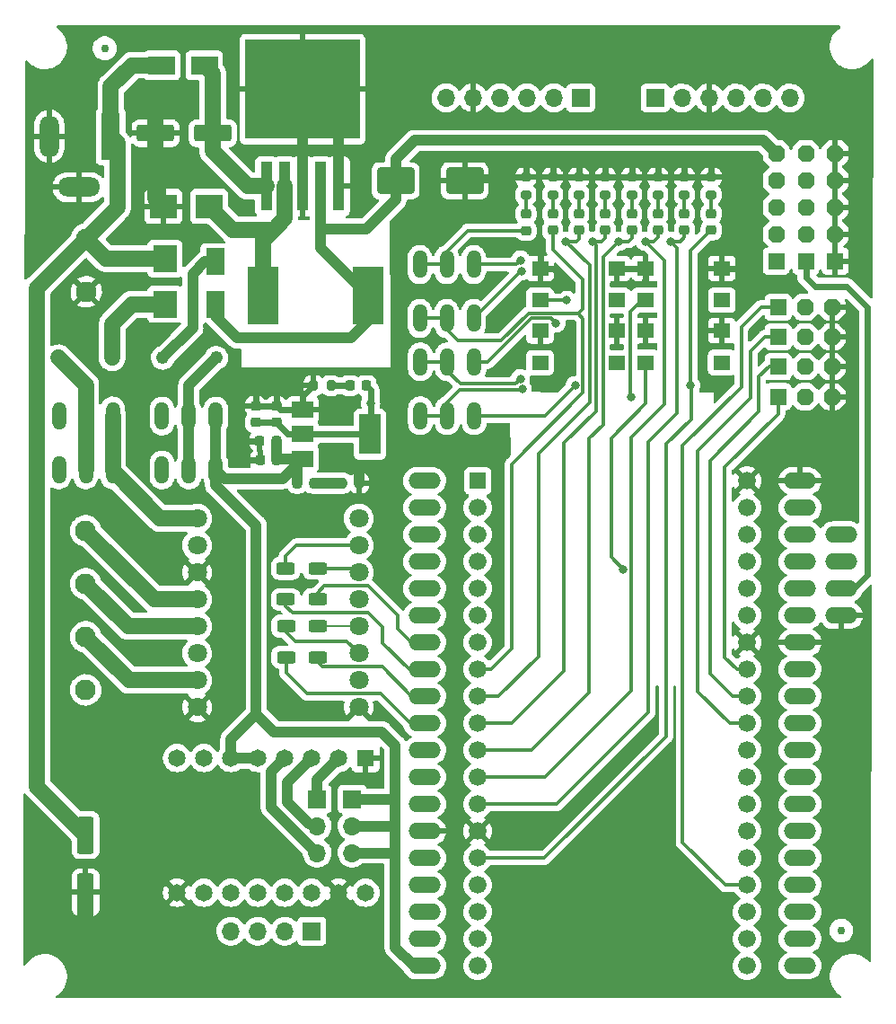
<source format=gbr>
%TF.GenerationSoftware,KiCad,Pcbnew,6.0.8-f2edbf62ab~116~ubuntu20.04.1*%
%TF.CreationDate,2022-10-27T00:05:34+05:30*%
%TF.ProjectId,sra_dev_board_2022,7372615f-6465-4765-9f62-6f6172645f32,rev?*%
%TF.SameCoordinates,Original*%
%TF.FileFunction,Copper,L1,Top*%
%TF.FilePolarity,Positive*%
%FSLAX46Y46*%
G04 Gerber Fmt 4.6, Leading zero omitted, Abs format (unit mm)*
G04 Created by KiCad (PCBNEW 6.0.8-f2edbf62ab~116~ubuntu20.04.1) date 2022-10-27 00:05:34*
%MOMM*%
%LPD*%
G01*
G04 APERTURE LIST*
G04 Aperture macros list*
%AMRoundRect*
0 Rectangle with rounded corners*
0 $1 Rounding radius*
0 $2 $3 $4 $5 $6 $7 $8 $9 X,Y pos of 4 corners*
0 Add a 4 corners polygon primitive as box body*
4,1,4,$2,$3,$4,$5,$6,$7,$8,$9,$2,$3,0*
0 Add four circle primitives for the rounded corners*
1,1,$1+$1,$2,$3*
1,1,$1+$1,$4,$5*
1,1,$1+$1,$6,$7*
1,1,$1+$1,$8,$9*
0 Add four rect primitives between the rounded corners*
20,1,$1+$1,$2,$3,$4,$5,0*
20,1,$1+$1,$4,$5,$6,$7,0*
20,1,$1+$1,$6,$7,$8,$9,0*
20,1,$1+$1,$8,$9,$2,$3,0*%
%AMOutline5P*
0 Free polygon, 5 corners , with rotation*
0 The origin of the aperture is its center*
0 number of corners: always 5*
0 $1 to $10 corner X, Y*
0 $11 Rotation angle, in degrees counterclockwise*
0 create outline with 5 corners*
4,1,5,$1,$2,$3,$4,$5,$6,$7,$8,$9,$10,$1,$2,$11*%
%AMOutline6P*
0 Free polygon, 6 corners , with rotation*
0 The origin of the aperture is its center*
0 number of corners: always 6*
0 $1 to $12 corner X, Y*
0 $13 Rotation angle, in degrees counterclockwise*
0 create outline with 6 corners*
4,1,6,$1,$2,$3,$4,$5,$6,$7,$8,$9,$10,$11,$12,$1,$2,$13*%
%AMOutline7P*
0 Free polygon, 7 corners , with rotation*
0 The origin of the aperture is its center*
0 number of corners: always 7*
0 $1 to $14 corner X, Y*
0 $15 Rotation angle, in degrees counterclockwise*
0 create outline with 7 corners*
4,1,7,$1,$2,$3,$4,$5,$6,$7,$8,$9,$10,$11,$12,$13,$14,$1,$2,$15*%
%AMOutline8P*
0 Free polygon, 8 corners , with rotation*
0 The origin of the aperture is its center*
0 number of corners: always 8*
0 $1 to $16 corner X, Y*
0 $17 Rotation angle, in degrees counterclockwise*
0 create outline with 8 corners*
4,1,8,$1,$2,$3,$4,$5,$6,$7,$8,$9,$10,$11,$12,$13,$14,$15,$16,$1,$2,$17*%
G04 Aperture macros list end*
%TA.AperFunction,SMDPad,CuDef*%
%ADD10RoundRect,0.200000X0.275000X-0.200000X0.275000X0.200000X-0.275000X0.200000X-0.275000X-0.200000X0*%
%TD*%
%TA.AperFunction,ComponentPad*%
%ADD11R,1.524000X1.524000*%
%TD*%
%TA.AperFunction,ComponentPad*%
%ADD12Outline8P,-0.762000X0.381000X-0.381000X0.762000X0.381000X0.762000X0.762000X0.381000X0.762000X-0.381000X0.381000X-0.762000X-0.381000X-0.762000X-0.762000X-0.381000X90.000000*%
%TD*%
%TA.AperFunction,ComponentPad*%
%ADD13C,1.950000*%
%TD*%
%TA.AperFunction,ComponentPad*%
%ADD14O,3.048000X1.524000*%
%TD*%
%TA.AperFunction,ComponentPad*%
%ADD15R,1.650000X1.650000*%
%TD*%
%TA.AperFunction,ComponentPad*%
%ADD16C,1.650000*%
%TD*%
%TA.AperFunction,ComponentPad*%
%ADD17Outline8P,-0.762000X0.381000X-0.381000X0.762000X0.381000X0.762000X0.762000X0.381000X0.762000X-0.381000X0.381000X-0.762000X-0.381000X-0.762000X-0.762000X-0.381000X180.000000*%
%TD*%
%TA.AperFunction,SMDPad,CuDef*%
%ADD18RoundRect,0.225000X0.250000X-0.225000X0.250000X0.225000X-0.250000X0.225000X-0.250000X-0.225000X0*%
%TD*%
%TA.AperFunction,ComponentPad*%
%ADD19R,1.700000X1.700000*%
%TD*%
%TA.AperFunction,ComponentPad*%
%ADD20O,1.700000X1.700000*%
%TD*%
%TA.AperFunction,SMDPad,CuDef*%
%ADD21R,1.800000X2.500000*%
%TD*%
%TA.AperFunction,SMDPad,CuDef*%
%ADD22RoundRect,0.218750X-0.256250X0.218750X-0.256250X-0.218750X0.256250X-0.218750X0.256250X0.218750X0*%
%TD*%
%TA.AperFunction,ComponentPad*%
%ADD23C,1.800000*%
%TD*%
%TA.AperFunction,SMDPad,CuDef*%
%ADD24R,2.300000X2.500000*%
%TD*%
%TA.AperFunction,SMDPad,CuDef*%
%ADD25RoundRect,0.250000X-1.500000X-1.000000X1.500000X-1.000000X1.500000X1.000000X-1.500000X1.000000X0*%
%TD*%
%TA.AperFunction,SMDPad,CuDef*%
%ADD26R,2.500000X2.300000*%
%TD*%
%TA.AperFunction,ComponentPad*%
%ADD27O,1.320800X2.641600*%
%TD*%
%TA.AperFunction,SMDPad,CuDef*%
%ADD28R,1.600000X1.400000*%
%TD*%
%TA.AperFunction,ComponentPad*%
%ADD29C,1.219000*%
%TD*%
%TA.AperFunction,SMDPad,CuDef*%
%ADD30RoundRect,0.250000X-0.550000X1.500000X-0.550000X-1.500000X0.550000X-1.500000X0.550000X1.500000X0*%
%TD*%
%TA.AperFunction,SMDPad,CuDef*%
%ADD31RoundRect,0.218750X-0.218750X-0.256250X0.218750X-0.256250X0.218750X0.256250X-0.218750X0.256250X0*%
%TD*%
%TA.AperFunction,SMDPad,CuDef*%
%ADD32RoundRect,0.200000X0.200000X0.275000X-0.200000X0.275000X-0.200000X-0.275000X0.200000X-0.275000X0*%
%TD*%
%TA.AperFunction,SMDPad,CuDef*%
%ADD33RoundRect,0.250000X0.625000X-0.312500X0.625000X0.312500X-0.625000X0.312500X-0.625000X-0.312500X0*%
%TD*%
%TA.AperFunction,ComponentPad*%
%ADD34R,1.800000X4.400000*%
%TD*%
%TA.AperFunction,ComponentPad*%
%ADD35O,1.800000X4.000000*%
%TD*%
%TA.AperFunction,ComponentPad*%
%ADD36O,4.000000X1.800000*%
%TD*%
%TA.AperFunction,SMDPad,CuDef*%
%ADD37RoundRect,0.200000X-0.200000X-0.275000X0.200000X-0.275000X0.200000X0.275000X-0.200000X0.275000X0*%
%TD*%
%TA.AperFunction,SMDPad,CuDef*%
%ADD38RoundRect,0.250000X1.500000X0.550000X-1.500000X0.550000X-1.500000X-0.550000X1.500000X-0.550000X0*%
%TD*%
%TA.AperFunction,ComponentPad*%
%ADD39R,1.560000X1.560000*%
%TD*%
%TA.AperFunction,ComponentPad*%
%ADD40C,1.676400*%
%TD*%
%TA.AperFunction,SMDPad,CuDef*%
%ADD41R,2.500000X1.800000*%
%TD*%
%TA.AperFunction,SMDPad,CuDef*%
%ADD42R,2.895600X5.410200*%
%TD*%
%TA.AperFunction,SMDPad,CuDef*%
%ADD43RoundRect,0.225000X0.225000X0.250000X-0.225000X0.250000X-0.225000X-0.250000X0.225000X-0.250000X0*%
%TD*%
%TA.AperFunction,SMDPad,CuDef*%
%ADD44C,0.750000*%
%TD*%
%TA.AperFunction,SMDPad,CuDef*%
%ADD45R,2.000000X1.500000*%
%TD*%
%TA.AperFunction,SMDPad,CuDef*%
%ADD46R,2.000000X3.800000*%
%TD*%
%TA.AperFunction,SMDPad,CuDef*%
%ADD47R,1.100000X4.600000*%
%TD*%
%TA.AperFunction,SMDPad,CuDef*%
%ADD48R,10.800000X9.400000*%
%TD*%
%TA.AperFunction,SMDPad,CuDef*%
%ADD49RoundRect,0.218750X0.218750X0.256250X-0.218750X0.256250X-0.218750X-0.256250X0.218750X-0.256250X0*%
%TD*%
%TA.AperFunction,ViaPad*%
%ADD50C,0.800000*%
%TD*%
%TA.AperFunction,Conductor*%
%ADD51C,1.000000*%
%TD*%
%TA.AperFunction,Conductor*%
%ADD52C,0.250000*%
%TD*%
%TA.AperFunction,Conductor*%
%ADD53C,1.500000*%
%TD*%
%TA.AperFunction,Conductor*%
%ADD54C,0.300000*%
%TD*%
%TA.AperFunction,Conductor*%
%ADD55C,0.600000*%
%TD*%
%TA.AperFunction,Conductor*%
%ADD56C,0.200000*%
%TD*%
G04 APERTURE END LIST*
D10*
%TO.P,R7,1*%
%TO.N,Net-(D7-Pad1)*%
X132680000Y-45896250D03*
%TO.P,R7,2*%
%TO.N,GND*%
X132680000Y-44246250D03*
%TD*%
D11*
%TO.P,J10,1,Pin_1*%
%TO.N,/15*%
X141520000Y-56510000D03*
D12*
%TO.P,J10,2,Pin_2*%
%TO.N,/5V*%
X144060000Y-56510000D03*
%TO.P,J10,3,Pin_3*%
%TO.N,GND*%
X146600000Y-56510000D03*
%TD*%
D13*
%TO.P,T3,1,Pin_1*%
%TO.N,GND*%
X76270000Y-55053723D03*
%TO.P,T3,2,Pin_2*%
%TO.N,/12V_U*%
X76270000Y-50053723D03*
%TD*%
D14*
%TO.P,J5,1,Pin_1*%
%TO.N,/CLK*%
X143569418Y-118588838D03*
%TO.P,J5,2,Pin_2*%
%TO.N,/SD0*%
X143569418Y-116048838D03*
%TO.P,J5,3,Pin_3*%
%TO.N,/SD1*%
X143569418Y-113508838D03*
%TO.P,J5,4,Pin_4*%
%TO.N,/15*%
X143569418Y-110968838D03*
%TO.P,J5,5,Pin_5*%
%TO.N,/2*%
X143569418Y-108428838D03*
%TO.P,J5,6,Pin_6*%
%TO.N,/0*%
X143569418Y-105888838D03*
%TO.P,J5,7,Pin_7*%
%TO.N,/4*%
X143569418Y-103348838D03*
%TO.P,J5,8,Pin_8*%
%TO.N,/16*%
X143569418Y-100808838D03*
%TO.P,J5,9,Pin_9*%
%TO.N,/17*%
X143569418Y-98268838D03*
%TO.P,J5,10,Pin_10*%
%TO.N,/5*%
X143569418Y-95728838D03*
%TO.P,J5,11,Pin_11*%
%TO.N,/18*%
X143569418Y-93188838D03*
%TO.P,J5,12,Pin_12*%
%TO.N,/19*%
X143569418Y-90648838D03*
%TO.P,J5,13,Pin_13*%
%TO.N,GND*%
X143569418Y-88108838D03*
%TO.P,J5,14,Pin_14*%
%TO.N,/21*%
X143569418Y-85568838D03*
%TO.P,J5,15,Pin_15*%
%TO.N,/RX*%
X143569418Y-83028838D03*
%TO.P,J5,16,Pin_16*%
%TO.N,/TX*%
X143569418Y-80488838D03*
%TO.P,J5,17,Pin_17*%
%TO.N,/22*%
X143569418Y-77948838D03*
%TO.P,J5,18,Pin_18*%
%TO.N,/23*%
X143569418Y-75408838D03*
%TO.P,J5,19,Pin_19*%
%TO.N,GND*%
X143569418Y-72868838D03*
%TD*%
D15*
%TO.P,A1,1,~{EN}*%
%TO.N,GND*%
X102616000Y-99004500D03*
D16*
%TO.P,A1,2,M0*%
%TO.N,/M0*%
X100076000Y-99004500D03*
%TO.P,A1,3,M1*%
%TO.N,/M1*%
X97536000Y-99004500D03*
%TO.P,A1,4,M2*%
%TO.N,/M2*%
X94996000Y-99004500D03*
%TO.P,A1,5,~{RST}*%
%TO.N,/5V_P*%
X92456000Y-99004500D03*
%TO.P,A1,6,~{SLP}*%
X89916000Y-99004500D03*
%TO.P,A1,7,STEP*%
%TO.N,/12*%
X87376000Y-99004500D03*
%TO.P,A1,8,DIR*%
%TO.N,/13*%
X84836000Y-99004500D03*
%TO.P,A1,9,GND_LOGIC*%
%TO.N,GND*%
X84836000Y-111704500D03*
%TO.P,A1,10,~{FAULT}*%
%TO.N,unconnected-(A1-Pad10)*%
X87376000Y-111704500D03*
%TO.P,A1,11,A2*%
%TO.N,/OUT4B*%
X89916000Y-111704500D03*
%TO.P,A1,12,A1*%
%TO.N,/OUT3B*%
X92456000Y-111704500D03*
%TO.P,A1,13,B1*%
%TO.N,/OUT2B*%
X94996000Y-111704500D03*
%TO.P,A1,14,B2*%
%TO.N,/OUT1B*%
X97536000Y-111704500D03*
%TO.P,A1,15,GND_MOT*%
%TO.N,GND*%
X100076000Y-111704500D03*
%TO.P,A1,16,VMOT*%
%TO.N,/12V_U*%
X102616000Y-111704500D03*
%TD*%
D10*
%TO.P,R1,1*%
%TO.N,Net-(D1-Pad1)*%
X117720000Y-45912500D03*
%TO.P,R1,2*%
%TO.N,GND*%
X117720000Y-44262500D03*
%TD*%
D11*
%TO.P,J11,1,Pin_1*%
%TO.N,/5V*%
X141332544Y-52158000D03*
D17*
%TO.P,J11,2,Pin_2*%
X141332544Y-49618000D03*
%TO.P,J11,3,Pin_3*%
X141332544Y-47078000D03*
%TO.P,J11,4,Pin_4*%
X141332544Y-44538000D03*
%TO.P,J11,5,Pin_5*%
X141332544Y-41998000D03*
%TD*%
D18*
%TO.P,C5,1*%
%TO.N,/3V3*%
X94170000Y-67386847D03*
%TO.P,C5,2*%
%TO.N,GND*%
X94170000Y-65836847D03*
%TD*%
D19*
%TO.P,J16,1,Pin_1*%
%TO.N,/M0*%
X98044000Y-102870000D03*
D20*
%TO.P,J16,2,Pin_2*%
%TO.N,/M1*%
X98044000Y-105410000D03*
%TO.P,J16,3,Pin_3*%
%TO.N,/M2*%
X98044000Y-107950000D03*
%TD*%
D21*
%TO.P,D13,1,K*%
%TO.N,Net-(D13-Pad1)*%
X88438853Y-52230000D03*
%TO.P,D13,2,A*%
%TO.N,/5V*%
X88438853Y-56230000D03*
%TD*%
D22*
%TO.P,D2,1,K*%
%TO.N,Net-(D2-Pad1)*%
X120250000Y-47683750D03*
%TO.P,D2,2,A*%
%TO.N,/33*%
X120250000Y-49258750D03*
%TD*%
D19*
%TO.P,J8,1,Pin_1*%
%TO.N,/21*%
X129920000Y-36790000D03*
D20*
%TO.P,J8,2,Pin_2*%
%TO.N,/22*%
X132460000Y-36790000D03*
%TO.P,J8,3,Pin_3*%
%TO.N,GND*%
X135000000Y-36790000D03*
%TO.P,J8,4,Pin_4*%
%TO.N,/23*%
X137540000Y-36790000D03*
%TO.P,J8,5,Pin_5*%
%TO.N,/3V3*%
X140080000Y-36790000D03*
%TO.P,J8,6,Pin_6*%
%TO.N,unconnected-(J8-Pad6)*%
X142620000Y-36790000D03*
%TD*%
D23*
%TO.P,U3,1,VM*%
%TO.N,/12V_P*%
X86720000Y-76427582D03*
%TO.P,U3,2,VCC*%
%TO.N,/3V3*%
X86720000Y-78967582D03*
%TO.P,U3,3,GND*%
%TO.N,GND*%
X86720000Y-81507582D03*
%TO.P,U3,4,A01*%
%TO.N,/OUT1A*%
X86720000Y-84047582D03*
%TO.P,U3,5,A02*%
%TO.N,/OUT2A*%
X86720000Y-86587582D03*
%TO.P,U3,6,B02*%
%TO.N,/OUT4A*%
X86720000Y-89127582D03*
%TO.P,U3,7,B01*%
%TO.N,/OUT3A*%
X86720000Y-91667582D03*
%TO.P,U3,8,GND*%
%TO.N,GND*%
X86720000Y-94207582D03*
%TO.P,U3,9,GND*%
X101960000Y-94207582D03*
%TO.P,U3,10,PWMB*%
%TO.N,unconnected-(U3-Pad10)*%
X101960000Y-91667582D03*
%TO.P,U3,11,BI2*%
%TO.N,unconnected-(U3-Pad11)*%
X101960000Y-89127582D03*
%TO.P,U3,12,BI1*%
%TO.N,unconnected-(U3-Pad12)*%
X101960000Y-86587582D03*
%TO.P,U3,13,STBY*%
%TO.N,unconnected-(U3-Pad13)*%
X101960000Y-84047582D03*
%TO.P,U3,14,AI1*%
%TO.N,unconnected-(U3-Pad14)*%
X101960000Y-81507582D03*
%TO.P,U3,15,AI2*%
%TO.N,unconnected-(U3-Pad15)*%
X101960000Y-78967582D03*
%TO.P,U3,16,PWMA*%
%TO.N,unconnected-(U3-Pad16)*%
X101960000Y-76427582D03*
%TD*%
D11*
%TO.P,J13,1,Pin_1*%
%TO.N,GND*%
X146900000Y-52160000D03*
D17*
%TO.P,J13,2,Pin_2*%
X146900000Y-49620000D03*
%TO.P,J13,3,Pin_3*%
X146900000Y-47080000D03*
%TO.P,J13,4,Pin_4*%
X146900000Y-44540000D03*
%TO.P,J13,5,Pin_5*%
X146900000Y-42000000D03*
%TD*%
D24*
%TO.P,D9,1,K*%
%TO.N,Net-(D9-Pad1)*%
X83690000Y-56230000D03*
%TO.P,D9,2,A*%
%TO.N,/12V_U*%
X83690000Y-51930000D03*
%TD*%
D22*
%TO.P,D4,1,K*%
%TO.N,Net-(D4-Pad1)*%
X125220000Y-47692500D03*
%TO.P,D4,2,A*%
%TO.N,/26*%
X125220000Y-49267500D03*
%TD*%
D25*
%TO.P,C2,1*%
%TO.N,/5V*%
X105452500Y-44600000D03*
%TO.P,C2,2*%
%TO.N,GND*%
X111952500Y-44600000D03*
%TD*%
D26*
%TO.P,D14,1,K*%
%TO.N,Net-(D14-Pad1)*%
X87850000Y-47000000D03*
%TO.P,D14,2,A*%
%TO.N,GND*%
X83550000Y-47000000D03*
%TD*%
D10*
%TO.P,R6,1*%
%TO.N,Net-(D6-Pad1)*%
X130180000Y-45896250D03*
%TO.P,R6,2*%
%TO.N,GND*%
X130180000Y-44246250D03*
%TD*%
D27*
%TO.P,TB_B1,1,A*%
%TO.N,/27*%
X107780000Y-61657386D03*
%TO.P,TB_B1,2,B*%
%TO.N,/BIN1*%
X110320000Y-61657386D03*
%TO.P,TB_B1,3,C*%
%TO.N,/12*%
X112860000Y-61657386D03*
%TO.P,TB_B1,4,A*%
%TO.N,/14*%
X107780000Y-66737386D03*
%TO.P,TB_B1,5,B*%
%TO.N,/BIN2*%
X110320000Y-66737386D03*
%TO.P,TB_B1,6,C*%
%TO.N,/13*%
X112860000Y-66737386D03*
%TD*%
D28*
%TO.P,SW2,1,1*%
%TO.N,GND*%
X126270000Y-58740000D03*
%TO.P,SW2,2,2*%
X119070000Y-58740000D03*
%TO.P,SW2,3,3*%
%TO.N,unconnected-(SW2-Pad3)*%
X126270000Y-61740000D03*
%TO.P,SW2,4,4*%
%TO.N,/2*%
X119070000Y-61740000D03*
%TD*%
D10*
%TO.P,R4,1*%
%TO.N,Net-(D4-Pad1)*%
X125220000Y-45905000D03*
%TO.P,R4,2*%
%TO.N,GND*%
X125220000Y-44255000D03*
%TD*%
D29*
%TO.P,F2,1*%
%TO.N,Net-(D13-Pad1)*%
X83485000Y-61280000D03*
%TO.P,F2,2*%
%TO.N,Net-(5V_SW1-Pad2)*%
X88535000Y-61280000D03*
%TD*%
D11*
%TO.P,J3,1,Pin_1*%
%TO.N,/19*%
X141520000Y-64934000D03*
D12*
%TO.P,J3,2,Pin_2*%
%TO.N,/5V*%
X144060000Y-64934000D03*
%TO.P,J3,3,Pin_3*%
%TO.N,GND*%
X146600000Y-64934000D03*
%TD*%
D22*
%TO.P,D6,1,K*%
%TO.N,Net-(D6-Pad1)*%
X130180000Y-47683750D03*
%TO.P,D6,2,A*%
%TO.N,/14*%
X130180000Y-49258750D03*
%TD*%
%TO.P,D1,1,K*%
%TO.N,Net-(D1-Pad1)*%
X117740000Y-47700000D03*
%TO.P,D1,2,A*%
%TO.N,/32*%
X117740000Y-49275000D03*
%TD*%
D30*
%TO.P,C7,1*%
%TO.N,/12V_U*%
X76200000Y-106266000D03*
%TO.P,C7,2*%
%TO.N,GND*%
X76200000Y-111666000D03*
%TD*%
D19*
%TO.P,J15,1,Pin_1*%
%TO.N,/OUT1B*%
X97536000Y-115316000D03*
D20*
%TO.P,J15,2,Pin_2*%
%TO.N,/OUT2B*%
X94996000Y-115316000D03*
%TO.P,J15,3,Pin_3*%
%TO.N,/OUT3B*%
X92456000Y-115316000D03*
%TO.P,J15,4,Pin_4*%
%TO.N,/OUT4B*%
X89916000Y-115316000D03*
%TD*%
D27*
%TO.P,12V_SW1,1,A*%
%TO.N,unconnected-(12V_SW1-Pad1)*%
X73680000Y-66762369D03*
%TO.P,12V_SW1,2,B*%
%TO.N,Net-(12V_SW1-Pad2)*%
X76220000Y-66762369D03*
%TO.P,12V_SW1,3,C*%
%TO.N,/12V_P*%
X78760000Y-66762369D03*
%TO.P,12V_SW1,4,A*%
%TO.N,unconnected-(12V_SW1-Pad4)*%
X73680000Y-71842369D03*
%TO.P,12V_SW1,5,B*%
%TO.N,Net-(12V_SW1-Pad2)*%
X76220000Y-71842369D03*
%TO.P,12V_SW1,6,C*%
%TO.N,/12V_P*%
X78760000Y-71842369D03*
%TD*%
D10*
%TO.P,R2,1*%
%TO.N,Net-(D2-Pad1)*%
X120250000Y-45896250D03*
%TO.P,R2,2*%
%TO.N,GND*%
X120250000Y-44246250D03*
%TD*%
D27*
%TO.P,5V_SW1,1,A*%
%TO.N,unconnected-(5V_SW1-Pad1)*%
X83400000Y-66770000D03*
%TO.P,5V_SW1,2,B*%
%TO.N,Net-(5V_SW1-Pad2)*%
X85940000Y-66770000D03*
%TO.P,5V_SW1,3,C*%
%TO.N,/5V_P*%
X88480000Y-66770000D03*
%TO.P,5V_SW1,4,A*%
%TO.N,unconnected-(5V_SW1-Pad4)*%
X83400000Y-71850000D03*
%TO.P,5V_SW1,5,B*%
%TO.N,Net-(5V_SW1-Pad2)*%
X85940000Y-71850000D03*
%TO.P,5V_SW1,6,C*%
%TO.N,/5V_P*%
X88480000Y-71850000D03*
%TD*%
D22*
%TO.P,D7,1,K*%
%TO.N,Net-(D7-Pad1)*%
X132680000Y-47683750D03*
%TO.P,D7,2,A*%
%TO.N,/12*%
X132680000Y-49258750D03*
%TD*%
D31*
%TO.P,D11,1,K*%
%TO.N,Net-(D11-Pad1)*%
X101125000Y-63890000D03*
%TO.P,D11,2,A*%
%TO.N,/3V3*%
X102700000Y-63890000D03*
%TD*%
D29*
%TO.P,F1,1*%
%TO.N,Net-(D9-Pad1)*%
X78715000Y-61280000D03*
%TO.P,F1,2*%
%TO.N,Net-(12V_SW1-Pad2)*%
X73665000Y-61280000D03*
%TD*%
D10*
%TO.P,R3,1*%
%TO.N,Net-(D3-Pad1)*%
X122730000Y-45896250D03*
%TO.P,R3,2*%
%TO.N,GND*%
X122730000Y-44246250D03*
%TD*%
D11*
%TO.P,J2,1,Pin_1*%
%TO.N,/5*%
X141520000Y-59310000D03*
D12*
%TO.P,J2,2,Pin_2*%
%TO.N,/5V*%
X144060000Y-59310000D03*
%TO.P,J2,3,Pin_3*%
%TO.N,GND*%
X146600000Y-59310000D03*
%TD*%
D10*
%TO.P,R8,1*%
%TO.N,Net-(D8-Pad1)*%
X135190000Y-45896250D03*
%TO.P,R8,2*%
%TO.N,GND*%
X135190000Y-44246250D03*
%TD*%
D14*
%TO.P,J9,1,Pin_1*%
%TO.N,GND*%
X147480000Y-85580000D03*
%TO.P,J9,2,Pin_2*%
%TO.N,/3V3*%
X147480000Y-83040000D03*
%TO.P,J9,3,Pin_3*%
%TO.N,/21*%
X147480000Y-80500000D03*
%TO.P,J9,4,Pin_4*%
%TO.N,/22*%
X147480000Y-77960000D03*
%TD*%
D28*
%TO.P,SW4,1,1*%
%TO.N,GND*%
X136203500Y-52850000D03*
%TO.P,SW4,2,2*%
X129003500Y-52850000D03*
%TO.P,SW4,3,3*%
%TO.N,unconnected-(SW4-Pad3)*%
X136203500Y-55850000D03*
%TO.P,SW4,4,4*%
%TO.N,/16*%
X129003500Y-55850000D03*
%TD*%
D22*
%TO.P,D3,1,K*%
%TO.N,Net-(D3-Pad1)*%
X122730000Y-47683750D03*
%TO.P,D3,2,A*%
%TO.N,/25*%
X122730000Y-49258750D03*
%TD*%
D32*
%TO.P,R10,1*%
%TO.N,Net-(D11-Pad1)*%
X99335000Y-63890000D03*
%TO.P,R10,2*%
%TO.N,GND*%
X97685000Y-63890000D03*
%TD*%
D33*
%TO.P,R14,1*%
%TO.N,/26*%
X95100000Y-89492500D03*
%TO.P,R14,2*%
%TO.N,unconnected-(R14-Pad2)*%
X95100000Y-86567500D03*
%TD*%
D22*
%TO.P,D8,1,K*%
%TO.N,Net-(D8-Pad1)*%
X135190000Y-47683750D03*
%TO.P,D8,2,A*%
%TO.N,/13*%
X135190000Y-49258750D03*
%TD*%
D19*
%TO.P,J7,1,Pin_1*%
%TO.N,/35*%
X122890000Y-36780000D03*
D20*
%TO.P,J7,2,Pin_2*%
%TO.N,/34*%
X120350000Y-36780000D03*
%TO.P,J7,3,Pin_3*%
%TO.N,/39*%
X117810000Y-36780000D03*
%TO.P,J7,4,Pin_4*%
%TO.N,/36*%
X115270000Y-36780000D03*
%TO.P,J7,5,Pin_5*%
%TO.N,GND*%
X112730000Y-36780000D03*
%TO.P,J7,6,Pin_6*%
%TO.N,/3V3*%
X110190000Y-36780000D03*
%TD*%
D28*
%TO.P,SW1,1,1*%
%TO.N,GND*%
X126274490Y-52860000D03*
%TO.P,SW1,2,2*%
X119074490Y-52860000D03*
%TO.P,SW1,3,3*%
%TO.N,unconnected-(SW1-Pad3)*%
X126274490Y-55860000D03*
%TO.P,SW1,4,4*%
%TO.N,/4*%
X119074490Y-55860000D03*
%TD*%
D33*
%TO.P,R12,1*%
%TO.N,/33*%
X95080000Y-84062500D03*
%TO.P,R12,2*%
%TO.N,unconnected-(R12-Pad2)*%
X95080000Y-81137500D03*
%TD*%
D18*
%TO.P,C4,1*%
%TO.N,/3V3*%
X92230000Y-67376847D03*
%TO.P,C4,2*%
%TO.N,GND*%
X92230000Y-65826847D03*
%TD*%
D34*
%TO.P,J6,1*%
%TO.N,/12V_U*%
X78580000Y-40400000D03*
D35*
%TO.P,J6,2*%
%TO.N,GND*%
X72780000Y-40400000D03*
D36*
%TO.P,J6,3*%
X75580000Y-45200000D03*
%TD*%
D37*
%TO.P,R9,1*%
%TO.N,Net-(D10-Pad1)*%
X100375000Y-73090000D03*
%TO.P,R9,2*%
%TO.N,GND*%
X102025000Y-73090000D03*
%TD*%
D13*
%TO.P,T1,1,Pin_1*%
%TO.N,/OUT1A*%
X76210000Y-77579497D03*
%TO.P,T1,2,Pin_2*%
%TO.N,/OUT2A*%
X76210000Y-82579497D03*
%TO.P,T1,3,Pin_3*%
%TO.N,/OUT3A*%
X76210000Y-87579497D03*
%TO.P,T1,4,Pin_4*%
%TO.N,/OUT4A*%
X76210000Y-92579497D03*
%TD*%
D38*
%TO.P,C1,1*%
%TO.N,Net-(C1-Pad1)*%
X88200000Y-40100000D03*
%TO.P,C1,2*%
%TO.N,GND*%
X82800000Y-40100000D03*
%TD*%
D39*
%TO.P,U1,1,3V3*%
%TO.N,/ESP_3V3*%
X113179418Y-72868838D03*
D40*
%TO.P,U1,2,EN*%
%TO.N,/EN*%
X113179418Y-75408838D03*
%TO.P,U1,3,SENSOR_VP*%
%TO.N,/36*%
X113179418Y-77948838D03*
%TO.P,U1,4,SENSOR_VN*%
%TO.N,/39*%
X113179418Y-80488838D03*
%TO.P,U1,5,IO34*%
%TO.N,/34*%
X113179418Y-83028838D03*
%TO.P,U1,6,IO35*%
%TO.N,/35*%
X113179418Y-85568838D03*
%TO.P,U1,7,IO32*%
%TO.N,/32*%
X113179418Y-88108838D03*
%TO.P,U1,8,IO33*%
%TO.N,/33*%
X113179418Y-90648838D03*
%TO.P,U1,9,IO25*%
%TO.N,/25*%
X113179418Y-93188838D03*
%TO.P,U1,10,IO26*%
%TO.N,/26*%
X113179418Y-95728838D03*
%TO.P,U1,11,IO27*%
%TO.N,/27*%
X113179418Y-98268838D03*
%TO.P,U1,12,IO14*%
%TO.N,/14*%
X113179418Y-100808838D03*
%TO.P,U1,13,IO12*%
%TO.N,/12*%
X113179418Y-103348838D03*
%TO.P,U1,14,GND1*%
%TO.N,GND*%
X113179418Y-105888838D03*
%TO.P,U1,15,IO13*%
%TO.N,/13*%
X113179418Y-108428838D03*
%TO.P,U1,16,SD2*%
%TO.N,/SD2*%
X113179418Y-110968838D03*
%TO.P,U1,17,SD3*%
%TO.N,/SD3*%
X113179418Y-113508838D03*
%TO.P,U1,18,CMD*%
%TO.N,/CMD*%
X113179418Y-116048838D03*
%TO.P,U1,19,EXT_5V*%
%TO.N,/5V_P*%
X113179418Y-118588838D03*
%TO.P,U1,20,GND3*%
%TO.N,GND*%
X138579418Y-72868838D03*
%TO.P,U1,21,IO23*%
%TO.N,/23*%
X138579418Y-75408838D03*
%TO.P,U1,22,IO22*%
%TO.N,/22*%
X138579418Y-77948838D03*
%TO.P,U1,23,TXD0*%
%TO.N,/TX*%
X138579418Y-80488838D03*
%TO.P,U1,24,RXD0*%
%TO.N,/RX*%
X138579418Y-83028838D03*
%TO.P,U1,25,IO21*%
%TO.N,/21*%
X138579418Y-85568838D03*
%TO.P,U1,26,GND2*%
%TO.N,GND*%
X138579418Y-88108838D03*
%TO.P,U1,27,IO19*%
%TO.N,/19*%
X138579418Y-90648838D03*
%TO.P,U1,28,IO18*%
%TO.N,/18*%
X138579418Y-93188838D03*
%TO.P,U1,29,IO5*%
%TO.N,/5*%
X138579418Y-95728838D03*
%TO.P,U1,30,IO17*%
%TO.N,/17*%
X138579418Y-98268838D03*
%TO.P,U1,31,IO16*%
%TO.N,/16*%
X138579418Y-100808838D03*
%TO.P,U1,32,IO4*%
%TO.N,/4*%
X138579418Y-103348838D03*
%TO.P,U1,33,IO0*%
%TO.N,/0*%
X138579418Y-105888838D03*
%TO.P,U1,34,IO2*%
%TO.N,/2*%
X138579418Y-108428838D03*
%TO.P,U1,35,IO15*%
%TO.N,/15*%
X138579418Y-110968838D03*
%TO.P,U1,36,SD1*%
%TO.N,/SD1*%
X138579418Y-113508838D03*
%TO.P,U1,37,SD0*%
%TO.N,/SD0*%
X138579418Y-116048838D03*
%TO.P,U1,38,CLK*%
%TO.N,/CLK*%
X138579418Y-118588838D03*
%TD*%
D33*
%TO.P,R11,1*%
%TO.N,/32*%
X98070000Y-84052500D03*
%TO.P,R11,2*%
%TO.N,unconnected-(R11-Pad2)*%
X98070000Y-81127500D03*
%TD*%
D41*
%TO.P,D12,1,K*%
%TO.N,Net-(C1-Pad1)*%
X87400000Y-33700000D03*
%TO.P,D12,2,A*%
%TO.N,/12V_U*%
X83400000Y-33700000D03*
%TD*%
D28*
%TO.P,SW3,1,1*%
%TO.N,GND*%
X136200000Y-58720000D03*
%TO.P,SW3,2,2*%
X129000000Y-58720000D03*
%TO.P,SW3,3,3*%
%TO.N,unconnected-(SW3-Pad3)*%
X136200000Y-61720000D03*
%TO.P,SW3,4,4*%
%TO.N,/17*%
X129000000Y-61720000D03*
%TD*%
D27*
%TO.P,TB_A1,1,A*%
%TO.N,/32*%
X107720000Y-52487102D03*
%TO.P,TB_A1,2,B*%
X110260000Y-52487102D03*
%TO.P,TB_A1,3,C*%
%TO.N,/25*%
X112800000Y-52487102D03*
%TO.P,TB_A1,4,A*%
%TO.N,/33*%
X107720000Y-57567102D03*
%TO.P,TB_A1,5,B*%
X110260000Y-57567102D03*
%TO.P,TB_A1,6,C*%
%TO.N,/26*%
X112800000Y-57567102D03*
%TD*%
D22*
%TO.P,D5,1,K*%
%TO.N,Net-(D5-Pad1)*%
X127700000Y-47683750D03*
%TO.P,D5,2,A*%
%TO.N,/27*%
X127700000Y-49258750D03*
%TD*%
D42*
%TO.P,L1,1,1*%
%TO.N,Net-(D14-Pad1)*%
X92937735Y-55380000D03*
%TO.P,L1,2,2*%
%TO.N,/5V*%
X102843735Y-55380000D03*
%TD*%
D43*
%TO.P,C6,1*%
%TO.N,/5V_P*%
X94175000Y-69111847D03*
%TO.P,C6,2*%
%TO.N,GND*%
X92625000Y-69111847D03*
%TD*%
%TO.P,C3,1*%
%TO.N,/5V_P*%
X94225000Y-70911847D03*
%TO.P,C3,2*%
%TO.N,GND*%
X92675000Y-70911847D03*
%TD*%
D44*
%TO.P,REF\u002A\u002A,*%
%TO.N,*%
X147470000Y-115260000D03*
%TD*%
D45*
%TO.P,U2,1,GND*%
%TO.N,GND*%
X96700000Y-66180000D03*
%TO.P,U2,2,VO*%
%TO.N,/3V3*%
X96700000Y-68480000D03*
D46*
X103000000Y-68480000D03*
D45*
%TO.P,U2,3,VI*%
%TO.N,/5V_P*%
X96700000Y-70780000D03*
%TD*%
D33*
%TO.P,R13,1*%
%TO.N,/25*%
X98100000Y-89502500D03*
%TO.P,R13,2*%
%TO.N,unconnected-(R13-Pad2)*%
X98100000Y-86577500D03*
%TD*%
D47*
%TO.P,U5,1,VIN*%
%TO.N,Net-(C1-Pad1)*%
X93260000Y-45115000D03*
%TO.P,U5,2,OUT*%
%TO.N,Net-(D14-Pad1)*%
X94960000Y-45115000D03*
D48*
%TO.P,U5,3,GND*%
%TO.N,GND*%
X96660000Y-35965000D03*
D47*
X96660000Y-45115000D03*
%TO.P,U5,4,FB*%
%TO.N,/5V*%
X98360000Y-45115000D03*
%TO.P,U5,5,~{ON}/OFF*%
%TO.N,GND*%
X100060000Y-45115000D03*
%TD*%
D11*
%TO.P,J12,1,Pin_1*%
%TO.N,/3V3*%
X144122544Y-52166000D03*
D17*
%TO.P,J12,2,Pin_2*%
X144122544Y-49626000D03*
%TO.P,J12,3,Pin_3*%
X144122544Y-47086000D03*
%TO.P,J12,4,Pin_4*%
X144122544Y-44546000D03*
%TO.P,J12,5,Pin_5*%
X144122544Y-42006000D03*
%TD*%
D10*
%TO.P,R5,1*%
%TO.N,Net-(D5-Pad1)*%
X127700000Y-45896250D03*
%TO.P,R5,2*%
%TO.N,GND*%
X127700000Y-44246250D03*
%TD*%
D44*
%TO.P,REF\u002A\u002A,*%
%TO.N,*%
X78000000Y-32100000D03*
%TD*%
D19*
%TO.P,J14,1,Pin_1*%
%TO.N,/5V_P*%
X101346000Y-102870000D03*
D20*
%TO.P,J14,2,Pin_2*%
X101346000Y-105410000D03*
%TO.P,J14,3,Pin_3*%
X101346000Y-107950000D03*
%TD*%
D49*
%TO.P,D10,1,K*%
%TO.N,Net-(D10-Pad1)*%
X97737500Y-73090000D03*
%TO.P,D10,2,A*%
%TO.N,/5V_P*%
X96162500Y-73090000D03*
%TD*%
D14*
%TO.P,J1,1,Pin_1*%
%TO.N,/ESP_3V3*%
X108179418Y-72868838D03*
%TO.P,J1,2,Pin_2*%
%TO.N,/EN*%
X108179418Y-75408838D03*
%TO.P,J1,3,Pin_3*%
%TO.N,/36*%
X108179418Y-77948838D03*
%TO.P,J1,4,Pin_4*%
%TO.N,/39*%
X108179418Y-80488838D03*
%TO.P,J1,5,Pin_5*%
%TO.N,/34*%
X108179418Y-83028838D03*
%TO.P,J1,6,Pin_6*%
%TO.N,/35*%
X108179418Y-85568838D03*
%TO.P,J1,7,Pin_7*%
%TO.N,/32*%
X108179418Y-88108838D03*
%TO.P,J1,8,Pin_8*%
%TO.N,/33*%
X108179418Y-90648838D03*
%TO.P,J1,9,Pin_9*%
%TO.N,/25*%
X108179418Y-93188838D03*
%TO.P,J1,10,Pin_10*%
%TO.N,/26*%
X108179418Y-95728838D03*
%TO.P,J1,11,Pin_11*%
%TO.N,/27*%
X108179418Y-98268838D03*
%TO.P,J1,12,Pin_12*%
%TO.N,/14*%
X108179418Y-100808838D03*
%TO.P,J1,13,Pin_13*%
%TO.N,/12*%
X108179418Y-103348838D03*
%TO.P,J1,14,Pin_14*%
%TO.N,GND*%
X108179418Y-105888838D03*
%TO.P,J1,15,Pin_15*%
%TO.N,/13*%
X108179418Y-108428838D03*
%TO.P,J1,16,Pin_16*%
%TO.N,/SD2*%
X108179418Y-110968838D03*
%TO.P,J1,17,Pin_17*%
%TO.N,/SD3*%
X108179418Y-113508838D03*
%TO.P,J1,18,Pin_18*%
%TO.N,/CMD*%
X108179418Y-116048838D03*
%TO.P,J1,19,Pin_19*%
%TO.N,/5V_P*%
X108179418Y-118588838D03*
%TD*%
D11*
%TO.P,J4,1,Pin_1*%
%TO.N,/18*%
X141510000Y-62120000D03*
D12*
%TO.P,J4,2,Pin_2*%
%TO.N,/5V*%
X144050000Y-62120000D03*
%TO.P,J4,3,Pin_3*%
%TO.N,GND*%
X146590000Y-62120000D03*
%TD*%
D50*
%TO.N,/25*%
X117220000Y-52070000D03*
X121500000Y-50300000D03*
%TO.N,/26*%
X124000000Y-50300000D03*
X117320000Y-53090000D03*
%TO.N,/27*%
X126500000Y-50300000D03*
X117204191Y-63246581D03*
%TO.N,/14*%
X117380000Y-64230500D03*
X129000000Y-50300000D03*
%TO.N,/12*%
X120570000Y-58000000D03*
X131400000Y-50300000D03*
%TO.N,/13*%
X133275023Y-63875023D03*
X122370000Y-63900000D03*
%TO.N,/3V3*%
X103080000Y-65600000D03*
X103080000Y-68420000D03*
%TO.N,GND*%
X96660000Y-45115000D03*
X102000000Y-71600000D03*
X136203500Y-58716500D03*
X130200000Y-42980000D03*
X94200000Y-35700000D03*
X96740000Y-33160000D03*
X82800000Y-43400000D03*
X112990000Y-44570000D03*
X119070000Y-58710000D03*
X94100000Y-64500000D03*
X82800000Y-37500000D03*
X135180000Y-43020000D03*
X91300000Y-70900000D03*
X94200000Y-33160000D03*
X128970000Y-54170000D03*
X120970000Y-53570000D03*
X117680000Y-42970000D03*
X99280000Y-38240000D03*
X119080000Y-50290000D03*
X122730000Y-43000000D03*
X96700000Y-66180000D03*
X83505000Y-46955000D03*
X92200000Y-64500000D03*
X96740000Y-38240000D03*
X82800000Y-40100000D03*
X91300000Y-69100000D03*
X110880000Y-44580000D03*
X99280000Y-35700000D03*
X140170000Y-54430000D03*
X127730000Y-42990000D03*
X129020000Y-58710000D03*
X94200000Y-38240000D03*
X132710000Y-42970000D03*
X99280000Y-33160000D03*
X120250000Y-43010000D03*
X96740000Y-35700000D03*
X100060000Y-45115000D03*
X126300000Y-58710000D03*
X136220000Y-52820000D03*
X125210000Y-42980000D03*
%TO.N,/2*%
X119050000Y-61750000D03*
%TO.N,/4*%
X121599070Y-55870000D03*
%TO.N,/16*%
X127620000Y-65000000D03*
%TO.N,/17*%
X126900500Y-81210000D03*
%TD*%
D51*
%TO.N,Net-(5V_SW1-Pad2)*%
X85940000Y-63875000D02*
X88535000Y-61280000D01*
X85940000Y-66770000D02*
X85940000Y-63875000D01*
X85940000Y-66770000D02*
X85940000Y-71850000D01*
%TO.N,/5V_P*%
X105156000Y-107950000D02*
X105410000Y-107696000D01*
X107158838Y-118588838D02*
X108179418Y-118588838D01*
X105410000Y-102870000D02*
X101346000Y-102870000D01*
X88480000Y-71850000D02*
X88480000Y-73280000D01*
X88480000Y-71850000D02*
X89280000Y-72650000D01*
X105410000Y-116840000D02*
X107158838Y-118588838D01*
D52*
X105395000Y-111745000D02*
X105410000Y-111760000D01*
D51*
X105410000Y-109220000D02*
X105410000Y-111760000D01*
X96700000Y-70780000D02*
X94356847Y-70780000D01*
X96162500Y-73090000D02*
X96162500Y-71317500D01*
X105410000Y-102870000D02*
X105410000Y-105664000D01*
X92300000Y-94840000D02*
X89916000Y-97224000D01*
X89916000Y-99004500D02*
X92456000Y-99004500D01*
X92300000Y-94840000D02*
X93980000Y-96520000D01*
X105410000Y-102870000D02*
X105395000Y-102855000D01*
X89280000Y-72650000D02*
X94830000Y-72650000D01*
X101346000Y-107950000D02*
X105156000Y-107950000D01*
X92300000Y-77100000D02*
X92300000Y-94840000D01*
X105410000Y-105664000D02*
X105156000Y-105410000D01*
X93980000Y-96520000D02*
X104140000Y-96520000D01*
X105410000Y-107696000D02*
X105410000Y-109220000D01*
X105410000Y-105664000D02*
X105410000Y-107696000D01*
X94175000Y-70861847D02*
X94225000Y-70911847D01*
X104140000Y-96520000D02*
X105410000Y-97790000D01*
X89916000Y-97224000D02*
X89916000Y-99004500D01*
X105410000Y-111760000D02*
X105410000Y-114300000D01*
X96162500Y-71317500D02*
X96700000Y-70780000D01*
X94356847Y-70780000D02*
X94225000Y-70911847D01*
X88480000Y-71850000D02*
X88480000Y-66770000D01*
X94175000Y-69111847D02*
X94175000Y-70861847D01*
D52*
X105395000Y-109205000D02*
X105410000Y-109220000D01*
D51*
X94830000Y-72650000D02*
X96700000Y-70780000D01*
D52*
X105395000Y-114285000D02*
X105410000Y-114300000D01*
D51*
X88480000Y-73280000D02*
X92300000Y-77100000D01*
X105156000Y-105410000D02*
X101346000Y-105410000D01*
X105410000Y-97790000D02*
X105410000Y-102870000D01*
X105410000Y-114300000D02*
X105410000Y-116840000D01*
D53*
%TO.N,Net-(12V_SW1-Pad2)*%
X76220000Y-66762369D02*
X76220000Y-63835000D01*
X76220000Y-66762369D02*
X76220000Y-71842369D01*
X76220000Y-63835000D02*
X73665000Y-61280000D01*
%TO.N,/12V_P*%
X78760000Y-71842369D02*
X78760000Y-71960000D01*
X83227582Y-76427582D02*
X86720000Y-76427582D01*
X78760000Y-71960000D02*
X83227582Y-76427582D01*
X78760000Y-66762369D02*
X78760000Y-71842369D01*
D54*
%TO.N,Net-(D1-Pad1)*%
X117720000Y-45912500D02*
X117720000Y-47680000D01*
X117720000Y-47680000D02*
X117740000Y-47700000D01*
%TO.N,/32*%
X102868651Y-82798071D02*
X105650000Y-85579420D01*
X110260000Y-52487102D02*
X110260000Y-51240000D01*
X110260000Y-51240000D02*
X112212500Y-49287500D01*
X98701929Y-82798071D02*
X102868651Y-82798071D01*
X112212500Y-49287500D02*
X117727500Y-49287500D01*
X107720000Y-52487102D02*
X110260000Y-52487102D01*
X98070000Y-84052500D02*
X98070000Y-83430000D01*
X106898838Y-88108838D02*
X108179418Y-88108838D01*
X105650000Y-86860000D02*
X106898838Y-88108838D01*
X105650000Y-85579420D02*
X105650000Y-86860000D01*
X117727500Y-49287500D02*
X117740000Y-49275000D01*
X98070000Y-83430000D02*
X98701929Y-82798071D01*
%TO.N,Net-(D2-Pad1)*%
X120250000Y-45896250D02*
X120250000Y-47683750D01*
%TO.N,/33*%
X123050000Y-53850000D02*
X123050000Y-56690000D01*
X110260000Y-57567102D02*
X110260000Y-58610000D01*
X123050000Y-56690000D02*
X122730000Y-57010000D01*
X115410001Y-59660000D02*
X118009512Y-57060489D01*
X104200000Y-88150000D02*
X106698838Y-90648838D01*
X95738071Y-85338071D02*
X102868651Y-85338071D01*
X123119501Y-57569501D02*
X123119501Y-64580499D01*
X122610489Y-57060489D02*
X122730000Y-57180000D01*
X106698838Y-90648838D02*
X108179418Y-90648838D01*
X111310000Y-59660000D02*
X115410001Y-59660000D01*
X122730000Y-57010000D02*
X122730000Y-57180000D01*
X122730000Y-57180000D02*
X123119501Y-57569501D01*
X95080000Y-84680000D02*
X95738071Y-85338071D01*
X104200000Y-86669420D02*
X104200000Y-88150000D01*
X118009512Y-57060489D02*
X122610489Y-57060489D01*
X110260000Y-58610000D02*
X111310000Y-59660000D01*
X95080000Y-84062500D02*
X95080000Y-84680000D01*
X116400000Y-88700000D02*
X114451162Y-90648838D01*
X107720000Y-57567102D02*
X110260000Y-57567102D01*
X123119501Y-64580499D02*
X116400000Y-71300000D01*
X114451162Y-90648838D02*
X113179418Y-90648838D01*
X102868651Y-85338071D02*
X104200000Y-86669420D01*
X120250000Y-51050000D02*
X123050000Y-53850000D01*
X116400000Y-71300000D02*
X116400000Y-88700000D01*
X120250000Y-49258750D02*
X120250000Y-51050000D01*
%TO.N,Net-(D3-Pad1)*%
X122730000Y-45896250D02*
X122730000Y-47683750D01*
%TO.N,/25*%
X122730000Y-50070000D02*
X122500000Y-50300000D01*
X118890000Y-70310000D02*
X123720000Y-65480000D01*
X123720000Y-52520000D02*
X121500000Y-50300000D01*
X123720000Y-65480000D02*
X123720000Y-52520000D01*
X106948838Y-93188838D02*
X108179418Y-93188838D01*
X98100000Y-89502500D02*
X98100000Y-89960000D01*
X115111162Y-93188838D02*
X118890000Y-89410000D01*
X113179418Y-93188838D02*
X115111162Y-93188838D01*
X122500000Y-50300000D02*
X121500000Y-50300000D01*
X122730000Y-49258750D02*
X122730000Y-50070000D01*
X112800000Y-52487102D02*
X116802898Y-52487102D01*
X98540000Y-90400000D02*
X104160000Y-90400000D01*
X104160000Y-90400000D02*
X106948838Y-93188838D01*
X118890000Y-89410000D02*
X118890000Y-70310000D01*
X98100000Y-89960000D02*
X98540000Y-90400000D01*
X116802898Y-52487102D02*
X117220000Y-52070000D01*
%TO.N,Net-(D4-Pad1)*%
X125220000Y-45905000D02*
X125220000Y-47692500D01*
%TO.N,/26*%
X121340000Y-90760000D02*
X121340000Y-69330000D01*
X125220000Y-49980000D02*
X124900000Y-50300000D01*
X112800000Y-57567102D02*
X117277102Y-53090000D01*
X121340000Y-69330000D02*
X124360000Y-66310000D01*
X117277102Y-53090000D02*
X117320000Y-53090000D01*
X113179418Y-95728838D02*
X116371162Y-95728838D01*
X97098071Y-92958071D02*
X95100000Y-90960000D01*
X124900000Y-50300000D02*
X124000000Y-50300000D01*
X106838838Y-95728838D02*
X104068071Y-92958071D01*
X116371162Y-95728838D02*
X121340000Y-90760000D01*
X125220000Y-49267500D02*
X125220000Y-49980000D01*
X124360000Y-66310000D02*
X124360000Y-50660000D01*
X95100000Y-90960000D02*
X95100000Y-89492500D01*
X104068071Y-92958071D02*
X97098071Y-92958071D01*
X108179418Y-95728838D02*
X106838838Y-95728838D01*
X124360000Y-50660000D02*
X124000000Y-50300000D01*
%TO.N,Net-(D5-Pad1)*%
X127700000Y-45896250D02*
X127700000Y-47683750D01*
%TO.N,/27*%
X107241162Y-98268838D02*
X108179418Y-98268838D01*
X127700000Y-50000000D02*
X127400000Y-50300000D01*
X118231162Y-98268838D02*
X123690000Y-92810000D01*
X123690000Y-68910000D02*
X125000000Y-67600000D01*
X113179418Y-98268838D02*
X118231162Y-98268838D01*
X123690000Y-92810000D02*
X123690000Y-68910000D01*
X127400000Y-50300000D02*
X126500000Y-50300000D01*
X127700000Y-49258750D02*
X127700000Y-50000000D01*
X107780000Y-61657386D02*
X110320000Y-61657386D01*
X110320000Y-61657386D02*
X110320000Y-62510000D01*
X125000000Y-51800000D02*
X126500000Y-50300000D01*
X125000000Y-67600000D02*
X125000000Y-51800000D01*
X111540000Y-63730000D02*
X116720772Y-63730000D01*
X110320000Y-62510000D02*
X111540000Y-63730000D01*
X116720772Y-63730000D02*
X117204191Y-63246581D01*
%TO.N,Net-(D6-Pad1)*%
X130180000Y-45896250D02*
X130180000Y-47683750D01*
%TO.N,/14*%
X127650000Y-68800000D02*
X130800000Y-65650000D01*
X130180000Y-49258750D02*
X130180000Y-49920000D01*
X107071162Y-100808838D02*
X108179418Y-100808838D01*
X117280000Y-64330500D02*
X117380000Y-64230500D01*
X130180000Y-49920000D02*
X129800000Y-50300000D01*
X119491162Y-100808838D02*
X127650000Y-92650000D01*
X113179418Y-100808838D02*
X119491162Y-100808838D01*
X129800000Y-50300000D02*
X129000000Y-50300000D01*
X130800000Y-65650000D02*
X130800000Y-52100000D01*
X107780000Y-66737386D02*
X110320000Y-66737386D01*
X130800000Y-52100000D02*
X129000000Y-50300000D01*
X111479500Y-64330500D02*
X117280000Y-64330500D01*
X127650000Y-92650000D02*
X127650000Y-68800000D01*
X110320000Y-66737386D02*
X110320000Y-65490000D01*
X110320000Y-65490000D02*
X111479500Y-64330500D01*
%TO.N,Net-(D7-Pad1)*%
X132680000Y-45896250D02*
X132680000Y-47683750D01*
%TO.N,/12*%
X132300000Y-50300000D02*
X131400000Y-50300000D01*
X120130000Y-57560000D02*
X120570000Y-58000000D01*
X112860000Y-61657386D02*
X114119030Y-61657386D01*
X118216416Y-57560000D02*
X120130000Y-57560000D01*
X132680000Y-49920000D02*
X132300000Y-50300000D01*
X129270000Y-94730000D02*
X129270000Y-69190000D01*
X107221162Y-103348838D02*
X108179418Y-103348838D01*
X132680000Y-49258750D02*
X132680000Y-49920000D01*
X120651162Y-103348838D02*
X129270000Y-94730000D01*
X129270000Y-69190000D02*
X132000000Y-66460000D01*
X113179418Y-103348838D02*
X120651162Y-103348838D01*
X132000000Y-66460000D02*
X132000000Y-50900000D01*
X114119030Y-61657386D02*
X118216416Y-57560000D01*
X132000000Y-50900000D02*
X131400000Y-50300000D01*
%TO.N,Net-(D8-Pad1)*%
X135190000Y-45896250D02*
X135190000Y-47683750D01*
%TO.N,/13*%
X113179418Y-108428838D02*
X119471162Y-108428838D01*
X108035618Y-108285038D02*
X108179418Y-108428838D01*
X119471162Y-108428838D02*
X130950000Y-96950000D01*
X135190000Y-49258750D02*
X133250499Y-51198251D01*
X119532614Y-66737386D02*
X122370000Y-63900000D01*
X133250499Y-51198251D02*
X133250499Y-63850499D01*
X130950000Y-69410000D02*
X133300000Y-67060000D01*
X112860000Y-66737386D02*
X119532614Y-66737386D01*
X133300000Y-67060000D02*
X133300000Y-63900000D01*
X130950000Y-96950000D02*
X130950000Y-69410000D01*
D53*
%TO.N,Net-(D9-Pad1)*%
X78715000Y-58085000D02*
X80570000Y-56230000D01*
X80570000Y-56230000D02*
X83690000Y-56230000D01*
X78715000Y-61280000D02*
X78715000Y-58085000D01*
%TO.N,/12V_U*%
X76270000Y-50053723D02*
X79200000Y-47123723D01*
X80600000Y-33700000D02*
X83400000Y-33700000D01*
X78580000Y-35720000D02*
X80600000Y-33700000D01*
X79200000Y-41020000D02*
X78580000Y-40400000D01*
X78580000Y-35720000D02*
X78580000Y-40400000D01*
X83690000Y-51930000D02*
X78146277Y-51930000D01*
X78146277Y-51930000D02*
X76270000Y-50053723D01*
X76270000Y-50053723D02*
X71628000Y-54695723D01*
X79200000Y-47123723D02*
X79200000Y-41020000D01*
X71628000Y-101694000D02*
X76200000Y-106266000D01*
X71628000Y-54695723D02*
X71628000Y-101694000D01*
D51*
%TO.N,Net-(D10-Pad1)*%
X97737500Y-73090000D02*
X100375000Y-73090000D01*
D55*
%TO.N,Net-(D11-Pad1)*%
X101125000Y-63890000D02*
X99335000Y-63890000D01*
%TO.N,/3V3*%
X96700000Y-68480000D02*
X103000000Y-68480000D01*
X103100000Y-64290000D02*
X102700000Y-63890000D01*
X103000000Y-68480000D02*
X103100000Y-68380000D01*
X147950000Y-54540000D02*
X144980000Y-54540000D01*
X103100000Y-68380000D02*
X103100000Y-64290000D01*
X92230000Y-67376847D02*
X94160000Y-67376847D01*
X96700000Y-68480000D02*
X95263153Y-68480000D01*
X94160000Y-67376847D02*
X94170000Y-67386847D01*
X147480000Y-83040000D02*
X148640000Y-83040000D01*
X95263153Y-68480000D02*
X94170000Y-67386847D01*
X149940000Y-56530000D02*
X147950000Y-54540000D01*
X148640000Y-83040000D02*
X149940000Y-81740000D01*
X144122544Y-53682544D02*
X144122544Y-52166000D01*
X149940000Y-81740000D02*
X149940000Y-56530000D01*
X144980000Y-54540000D02*
X144122544Y-53682544D01*
D53*
%TO.N,Net-(C1-Pad1)*%
X88200000Y-40100000D02*
X88200000Y-41800000D01*
X91515000Y-45115000D02*
X93260000Y-45115000D01*
X88200000Y-34500000D02*
X87400000Y-33700000D01*
X88200000Y-40100000D02*
X88200000Y-34500000D01*
X88200000Y-41800000D02*
X91515000Y-45115000D01*
D51*
%TO.N,Net-(D13-Pad1)*%
X86300000Y-58465000D02*
X86300000Y-53400000D01*
X88438853Y-52230000D02*
X87470000Y-52230000D01*
X87470000Y-52230000D02*
X86300000Y-53400000D01*
X83485000Y-61280000D02*
X86300000Y-58465000D01*
%TO.N,/5V*%
X105452500Y-42557500D02*
X107210000Y-40800000D01*
X98360000Y-49140000D02*
X98360000Y-50896265D01*
X105452500Y-46357500D02*
X102670000Y-49140000D01*
X102843735Y-57756265D02*
X102843735Y-55380000D01*
X105452500Y-44600000D02*
X105452500Y-46357500D01*
X101200000Y-59400000D02*
X102843735Y-57756265D01*
X98360000Y-50896265D02*
X102843735Y-55380000D01*
X90500000Y-59400000D02*
X101200000Y-59400000D01*
X102670000Y-49140000D02*
X98360000Y-49140000D01*
X88438853Y-56230000D02*
X88438853Y-57338853D01*
X107210000Y-40800000D02*
X140134544Y-40800000D01*
X88438853Y-57338853D02*
X90500000Y-59400000D01*
X98360000Y-45115000D02*
X98360000Y-49140000D01*
X140134544Y-40800000D02*
X141332544Y-41998000D01*
X105452500Y-44600000D02*
X105452500Y-42557500D01*
D53*
%TO.N,Net-(D14-Pad1)*%
X93924022Y-49200000D02*
X90050000Y-49200000D01*
X94960000Y-45115000D02*
X94960000Y-48164022D01*
X92937735Y-50186287D02*
X93924022Y-49200000D01*
X90050000Y-49200000D02*
X87850000Y-47000000D01*
X94960000Y-48164022D02*
X93924022Y-49200000D01*
X92937735Y-55380000D02*
X92937735Y-50186287D01*
D55*
%TO.N,GND*%
X91311847Y-69111847D02*
X91300000Y-69100000D01*
X119074490Y-52860000D02*
X119074490Y-50295510D01*
X96700000Y-64875000D02*
X97685000Y-63890000D01*
X94170000Y-65836847D02*
X94170000Y-64570000D01*
X91300000Y-69100000D02*
X92613153Y-69100000D01*
X132680000Y-44246250D02*
X135190000Y-44246250D01*
X92230000Y-65826847D02*
X92230000Y-64530000D01*
X96700000Y-66180000D02*
X96700000Y-64875000D01*
X92613153Y-69100000D02*
X92625000Y-69111847D01*
X125220000Y-44255000D02*
X125220000Y-42990000D01*
X117720000Y-44262500D02*
X112290000Y-44262500D01*
X119074490Y-52860000D02*
X120260000Y-52860000D01*
X122730000Y-44246250D02*
X125211250Y-44246250D01*
X117720000Y-44262500D02*
X117720000Y-43010000D01*
X127691250Y-44255000D02*
X127700000Y-44246250D01*
X117720000Y-43010000D02*
X117680000Y-42970000D01*
X120250000Y-44246250D02*
X120250000Y-43010000D01*
D53*
X76200000Y-115062000D02*
X76200000Y-111666000D01*
D51*
X102025000Y-73090000D02*
X102000000Y-73065000D01*
D55*
X128990000Y-58710000D02*
X129000000Y-58720000D01*
X91300000Y-70900000D02*
X92663153Y-70900000D01*
X135190000Y-44246250D02*
X135190000Y-43030000D01*
X127700000Y-43020000D02*
X127730000Y-42990000D01*
X127700000Y-44246250D02*
X130180000Y-44246250D01*
X120250000Y-44246250D02*
X122730000Y-44246250D01*
X122730000Y-44246250D02*
X122730000Y-43000000D01*
X132680000Y-44246250D02*
X132680000Y-43000000D01*
D53*
X82800000Y-43400000D02*
X82800000Y-46250000D01*
D55*
X120233750Y-44262500D02*
X120250000Y-44246250D01*
X135190000Y-43030000D02*
X135180000Y-43020000D01*
D53*
X83505000Y-46955000D02*
X83550000Y-47000000D01*
D55*
X132680000Y-43000000D02*
X132710000Y-42970000D01*
D51*
X102000000Y-73065000D02*
X102000000Y-71600000D01*
D55*
X136203500Y-58716500D02*
X136200000Y-58720000D01*
X92230000Y-64530000D02*
X92200000Y-64500000D01*
D51*
X100060000Y-39365000D02*
X96660000Y-35965000D01*
D53*
X82800000Y-40100000D02*
X82800000Y-37500000D01*
X76200000Y-115062000D02*
X81534000Y-120396000D01*
D55*
X94160000Y-65826847D02*
X94170000Y-65836847D01*
X125220000Y-44255000D02*
X127691250Y-44255000D01*
X129003500Y-52850000D02*
X129003500Y-54136500D01*
X130180000Y-44246250D02*
X132680000Y-44246250D01*
D53*
X100076000Y-117602000D02*
X100076000Y-111704500D01*
D55*
X119070000Y-52864490D02*
X119074490Y-52860000D01*
X91311847Y-70911847D02*
X91300000Y-70900000D01*
D53*
X81534000Y-120396000D02*
X97282000Y-120396000D01*
D55*
X137610000Y-52850000D02*
X138590000Y-52850000D01*
X94170000Y-64570000D02*
X94100000Y-64500000D01*
X112290000Y-44262500D02*
X111952500Y-44600000D01*
X94513153Y-66180000D02*
X94170000Y-65836847D01*
D53*
X82800000Y-40100000D02*
X82800000Y-43400000D01*
D55*
X127700000Y-44246250D02*
X127700000Y-43020000D01*
X136203500Y-52850000D02*
X137610000Y-52850000D01*
D51*
X96660000Y-45115000D02*
X96660000Y-35965000D01*
D55*
X96695000Y-65836847D02*
X96740000Y-65791847D01*
X138590000Y-52850000D02*
X140170000Y-54430000D01*
X96700000Y-66180000D02*
X94513153Y-66180000D01*
X120260000Y-52860000D02*
X120970000Y-53570000D01*
X92663153Y-70900000D02*
X92675000Y-70911847D01*
D53*
X97282000Y-120396000D02*
X100076000Y-117602000D01*
D55*
X125220000Y-42990000D02*
X125210000Y-42980000D01*
X126274490Y-52860000D02*
X128993500Y-52860000D01*
X130180000Y-44246250D02*
X130180000Y-43000000D01*
X129003500Y-54136500D02*
X128970000Y-54170000D01*
X128993500Y-52860000D02*
X129003500Y-52850000D01*
X125211250Y-44246250D02*
X125220000Y-44255000D01*
D53*
X82800000Y-46250000D02*
X83505000Y-46955000D01*
D55*
X130180000Y-43000000D02*
X130200000Y-42980000D01*
X92230000Y-65826847D02*
X94160000Y-65826847D01*
D51*
X100060000Y-45115000D02*
X100060000Y-39365000D01*
D55*
X119074490Y-50295510D02*
X119080000Y-50290000D01*
D54*
%TO.N,/5*%
X133930000Y-70040000D02*
X133930000Y-92730000D01*
X140240000Y-59310000D02*
X138920000Y-60630000D01*
X136928838Y-95728838D02*
X138579418Y-95728838D01*
X133930000Y-92730000D02*
X136928838Y-95728838D01*
X138920000Y-60630000D02*
X138920000Y-65050000D01*
X138920000Y-65050000D02*
X133930000Y-70040000D01*
X141520000Y-59310000D02*
X140240000Y-59310000D01*
%TO.N,/19*%
X136490000Y-89490000D02*
X136490000Y-71610000D01*
X138579418Y-90648838D02*
X137648838Y-90648838D01*
X137648838Y-90648838D02*
X136490000Y-89490000D01*
X136490000Y-71610000D02*
X141520000Y-66580000D01*
X141520000Y-66580000D02*
X141520000Y-64934000D01*
%TO.N,/18*%
X139700000Y-66370000D02*
X135080000Y-70990000D01*
X135080000Y-91080000D02*
X137188838Y-93188838D01*
X140650000Y-62120000D02*
X139700000Y-63070000D01*
X141510000Y-62120000D02*
X140650000Y-62120000D01*
X139700000Y-63070000D02*
X139700000Y-66370000D01*
X137188838Y-93188838D02*
X138579418Y-93188838D01*
X135080000Y-70990000D02*
X135080000Y-91080000D01*
%TO.N,/15*%
X138030000Y-58380000D02*
X139900000Y-56510000D01*
X136518838Y-110968838D02*
X132520000Y-106970000D01*
X132520000Y-106970000D02*
X132520000Y-69520000D01*
X138030000Y-64010000D02*
X138030000Y-58380000D01*
X138579418Y-110968838D02*
X136518838Y-110968838D01*
X139900000Y-56510000D02*
X141520000Y-56510000D01*
X132520000Y-69520000D02*
X138030000Y-64010000D01*
%TO.N,/4*%
X121589070Y-55860000D02*
X121599070Y-55870000D01*
X119074490Y-55860000D02*
X121589070Y-55860000D01*
%TO.N,/16*%
X129003500Y-55850000D02*
X128903500Y-55850000D01*
X129003500Y-55850000D02*
X128660000Y-55850000D01*
X127600000Y-64980000D02*
X127620000Y-65000000D01*
X128660000Y-55850000D02*
X127600000Y-56910000D01*
X127600000Y-56910000D02*
X127600000Y-64980000D01*
%TO.N,/17*%
X129000000Y-61720000D02*
X129000000Y-65590000D01*
X129000000Y-65590000D02*
X125750000Y-68840000D01*
X125750000Y-80059500D02*
X126900500Y-81210000D01*
X125750000Y-68840000D02*
X125750000Y-80059500D01*
%TO.N,unconnected-(U3-Pad15)*%
X95080000Y-79960000D02*
X96072418Y-78967582D01*
X96072418Y-78967582D02*
X101960000Y-78967582D01*
X95080000Y-81137500D02*
X95080000Y-79960000D01*
D51*
%TO.N,/M0*%
X98044000Y-102870000D02*
X98044000Y-101036500D01*
X98044000Y-101036500D02*
X100076000Y-99004500D01*
D53*
%TO.N,/OUT1A*%
X82678085Y-84047582D02*
X76210000Y-77579497D01*
X86720000Y-84047582D02*
X82678085Y-84047582D01*
%TO.N,/OUT2A*%
X86720000Y-86587582D02*
X80218085Y-86587582D01*
X80218085Y-86587582D02*
X76210000Y-82579497D01*
%TO.N,/OUT3A*%
X80298085Y-91667582D02*
X76210000Y-87579497D01*
X86720000Y-91667582D02*
X80298085Y-91667582D01*
D51*
%TO.N,/M1*%
X95250000Y-103124000D02*
X97282000Y-105156000D01*
X95250000Y-101290500D02*
X95250000Y-103124000D01*
X97536000Y-99004500D02*
X95250000Y-101290500D01*
%TO.N,/M2*%
X98044000Y-107950000D02*
X93726000Y-103632000D01*
X93726000Y-100274500D02*
X94996000Y-99004500D01*
X93726000Y-103632000D02*
X93726000Y-100274500D01*
D54*
%TO.N,unconnected-(R14-Pad2)*%
X95100000Y-86567500D02*
X95100000Y-87120000D01*
X95990000Y-88010000D02*
X100842418Y-88010000D01*
X100842418Y-88010000D02*
X101960000Y-89127582D01*
X95100000Y-87120000D02*
X95990000Y-88010000D01*
D56*
%TO.N,unconnected-(R13-Pad2)*%
X98110082Y-86587582D02*
X101960000Y-86587582D01*
X98100000Y-86577500D02*
X98110082Y-86587582D01*
D54*
%TO.N,unconnected-(R11-Pad2)*%
X101579918Y-81127500D02*
X98070000Y-81127500D01*
X101960000Y-81507582D02*
X101579918Y-81127500D01*
%TD*%
%TA.AperFunction,Conductor*%
%TO.N,GND*%
G36*
X139732740Y-41828502D02*
G01*
X139753714Y-41845405D01*
X140025138Y-42116829D01*
X140059164Y-42179141D01*
X140062043Y-42205924D01*
X140062043Y-42420681D01*
X140062542Y-42424614D01*
X140062542Y-42424621D01*
X140069229Y-42477367D01*
X140072955Y-42506759D01*
X140128813Y-42641281D01*
X140133980Y-42647930D01*
X140133981Y-42647932D01*
X140136778Y-42651531D01*
X140181507Y-42709091D01*
X140621455Y-43149038D01*
X140634891Y-43159451D01*
X140646416Y-43168383D01*
X140688006Y-43225923D01*
X140691885Y-43296813D01*
X140656822Y-43358548D01*
X140646543Y-43367466D01*
X140621453Y-43386963D01*
X140181506Y-43826911D01*
X140128356Y-43895491D01*
X140072733Y-44030109D01*
X140071684Y-44038469D01*
X140071684Y-44038470D01*
X140063664Y-44102406D01*
X140062044Y-44115317D01*
X140062043Y-44960681D01*
X140062542Y-44964614D01*
X140062542Y-44964621D01*
X140069229Y-45017367D01*
X140072955Y-45046759D01*
X140128813Y-45181281D01*
X140133980Y-45187930D01*
X140133981Y-45187932D01*
X140139614Y-45195181D01*
X140181507Y-45249091D01*
X140621455Y-45689038D01*
X140634891Y-45699451D01*
X140646416Y-45708383D01*
X140688006Y-45765923D01*
X140691885Y-45836813D01*
X140656822Y-45898548D01*
X140646543Y-45907466D01*
X140621453Y-45926963D01*
X140181506Y-46366911D01*
X140128356Y-46435491D01*
X140072733Y-46570109D01*
X140071684Y-46578469D01*
X140071684Y-46578470D01*
X140067901Y-46608631D01*
X140062044Y-46655317D01*
X140062043Y-47500681D01*
X140062542Y-47504614D01*
X140062542Y-47504621D01*
X140069229Y-47557367D01*
X140072955Y-47586759D01*
X140128813Y-47721281D01*
X140133980Y-47727930D01*
X140133981Y-47727932D01*
X140156021Y-47756294D01*
X140181507Y-47789091D01*
X140621455Y-48229038D01*
X140634891Y-48239451D01*
X140646416Y-48248383D01*
X140688006Y-48305923D01*
X140691885Y-48376813D01*
X140656822Y-48438548D01*
X140646543Y-48447466D01*
X140621453Y-48466963D01*
X140181506Y-48906911D01*
X140128356Y-48975491D01*
X140072733Y-49110109D01*
X140071684Y-49118469D01*
X140071684Y-49118470D01*
X140067901Y-49148631D01*
X140062044Y-49195317D01*
X140062043Y-50040681D01*
X140062542Y-50044614D01*
X140062542Y-50044621D01*
X140071371Y-50114267D01*
X140072955Y-50126759D01*
X140128813Y-50261281D01*
X140133980Y-50267930D01*
X140133981Y-50267932D01*
X140139614Y-50275181D01*
X140181507Y-50329091D01*
X140184288Y-50331872D01*
X140184296Y-50331881D01*
X140532966Y-50680551D01*
X140566992Y-50742863D01*
X140561927Y-50813678D01*
X140519380Y-50870514D01*
X140473016Y-50892229D01*
X140468084Y-50893402D01*
X140460228Y-50894255D01*
X140452833Y-50897027D01*
X140452830Y-50897028D01*
X140375884Y-50925874D01*
X140323839Y-50945385D01*
X140207283Y-51032739D01*
X140119929Y-51149295D01*
X140068799Y-51285684D01*
X140062044Y-51347866D01*
X140062044Y-52968134D01*
X140068799Y-53030316D01*
X140119929Y-53166705D01*
X140207283Y-53283261D01*
X140323839Y-53370615D01*
X140460228Y-53421745D01*
X140522410Y-53428500D01*
X142142678Y-53428500D01*
X142204860Y-53421745D01*
X142341249Y-53370615D01*
X142457805Y-53283261D01*
X142545159Y-53166705D01*
X142596289Y-53030316D01*
X142601847Y-52979157D01*
X142629087Y-52913597D01*
X142687450Y-52873170D01*
X142758404Y-52870714D01*
X142819422Y-52907009D01*
X142851132Y-52970531D01*
X142852372Y-52979157D01*
X142854722Y-53000787D01*
X142858799Y-53038316D01*
X142909929Y-53174705D01*
X142997283Y-53291261D01*
X143113839Y-53378615D01*
X143122248Y-53381767D01*
X143122249Y-53381768D01*
X143232273Y-53423014D01*
X143289038Y-53465655D01*
X143313738Y-53532217D01*
X143314044Y-53540996D01*
X143314044Y-53673294D01*
X143314037Y-53674612D01*
X143313093Y-53764765D01*
X143314582Y-53771651D01*
X143314582Y-53771653D01*
X143316599Y-53780981D01*
X143322255Y-53807141D01*
X143324313Y-53819707D01*
X143329147Y-53862799D01*
X143331463Y-53869450D01*
X143331464Y-53869454D01*
X143340177Y-53894474D01*
X143344340Y-53909286D01*
X143351425Y-53942054D01*
X143369752Y-53981357D01*
X143374534Y-53993133D01*
X143388799Y-54034096D01*
X143392533Y-54040071D01*
X143392534Y-54040074D01*
X143406571Y-54062539D01*
X143413910Y-54076056D01*
X143423777Y-54097214D01*
X143428082Y-54106446D01*
X143432399Y-54112011D01*
X143432400Y-54112013D01*
X143454650Y-54140697D01*
X143461946Y-54151156D01*
X143476814Y-54174950D01*
X143484918Y-54187920D01*
X143489878Y-54192915D01*
X143489879Y-54192916D01*
X143513520Y-54216723D01*
X143514105Y-54217348D01*
X143514622Y-54218014D01*
X143540612Y-54244004D01*
X143612729Y-54316626D01*
X143613766Y-54317284D01*
X143614995Y-54318387D01*
X144321013Y-55024405D01*
X144355039Y-55086717D01*
X144349974Y-55157532D01*
X144307427Y-55214368D01*
X144240907Y-55239179D01*
X144231926Y-55239500D01*
X143650507Y-55239499D01*
X143637319Y-55239499D01*
X143633386Y-55239998D01*
X143633379Y-55239998D01*
X143559608Y-55249350D01*
X143559606Y-55249351D01*
X143551241Y-55250411D01*
X143416719Y-55306269D01*
X143348909Y-55358963D01*
X143346128Y-55361744D01*
X143346119Y-55361752D01*
X142997449Y-55710422D01*
X142935137Y-55744448D01*
X142864322Y-55739383D01*
X142807486Y-55696836D01*
X142785771Y-55650472D01*
X142784598Y-55645540D01*
X142783745Y-55637684D01*
X142780972Y-55630285D01*
X142735767Y-55509703D01*
X142732615Y-55501295D01*
X142645261Y-55384739D01*
X142528705Y-55297385D01*
X142392316Y-55246255D01*
X142330134Y-55239500D01*
X140709866Y-55239500D01*
X140647684Y-55246255D01*
X140511295Y-55297385D01*
X140394739Y-55384739D01*
X140307385Y-55501295D01*
X140256255Y-55637684D01*
X140249500Y-55699866D01*
X140249500Y-55725500D01*
X140229498Y-55793621D01*
X140175842Y-55840114D01*
X140123500Y-55851500D01*
X139982056Y-55851500D01*
X139970200Y-55850941D01*
X139970197Y-55850941D01*
X139962463Y-55849212D01*
X139907446Y-55850941D01*
X139891631Y-55851438D01*
X139887673Y-55851500D01*
X139858568Y-55851500D01*
X139854168Y-55852056D01*
X139842336Y-55852988D01*
X139796169Y-55854438D01*
X139775579Y-55860420D01*
X139756218Y-55864430D01*
X139749230Y-55865312D01*
X139742796Y-55866125D01*
X139742795Y-55866125D01*
X139734936Y-55867118D01*
X139727571Y-55870034D01*
X139727567Y-55870035D01*
X139691979Y-55884126D01*
X139680769Y-55887965D01*
X139636400Y-55900855D01*
X139617943Y-55911771D01*
X139600193Y-55920466D01*
X139580244Y-55928365D01*
X139573833Y-55933023D01*
X139573831Y-55933024D01*
X139542864Y-55955523D01*
X139532946Y-55962038D01*
X139493193Y-55985548D01*
X139478032Y-56000709D01*
X139463000Y-56013548D01*
X139445643Y-56026159D01*
X139416193Y-56061758D01*
X139408203Y-56070538D01*
X137658091Y-57820649D01*
X137595779Y-57854675D01*
X137524963Y-57849610D01*
X137468128Y-57807063D01*
X137458449Y-57789372D01*
X137457634Y-57789818D01*
X137444786Y-57766351D01*
X137368285Y-57664276D01*
X137355724Y-57651715D01*
X137253649Y-57575214D01*
X137238054Y-57566676D01*
X137117606Y-57521522D01*
X137102351Y-57517895D01*
X137051486Y-57512369D01*
X137044672Y-57512000D01*
X136472115Y-57512000D01*
X136456876Y-57516475D01*
X136455671Y-57517865D01*
X136454000Y-57525548D01*
X136454000Y-59909884D01*
X136458475Y-59925123D01*
X136459865Y-59926328D01*
X136467548Y-59927999D01*
X137044669Y-59927999D01*
X137051490Y-59927629D01*
X137102352Y-59922105D01*
X137117606Y-59918478D01*
X137201271Y-59887114D01*
X137272078Y-59881931D01*
X137334447Y-59915852D01*
X137368576Y-59978107D01*
X137371500Y-60005096D01*
X137371500Y-60434370D01*
X137351498Y-60502491D01*
X137297842Y-60548984D01*
X137227568Y-60559088D01*
X137201271Y-60552352D01*
X137117718Y-60521029D01*
X137117712Y-60521027D01*
X137110316Y-60518255D01*
X137048134Y-60511500D01*
X135351866Y-60511500D01*
X135289684Y-60518255D01*
X135153295Y-60569385D01*
X135036739Y-60656739D01*
X134949385Y-60773295D01*
X134898255Y-60909684D01*
X134891500Y-60971866D01*
X134891500Y-62468134D01*
X134898255Y-62530316D01*
X134949385Y-62666705D01*
X135036739Y-62783261D01*
X135153295Y-62870615D01*
X135289684Y-62921745D01*
X135351866Y-62928500D01*
X137048134Y-62928500D01*
X137110316Y-62921745D01*
X137117712Y-62918973D01*
X137117718Y-62918971D01*
X137201271Y-62887648D01*
X137272078Y-62882465D01*
X137334447Y-62916386D01*
X137368576Y-62978641D01*
X137371500Y-63005630D01*
X137371500Y-63685050D01*
X137351498Y-63753171D01*
X137334595Y-63774145D01*
X135615734Y-65493006D01*
X135553422Y-65527032D01*
X135482607Y-65521967D01*
X135425771Y-65479420D01*
X135400960Y-65412900D01*
X135400639Y-65403950D01*
X135400373Y-64537134D01*
X135400373Y-64537133D01*
X135400367Y-64519018D01*
X134431108Y-64518511D01*
X134170801Y-64518375D01*
X134102691Y-64498337D01*
X134056226Y-64444657D01*
X134046159Y-64374378D01*
X134061748Y-64329375D01*
X134106246Y-64252302D01*
X134106247Y-64252301D01*
X134109550Y-64246579D01*
X134168565Y-64064951D01*
X134177559Y-63979383D01*
X134187837Y-63881588D01*
X134188527Y-63875023D01*
X134181560Y-63808739D01*
X134169255Y-63691658D01*
X134169255Y-63691656D01*
X134168565Y-63685095D01*
X134109550Y-63503467D01*
X134102620Y-63491463D01*
X134070892Y-63436509D01*
X134014063Y-63338079D01*
X134005670Y-63328757D01*
X133941363Y-63257337D01*
X133910645Y-63193330D01*
X133908999Y-63173027D01*
X133908999Y-59464669D01*
X134892001Y-59464669D01*
X134892371Y-59471490D01*
X134897895Y-59522352D01*
X134901521Y-59537604D01*
X134946676Y-59658054D01*
X134955214Y-59673649D01*
X135031715Y-59775724D01*
X135044276Y-59788285D01*
X135146351Y-59864786D01*
X135161946Y-59873324D01*
X135282394Y-59918478D01*
X135297649Y-59922105D01*
X135348514Y-59927631D01*
X135355328Y-59928000D01*
X135927885Y-59928000D01*
X135943124Y-59923525D01*
X135944329Y-59922135D01*
X135946000Y-59914452D01*
X135946000Y-58992115D01*
X135941525Y-58976876D01*
X135940135Y-58975671D01*
X135932452Y-58974000D01*
X134910116Y-58974000D01*
X134894877Y-58978475D01*
X134893672Y-58979865D01*
X134892001Y-58987548D01*
X134892001Y-59464669D01*
X133908999Y-59464669D01*
X133908999Y-58447885D01*
X134892000Y-58447885D01*
X134896475Y-58463124D01*
X134897865Y-58464329D01*
X134905548Y-58466000D01*
X135927885Y-58466000D01*
X135943124Y-58461525D01*
X135944329Y-58460135D01*
X135946000Y-58452452D01*
X135946000Y-57530116D01*
X135941525Y-57514877D01*
X135940135Y-57513672D01*
X135932452Y-57512001D01*
X135355331Y-57512001D01*
X135348510Y-57512371D01*
X135297648Y-57517895D01*
X135282396Y-57521521D01*
X135161946Y-57566676D01*
X135146351Y-57575214D01*
X135044276Y-57651715D01*
X135031715Y-57664276D01*
X134955214Y-57766351D01*
X134946676Y-57781946D01*
X134901522Y-57902394D01*
X134897895Y-57917649D01*
X134892369Y-57968514D01*
X134892000Y-57975328D01*
X134892000Y-58447885D01*
X133908999Y-58447885D01*
X133908999Y-56598134D01*
X134895000Y-56598134D01*
X134901755Y-56660316D01*
X134952885Y-56796705D01*
X135040239Y-56913261D01*
X135156795Y-57000615D01*
X135293184Y-57051745D01*
X135355366Y-57058500D01*
X137051634Y-57058500D01*
X137113816Y-57051745D01*
X137250205Y-57000615D01*
X137366761Y-56913261D01*
X137454115Y-56796705D01*
X137505245Y-56660316D01*
X137512000Y-56598134D01*
X137512000Y-55101866D01*
X137505245Y-55039684D01*
X137454115Y-54903295D01*
X137366761Y-54786739D01*
X137250205Y-54699385D01*
X137113816Y-54648255D01*
X137051634Y-54641500D01*
X135355366Y-54641500D01*
X135293184Y-54648255D01*
X135156795Y-54699385D01*
X135040239Y-54786739D01*
X134952885Y-54903295D01*
X134901755Y-55039684D01*
X134895000Y-55101866D01*
X134895000Y-56598134D01*
X133908999Y-56598134D01*
X133908999Y-53594669D01*
X134895501Y-53594669D01*
X134895871Y-53601490D01*
X134901395Y-53652352D01*
X134905021Y-53667604D01*
X134950176Y-53788054D01*
X134958714Y-53803649D01*
X135035215Y-53905724D01*
X135047776Y-53918285D01*
X135149851Y-53994786D01*
X135165446Y-54003324D01*
X135285894Y-54048478D01*
X135301149Y-54052105D01*
X135352014Y-54057631D01*
X135358828Y-54058000D01*
X135931385Y-54058000D01*
X135946624Y-54053525D01*
X135947829Y-54052135D01*
X135949500Y-54044452D01*
X135949500Y-54039884D01*
X136457500Y-54039884D01*
X136461975Y-54055123D01*
X136463365Y-54056328D01*
X136471048Y-54057999D01*
X137048169Y-54057999D01*
X137054990Y-54057629D01*
X137105852Y-54052105D01*
X137121104Y-54048479D01*
X137241554Y-54003324D01*
X137257149Y-53994786D01*
X137359224Y-53918285D01*
X137371785Y-53905724D01*
X137448286Y-53803649D01*
X137456824Y-53788054D01*
X137501978Y-53667606D01*
X137505605Y-53652351D01*
X137511131Y-53601486D01*
X137511500Y-53594672D01*
X137511500Y-53122115D01*
X137507025Y-53106876D01*
X137505635Y-53105671D01*
X137497952Y-53104000D01*
X136475615Y-53104000D01*
X136460376Y-53108475D01*
X136459171Y-53109865D01*
X136457500Y-53117548D01*
X136457500Y-54039884D01*
X135949500Y-54039884D01*
X135949500Y-53122115D01*
X135945025Y-53106876D01*
X135943635Y-53105671D01*
X135935952Y-53104000D01*
X134913616Y-53104000D01*
X134898377Y-53108475D01*
X134897172Y-53109865D01*
X134895501Y-53117548D01*
X134895501Y-53594669D01*
X133908999Y-53594669D01*
X133908999Y-52577885D01*
X134895500Y-52577885D01*
X134899975Y-52593124D01*
X134901365Y-52594329D01*
X134909048Y-52596000D01*
X135931385Y-52596000D01*
X135946624Y-52591525D01*
X135947829Y-52590135D01*
X135949500Y-52582452D01*
X135949500Y-52577885D01*
X136457500Y-52577885D01*
X136461975Y-52593124D01*
X136463365Y-52594329D01*
X136471048Y-52596000D01*
X137493384Y-52596000D01*
X137508623Y-52591525D01*
X137509828Y-52590135D01*
X137511499Y-52582452D01*
X137511499Y-52105331D01*
X137511129Y-52098510D01*
X137505605Y-52047648D01*
X137501979Y-52032396D01*
X137456824Y-51911946D01*
X137448286Y-51896351D01*
X137371785Y-51794276D01*
X137359224Y-51781715D01*
X137257149Y-51705214D01*
X137241554Y-51696676D01*
X137121106Y-51651522D01*
X137105851Y-51647895D01*
X137054986Y-51642369D01*
X137048172Y-51642000D01*
X136475615Y-51642000D01*
X136460376Y-51646475D01*
X136459171Y-51647865D01*
X136457500Y-51655548D01*
X136457500Y-52577885D01*
X135949500Y-52577885D01*
X135949500Y-51660116D01*
X135945025Y-51644877D01*
X135943635Y-51643672D01*
X135935952Y-51642001D01*
X135358831Y-51642001D01*
X135352010Y-51642371D01*
X135301148Y-51647895D01*
X135285896Y-51651521D01*
X135165446Y-51696676D01*
X135149851Y-51705214D01*
X135047776Y-51781715D01*
X135035215Y-51794276D01*
X134958714Y-51896351D01*
X134950176Y-51911946D01*
X134905022Y-52032394D01*
X134901395Y-52047649D01*
X134895869Y-52098514D01*
X134895500Y-52105328D01*
X134895500Y-52577885D01*
X133908999Y-52577885D01*
X133908999Y-51523201D01*
X133929001Y-51455080D01*
X133945904Y-51434106D01*
X135138355Y-50241655D01*
X135200667Y-50207629D01*
X135227450Y-50204750D01*
X135494572Y-50204750D01*
X135497818Y-50204413D01*
X135497822Y-50204413D01*
X135531603Y-50200908D01*
X135595982Y-50194228D01*
X135756849Y-50140558D01*
X135901055Y-50051321D01*
X136020864Y-49931303D01*
X136109849Y-49786942D01*
X136123833Y-49744782D01*
X136161072Y-49632512D01*
X136161072Y-49632510D01*
X136163238Y-49625981D01*
X136173500Y-49525822D01*
X136173500Y-48991678D01*
X136172571Y-48982719D01*
X136165535Y-48914911D01*
X136162978Y-48890268D01*
X136109308Y-48729401D01*
X136020071Y-48585195D01*
X135995195Y-48560363D01*
X135961116Y-48498082D01*
X135966118Y-48427262D01*
X135995040Y-48382172D01*
X136015693Y-48361483D01*
X136020864Y-48356303D01*
X136032400Y-48337589D01*
X136050688Y-48307920D01*
X136109849Y-48211942D01*
X136122434Y-48174000D01*
X136161072Y-48057512D01*
X136161072Y-48057510D01*
X136163238Y-48050981D01*
X136173500Y-47950822D01*
X136173500Y-47416678D01*
X136172081Y-47402996D01*
X136165095Y-47335671D01*
X136162978Y-47315268D01*
X136109308Y-47154401D01*
X136020071Y-47010195D01*
X135900053Y-46890386D01*
X135895843Y-46887791D01*
X135855344Y-46830667D01*
X135848500Y-46789705D01*
X135848500Y-46762648D01*
X135868502Y-46694527D01*
X135896751Y-46663496D01*
X135898882Y-46661825D01*
X135905381Y-46657889D01*
X136026639Y-46536631D01*
X136115472Y-46389949D01*
X136120186Y-46374909D01*
X136146257Y-46291715D01*
X136166753Y-46226312D01*
X136173500Y-46152885D01*
X136173499Y-45639616D01*
X136173234Y-45636724D01*
X136167364Y-45572842D01*
X136166753Y-45566188D01*
X136137272Y-45472115D01*
X136117744Y-45409800D01*
X136117743Y-45409798D01*
X136115472Y-45402551D01*
X136026639Y-45255869D01*
X135930761Y-45159991D01*
X135896735Y-45097679D01*
X135901800Y-45026864D01*
X135930761Y-44981801D01*
X136020869Y-44891693D01*
X136030176Y-44879824D01*
X136111079Y-44746238D01*
X136117285Y-44732493D01*
X136164256Y-44582606D01*
X136166869Y-44569556D01*
X136171913Y-44514664D01*
X136168525Y-44503126D01*
X136167135Y-44501921D01*
X136159452Y-44500250D01*
X134225116Y-44500250D01*
X134209877Y-44504725D01*
X134208672Y-44506115D01*
X134207709Y-44510544D01*
X134213132Y-44569565D01*
X134215743Y-44582601D01*
X134262715Y-44732493D01*
X134268921Y-44746238D01*
X134349824Y-44879824D01*
X134359131Y-44891693D01*
X134449239Y-44981801D01*
X134483265Y-45044113D01*
X134478200Y-45114928D01*
X134449239Y-45159991D01*
X134353361Y-45255869D01*
X134264528Y-45402551D01*
X134262257Y-45409798D01*
X134262256Y-45409800D01*
X134257164Y-45426050D01*
X134213247Y-45566188D01*
X134206500Y-45639615D01*
X134206501Y-46152884D01*
X134206764Y-46155742D01*
X134206764Y-46155751D01*
X134210026Y-46191254D01*
X134213247Y-46226312D01*
X134215246Y-46232690D01*
X134215246Y-46232691D01*
X134259815Y-46374909D01*
X134264528Y-46389949D01*
X134353361Y-46536631D01*
X134474619Y-46657889D01*
X134481118Y-46661825D01*
X134483249Y-46663496D01*
X134524512Y-46721270D01*
X134531500Y-46762648D01*
X134531500Y-46789696D01*
X134511498Y-46857817D01*
X134484266Y-46887886D01*
X134478945Y-46891179D01*
X134473774Y-46896359D01*
X134444256Y-46925929D01*
X134359136Y-47011197D01*
X134355296Y-47017427D01*
X134355295Y-47017428D01*
X134344202Y-47035425D01*
X134270151Y-47155558D01*
X134267846Y-47162506D01*
X134267846Y-47162507D01*
X134231039Y-47273477D01*
X134216762Y-47316519D01*
X134206500Y-47416678D01*
X134206500Y-47950822D01*
X134206837Y-47954068D01*
X134206837Y-47954072D01*
X134208833Y-47973312D01*
X134217022Y-48052232D01*
X134270692Y-48213099D01*
X134359929Y-48357305D01*
X134384805Y-48382137D01*
X134418884Y-48444418D01*
X134413882Y-48515238D01*
X134384960Y-48560328D01*
X134359136Y-48586197D01*
X134355296Y-48592427D01*
X134355295Y-48592428D01*
X134349737Y-48601445D01*
X134270151Y-48730558D01*
X134267846Y-48737506D01*
X134267846Y-48737507D01*
X134249870Y-48791704D01*
X134216762Y-48891519D01*
X134206500Y-48991678D01*
X134206500Y-49258800D01*
X134186498Y-49326921D01*
X134169595Y-49347895D01*
X133876593Y-49640897D01*
X133814281Y-49674923D01*
X133743466Y-49669858D01*
X133686630Y-49627311D01*
X133661819Y-49560791D01*
X133662154Y-49538960D01*
X133663172Y-49529022D01*
X133663172Y-49529021D01*
X133663500Y-49525822D01*
X133663500Y-48991678D01*
X133662571Y-48982719D01*
X133655535Y-48914911D01*
X133652978Y-48890268D01*
X133599308Y-48729401D01*
X133510071Y-48585195D01*
X133485195Y-48560363D01*
X133451116Y-48498082D01*
X133456118Y-48427262D01*
X133485040Y-48382172D01*
X133505693Y-48361483D01*
X133510864Y-48356303D01*
X133522400Y-48337589D01*
X133540688Y-48307920D01*
X133599849Y-48211942D01*
X133612434Y-48174000D01*
X133651072Y-48057512D01*
X133651072Y-48057510D01*
X133653238Y-48050981D01*
X133663500Y-47950822D01*
X133663500Y-47416678D01*
X133662081Y-47402996D01*
X133655095Y-47335671D01*
X133652978Y-47315268D01*
X133599308Y-47154401D01*
X133510071Y-47010195D01*
X133390053Y-46890386D01*
X133385843Y-46887791D01*
X133345344Y-46830667D01*
X133338500Y-46789705D01*
X133338500Y-46762648D01*
X133358502Y-46694527D01*
X133386751Y-46663496D01*
X133388882Y-46661825D01*
X133395381Y-46657889D01*
X133516639Y-46536631D01*
X133605472Y-46389949D01*
X133610186Y-46374909D01*
X133636257Y-46291715D01*
X133656753Y-46226312D01*
X133663500Y-46152885D01*
X133663499Y-45639616D01*
X133663234Y-45636724D01*
X133657364Y-45572842D01*
X133656753Y-45566188D01*
X133627272Y-45472115D01*
X133607744Y-45409800D01*
X133607743Y-45409798D01*
X133605472Y-45402551D01*
X133516639Y-45255869D01*
X133420761Y-45159991D01*
X133386735Y-45097679D01*
X133391800Y-45026864D01*
X133420761Y-44981801D01*
X133510869Y-44891693D01*
X133520176Y-44879824D01*
X133601079Y-44746238D01*
X133607285Y-44732493D01*
X133654256Y-44582606D01*
X133656869Y-44569556D01*
X133661913Y-44514664D01*
X133658525Y-44503126D01*
X133657135Y-44501921D01*
X133649452Y-44500250D01*
X131715116Y-44500250D01*
X131699877Y-44504725D01*
X131698672Y-44506115D01*
X131697709Y-44510544D01*
X131703132Y-44569565D01*
X131705743Y-44582601D01*
X131752715Y-44732493D01*
X131758921Y-44746238D01*
X131839824Y-44879824D01*
X131849131Y-44891693D01*
X131939239Y-44981801D01*
X131973265Y-45044113D01*
X131968200Y-45114928D01*
X131939239Y-45159991D01*
X131843361Y-45255869D01*
X131754528Y-45402551D01*
X131752257Y-45409798D01*
X131752256Y-45409800D01*
X131747164Y-45426050D01*
X131703247Y-45566188D01*
X131696500Y-45639615D01*
X131696501Y-46152884D01*
X131696764Y-46155742D01*
X131696764Y-46155751D01*
X131700026Y-46191254D01*
X131703247Y-46226312D01*
X131705246Y-46232690D01*
X131705246Y-46232691D01*
X131749815Y-46374909D01*
X131754528Y-46389949D01*
X131843361Y-46536631D01*
X131964619Y-46657889D01*
X131971118Y-46661825D01*
X131973249Y-46663496D01*
X132014512Y-46721270D01*
X132021500Y-46762648D01*
X132021500Y-46789696D01*
X132001498Y-46857817D01*
X131974266Y-46887886D01*
X131968945Y-46891179D01*
X131963774Y-46896359D01*
X131934256Y-46925929D01*
X131849136Y-47011197D01*
X131845296Y-47017427D01*
X131845295Y-47017428D01*
X131834202Y-47035425D01*
X131760151Y-47155558D01*
X131757846Y-47162506D01*
X131757846Y-47162507D01*
X131721039Y-47273477D01*
X131706762Y-47316519D01*
X131696500Y-47416678D01*
X131696500Y-47950822D01*
X131696837Y-47954068D01*
X131696837Y-47954072D01*
X131698833Y-47973312D01*
X131707022Y-48052232D01*
X131760692Y-48213099D01*
X131849929Y-48357305D01*
X131874805Y-48382137D01*
X131908884Y-48444418D01*
X131903882Y-48515238D01*
X131874960Y-48560328D01*
X131849136Y-48586197D01*
X131845296Y-48592427D01*
X131845295Y-48592428D01*
X131839737Y-48601445D01*
X131760151Y-48730558D01*
X131757846Y-48737506D01*
X131757846Y-48737507D01*
X131739870Y-48791704D01*
X131706762Y-48891519D01*
X131696500Y-48991678D01*
X131696500Y-49278629D01*
X131676498Y-49346750D01*
X131622842Y-49393243D01*
X131552568Y-49403347D01*
X131544304Y-49401876D01*
X131501946Y-49392873D01*
X131501947Y-49392873D01*
X131495487Y-49391500D01*
X131304513Y-49391500D01*
X131301415Y-49392158D01*
X131232833Y-49379616D01*
X131180986Y-49331114D01*
X131163500Y-49267078D01*
X131163500Y-48991678D01*
X131162571Y-48982719D01*
X131155535Y-48914911D01*
X131152978Y-48890268D01*
X131099308Y-48729401D01*
X131010071Y-48585195D01*
X130985195Y-48560363D01*
X130951116Y-48498082D01*
X130956118Y-48427262D01*
X130985040Y-48382172D01*
X131005693Y-48361483D01*
X131010864Y-48356303D01*
X131022400Y-48337589D01*
X131040688Y-48307920D01*
X131099849Y-48211942D01*
X131112434Y-48174000D01*
X131151072Y-48057512D01*
X131151072Y-48057510D01*
X131153238Y-48050981D01*
X131163500Y-47950822D01*
X131163500Y-47416678D01*
X131162081Y-47402996D01*
X131155095Y-47335671D01*
X131152978Y-47315268D01*
X131099308Y-47154401D01*
X131010071Y-47010195D01*
X130890053Y-46890386D01*
X130885843Y-46887791D01*
X130845344Y-46830667D01*
X130838500Y-46789705D01*
X130838500Y-46762648D01*
X130858502Y-46694527D01*
X130886751Y-46663496D01*
X130888882Y-46661825D01*
X130895381Y-46657889D01*
X131016639Y-46536631D01*
X131105472Y-46389949D01*
X131110186Y-46374909D01*
X131136257Y-46291715D01*
X131156753Y-46226312D01*
X131163500Y-46152885D01*
X131163499Y-45639616D01*
X131163234Y-45636724D01*
X131157364Y-45572842D01*
X131156753Y-45566188D01*
X131127272Y-45472115D01*
X131107744Y-45409800D01*
X131107743Y-45409798D01*
X131105472Y-45402551D01*
X131016639Y-45255869D01*
X130920761Y-45159991D01*
X130886735Y-45097679D01*
X130891800Y-45026864D01*
X130920761Y-44981801D01*
X131010869Y-44891693D01*
X131020176Y-44879824D01*
X131101079Y-44746238D01*
X131107285Y-44732493D01*
X131154256Y-44582606D01*
X131156869Y-44569556D01*
X131161913Y-44514664D01*
X131158525Y-44503126D01*
X131157135Y-44501921D01*
X131149452Y-44500250D01*
X129215116Y-44500250D01*
X129199877Y-44504725D01*
X129198672Y-44506115D01*
X129197709Y-44510544D01*
X129203132Y-44569565D01*
X129205743Y-44582601D01*
X129252715Y-44732493D01*
X129258921Y-44746238D01*
X129339824Y-44879824D01*
X129349131Y-44891693D01*
X129439239Y-44981801D01*
X129473265Y-45044113D01*
X129468200Y-45114928D01*
X129439239Y-45159991D01*
X129343361Y-45255869D01*
X129254528Y-45402551D01*
X129252257Y-45409798D01*
X129252256Y-45409800D01*
X129247164Y-45426050D01*
X129203247Y-45566188D01*
X129196500Y-45639615D01*
X129196501Y-46152884D01*
X129196764Y-46155742D01*
X129196764Y-46155751D01*
X129200026Y-46191254D01*
X129203247Y-46226312D01*
X129205246Y-46232690D01*
X129205246Y-46232691D01*
X129249815Y-46374909D01*
X129254528Y-46389949D01*
X129343361Y-46536631D01*
X129464619Y-46657889D01*
X129471118Y-46661825D01*
X129473249Y-46663496D01*
X129514512Y-46721270D01*
X129521500Y-46762648D01*
X129521500Y-46789696D01*
X129501498Y-46857817D01*
X129474266Y-46887886D01*
X129468945Y-46891179D01*
X129463774Y-46896359D01*
X129434256Y-46925929D01*
X129349136Y-47011197D01*
X129345296Y-47017427D01*
X129345295Y-47017428D01*
X129334202Y-47035425D01*
X129260151Y-47155558D01*
X129257846Y-47162506D01*
X129257846Y-47162507D01*
X129221039Y-47273477D01*
X129206762Y-47316519D01*
X129196500Y-47416678D01*
X129196500Y-47950822D01*
X129196837Y-47954068D01*
X129196837Y-47954072D01*
X129198833Y-47973312D01*
X129207022Y-48052232D01*
X129260692Y-48213099D01*
X129349929Y-48357305D01*
X129374805Y-48382137D01*
X129408884Y-48444418D01*
X129403882Y-48515238D01*
X129374960Y-48560328D01*
X129349136Y-48586197D01*
X129345296Y-48592427D01*
X129345295Y-48592428D01*
X129339737Y-48601445D01*
X129260151Y-48730558D01*
X129257846Y-48737506D01*
X129257846Y-48737507D01*
X129239870Y-48791704D01*
X129206762Y-48891519D01*
X129196500Y-48991678D01*
X129196500Y-49265500D01*
X129176498Y-49333621D01*
X129122842Y-49380114D01*
X129070500Y-49391500D01*
X128904513Y-49391500D01*
X128898053Y-49392873D01*
X128898054Y-49392873D01*
X128835696Y-49406127D01*
X128764906Y-49400725D01*
X128708273Y-49357908D01*
X128683780Y-49291270D01*
X128683500Y-49282880D01*
X128683500Y-48991678D01*
X128682571Y-48982719D01*
X128675535Y-48914911D01*
X128672978Y-48890268D01*
X128619308Y-48729401D01*
X128530071Y-48585195D01*
X128505195Y-48560363D01*
X128471116Y-48498082D01*
X128476118Y-48427262D01*
X128505040Y-48382172D01*
X128525693Y-48361483D01*
X128530864Y-48356303D01*
X128542400Y-48337589D01*
X128560688Y-48307920D01*
X128619849Y-48211942D01*
X128632434Y-48174000D01*
X128671072Y-48057512D01*
X128671072Y-48057510D01*
X128673238Y-48050981D01*
X128683500Y-47950822D01*
X128683500Y-47416678D01*
X128682081Y-47402996D01*
X128675095Y-47335671D01*
X128672978Y-47315268D01*
X128619308Y-47154401D01*
X128530071Y-47010195D01*
X128410053Y-46890386D01*
X128405843Y-46887791D01*
X128365344Y-46830667D01*
X128358500Y-46789705D01*
X128358500Y-46762648D01*
X128378502Y-46694527D01*
X128406751Y-46663496D01*
X128408882Y-46661825D01*
X128415381Y-46657889D01*
X128536639Y-46536631D01*
X128625472Y-46389949D01*
X128630186Y-46374909D01*
X128656257Y-46291715D01*
X128676753Y-46226312D01*
X128683500Y-46152885D01*
X128683499Y-45639616D01*
X128683234Y-45636724D01*
X128677364Y-45572842D01*
X128676753Y-45566188D01*
X128647272Y-45472115D01*
X128627744Y-45409800D01*
X128627743Y-45409798D01*
X128625472Y-45402551D01*
X128536639Y-45255869D01*
X128440761Y-45159991D01*
X128406735Y-45097679D01*
X128411800Y-45026864D01*
X128440761Y-44981801D01*
X128530869Y-44891693D01*
X128540176Y-44879824D01*
X128621079Y-44746238D01*
X128627285Y-44732493D01*
X128674256Y-44582606D01*
X128676869Y-44569556D01*
X128681913Y-44514664D01*
X128678525Y-44503126D01*
X128677135Y-44501921D01*
X128669452Y-44500250D01*
X126735116Y-44500250D01*
X126719877Y-44504725D01*
X126718672Y-44506115D01*
X126717709Y-44510544D01*
X126723132Y-44569565D01*
X126725743Y-44582601D01*
X126772715Y-44732493D01*
X126778921Y-44746238D01*
X126859824Y-44879824D01*
X126869131Y-44891693D01*
X126959239Y-44981801D01*
X126993265Y-45044113D01*
X126988200Y-45114928D01*
X126959239Y-45159991D01*
X126863361Y-45255869D01*
X126774528Y-45402551D01*
X126772257Y-45409798D01*
X126772256Y-45409800D01*
X126767164Y-45426050D01*
X126723247Y-45566188D01*
X126716500Y-45639615D01*
X126716501Y-46152884D01*
X126716764Y-46155742D01*
X126716764Y-46155751D01*
X126720026Y-46191254D01*
X126723247Y-46226312D01*
X126725246Y-46232690D01*
X126725246Y-46232691D01*
X126769815Y-46374909D01*
X126774528Y-46389949D01*
X126863361Y-46536631D01*
X126984619Y-46657889D01*
X126991118Y-46661825D01*
X126993249Y-46663496D01*
X127034512Y-46721270D01*
X127041500Y-46762648D01*
X127041500Y-46789696D01*
X127021498Y-46857817D01*
X126994266Y-46887886D01*
X126988945Y-46891179D01*
X126983774Y-46896359D01*
X126954256Y-46925929D01*
X126869136Y-47011197D01*
X126865296Y-47017427D01*
X126865295Y-47017428D01*
X126854202Y-47035425D01*
X126780151Y-47155558D01*
X126777846Y-47162506D01*
X126777846Y-47162507D01*
X126741039Y-47273477D01*
X126726762Y-47316519D01*
X126716500Y-47416678D01*
X126716500Y-47950822D01*
X126716837Y-47954068D01*
X126716837Y-47954072D01*
X126718833Y-47973312D01*
X126727022Y-48052232D01*
X126780692Y-48213099D01*
X126869929Y-48357305D01*
X126894805Y-48382137D01*
X126928884Y-48444418D01*
X126923882Y-48515238D01*
X126894960Y-48560328D01*
X126869136Y-48586197D01*
X126865296Y-48592427D01*
X126865295Y-48592428D01*
X126859737Y-48601445D01*
X126780151Y-48730558D01*
X126777846Y-48737506D01*
X126777846Y-48737507D01*
X126759870Y-48791704D01*
X126726762Y-48891519D01*
X126716500Y-48991678D01*
X126716500Y-49265500D01*
X126696498Y-49333621D01*
X126642842Y-49380114D01*
X126590500Y-49391500D01*
X126404513Y-49391500D01*
X126398053Y-49392873D01*
X126398054Y-49392873D01*
X126355696Y-49401876D01*
X126284906Y-49396474D01*
X126228273Y-49353657D01*
X126203780Y-49287019D01*
X126203500Y-49278629D01*
X126203500Y-49000428D01*
X126200973Y-48976068D01*
X126197676Y-48944301D01*
X126192978Y-48899018D01*
X126139308Y-48738151D01*
X126050071Y-48593945D01*
X126025195Y-48569113D01*
X125991116Y-48506832D01*
X125996118Y-48436012D01*
X126025040Y-48390922D01*
X126045693Y-48370233D01*
X126050864Y-48365053D01*
X126060099Y-48350072D01*
X126106448Y-48274878D01*
X126139849Y-48220692D01*
X126142751Y-48211942D01*
X126191072Y-48066262D01*
X126191072Y-48066260D01*
X126193238Y-48059731D01*
X126203500Y-47959572D01*
X126203500Y-47425428D01*
X126192978Y-47324018D01*
X126139308Y-47163151D01*
X126050071Y-47018945D01*
X126042310Y-47011197D01*
X125935230Y-46904304D01*
X125930053Y-46899136D01*
X125925843Y-46896541D01*
X125885344Y-46839417D01*
X125878500Y-46798455D01*
X125878500Y-46771398D01*
X125898502Y-46703277D01*
X125926751Y-46672246D01*
X125928882Y-46670575D01*
X125935381Y-46666639D01*
X126056639Y-46545381D01*
X126145472Y-46398699D01*
X126152928Y-46374909D01*
X126175070Y-46304253D01*
X126196753Y-46235062D01*
X126203500Y-46161635D01*
X126203499Y-45648366D01*
X126203234Y-45645474D01*
X126197364Y-45581592D01*
X126196753Y-45574938D01*
X126160098Y-45457973D01*
X126147744Y-45418550D01*
X126147743Y-45418548D01*
X126145472Y-45411301D01*
X126056639Y-45264619D01*
X125960761Y-45168741D01*
X125926735Y-45106429D01*
X125931800Y-45035614D01*
X125960761Y-44990551D01*
X126050869Y-44900443D01*
X126060176Y-44888574D01*
X126141079Y-44754988D01*
X126147285Y-44741243D01*
X126194256Y-44591356D01*
X126196869Y-44578306D01*
X126201913Y-44523414D01*
X126198525Y-44511876D01*
X126197135Y-44510671D01*
X126189452Y-44509000D01*
X124255116Y-44509000D01*
X124239877Y-44513475D01*
X124238672Y-44514865D01*
X124237709Y-44519294D01*
X124243132Y-44578315D01*
X124245743Y-44591351D01*
X124292715Y-44741243D01*
X124298921Y-44754988D01*
X124379824Y-44888574D01*
X124389131Y-44900443D01*
X124479239Y-44990551D01*
X124513265Y-45052863D01*
X124508200Y-45123678D01*
X124479239Y-45168741D01*
X124383361Y-45264619D01*
X124294528Y-45411301D01*
X124292257Y-45418548D01*
X124292256Y-45418550D01*
X124279902Y-45457973D01*
X124243247Y-45574938D01*
X124236500Y-45648365D01*
X124236501Y-46161634D01*
X124236764Y-46164492D01*
X124236764Y-46164501D01*
X124239464Y-46193882D01*
X124243247Y-46235062D01*
X124245246Y-46241440D01*
X124245246Y-46241441D01*
X124287073Y-46374909D01*
X124294528Y-46398699D01*
X124383361Y-46545381D01*
X124504619Y-46666639D01*
X124511118Y-46670575D01*
X124513249Y-46672246D01*
X124554512Y-46730020D01*
X124561500Y-46771398D01*
X124561500Y-46798446D01*
X124541498Y-46866567D01*
X124514266Y-46896636D01*
X124508945Y-46899929D01*
X124503774Y-46905109D01*
X124497088Y-46911807D01*
X124389136Y-47019947D01*
X124385296Y-47026177D01*
X124385295Y-47026178D01*
X124381068Y-47033035D01*
X124300151Y-47164308D01*
X124297846Y-47171256D01*
X124297846Y-47171257D01*
X124251831Y-47309988D01*
X124246762Y-47325269D01*
X124236500Y-47425428D01*
X124236500Y-47959572D01*
X124236837Y-47962818D01*
X124236837Y-47962822D01*
X124238133Y-47975308D01*
X124247022Y-48060982D01*
X124300692Y-48221849D01*
X124389929Y-48366055D01*
X124414805Y-48390887D01*
X124448884Y-48453168D01*
X124443882Y-48523988D01*
X124414960Y-48569078D01*
X124389136Y-48594947D01*
X124385296Y-48601177D01*
X124385295Y-48601178D01*
X124369935Y-48626097D01*
X124300151Y-48739308D01*
X124297846Y-48746256D01*
X124297846Y-48746257D01*
X124251831Y-48884988D01*
X124246762Y-48900269D01*
X124236500Y-49000428D01*
X124236500Y-49267078D01*
X124216498Y-49335199D01*
X124162842Y-49381692D01*
X124098650Y-49392172D01*
X124095487Y-49391500D01*
X123904513Y-49391500D01*
X123898058Y-49392872D01*
X123898049Y-49392873D01*
X123865698Y-49399750D01*
X123794907Y-49394349D01*
X123738274Y-49351533D01*
X123713780Y-49284896D01*
X123713500Y-49276504D01*
X123713500Y-48991678D01*
X123712571Y-48982719D01*
X123705535Y-48914911D01*
X123702978Y-48890268D01*
X123649308Y-48729401D01*
X123560071Y-48585195D01*
X123535195Y-48560363D01*
X123501116Y-48498082D01*
X123506118Y-48427262D01*
X123535040Y-48382172D01*
X123555693Y-48361483D01*
X123560864Y-48356303D01*
X123572400Y-48337589D01*
X123590688Y-48307920D01*
X123649849Y-48211942D01*
X123662434Y-48174000D01*
X123701072Y-48057512D01*
X123701072Y-48057510D01*
X123703238Y-48050981D01*
X123713500Y-47950822D01*
X123713500Y-47416678D01*
X123712081Y-47402996D01*
X123705095Y-47335671D01*
X123702978Y-47315268D01*
X123649308Y-47154401D01*
X123560071Y-47010195D01*
X123440053Y-46890386D01*
X123435843Y-46887791D01*
X123395344Y-46830667D01*
X123388500Y-46789705D01*
X123388500Y-46762648D01*
X123408502Y-46694527D01*
X123436751Y-46663496D01*
X123438882Y-46661825D01*
X123445381Y-46657889D01*
X123566639Y-46536631D01*
X123655472Y-46389949D01*
X123660186Y-46374909D01*
X123686257Y-46291715D01*
X123706753Y-46226312D01*
X123713500Y-46152885D01*
X123713499Y-45639616D01*
X123713234Y-45636724D01*
X123707364Y-45572842D01*
X123706753Y-45566188D01*
X123677272Y-45472115D01*
X123657744Y-45409800D01*
X123657743Y-45409798D01*
X123655472Y-45402551D01*
X123566639Y-45255869D01*
X123470761Y-45159991D01*
X123436735Y-45097679D01*
X123441800Y-45026864D01*
X123470761Y-44981801D01*
X123560869Y-44891693D01*
X123570176Y-44879824D01*
X123651079Y-44746238D01*
X123657285Y-44732493D01*
X123704256Y-44582606D01*
X123706869Y-44569556D01*
X123711913Y-44514664D01*
X123708525Y-44503126D01*
X123707135Y-44501921D01*
X123699452Y-44500250D01*
X121765116Y-44500250D01*
X121749877Y-44504725D01*
X121748672Y-44506115D01*
X121747709Y-44510544D01*
X121753132Y-44569565D01*
X121755743Y-44582601D01*
X121802715Y-44732493D01*
X121808921Y-44746238D01*
X121889824Y-44879824D01*
X121899131Y-44891693D01*
X121989239Y-44981801D01*
X122023265Y-45044113D01*
X122018200Y-45114928D01*
X121989239Y-45159991D01*
X121893361Y-45255869D01*
X121804528Y-45402551D01*
X121802257Y-45409798D01*
X121802256Y-45409800D01*
X121797164Y-45426050D01*
X121753247Y-45566188D01*
X121746500Y-45639615D01*
X121746501Y-46152884D01*
X121746764Y-46155742D01*
X121746764Y-46155751D01*
X121750026Y-46191254D01*
X121753247Y-46226312D01*
X121755246Y-46232690D01*
X121755246Y-46232691D01*
X121799815Y-46374909D01*
X121804528Y-46389949D01*
X121893361Y-46536631D01*
X122014619Y-46657889D01*
X122021118Y-46661825D01*
X122023249Y-46663496D01*
X122064512Y-46721270D01*
X122071500Y-46762648D01*
X122071500Y-46789696D01*
X122051498Y-46857817D01*
X122024266Y-46887886D01*
X122018945Y-46891179D01*
X122013774Y-46896359D01*
X121984256Y-46925929D01*
X121899136Y-47011197D01*
X121895296Y-47017427D01*
X121895295Y-47017428D01*
X121884202Y-47035425D01*
X121810151Y-47155558D01*
X121807846Y-47162506D01*
X121807846Y-47162507D01*
X121771039Y-47273477D01*
X121756762Y-47316519D01*
X121746500Y-47416678D01*
X121746500Y-47950822D01*
X121746837Y-47954068D01*
X121746837Y-47954072D01*
X121748833Y-47973312D01*
X121757022Y-48052232D01*
X121810692Y-48213099D01*
X121899929Y-48357305D01*
X121924805Y-48382137D01*
X121958884Y-48444418D01*
X121953882Y-48515238D01*
X121924960Y-48560328D01*
X121899136Y-48586197D01*
X121895296Y-48592427D01*
X121895295Y-48592428D01*
X121889737Y-48601445D01*
X121810151Y-48730558D01*
X121807846Y-48737506D01*
X121807846Y-48737507D01*
X121789870Y-48791704D01*
X121756762Y-48891519D01*
X121746500Y-48991678D01*
X121746500Y-49268129D01*
X121726498Y-49336250D01*
X121672842Y-49382743D01*
X121607329Y-49393439D01*
X121601949Y-49392874D01*
X121595487Y-49391500D01*
X121404513Y-49391500D01*
X121398058Y-49392872D01*
X121398049Y-49392873D01*
X121385694Y-49395499D01*
X121314903Y-49390096D01*
X121258272Y-49347278D01*
X121233779Y-49280639D01*
X121233500Y-49272252D01*
X121233500Y-48991678D01*
X121232571Y-48982719D01*
X121225535Y-48914911D01*
X121222978Y-48890268D01*
X121169308Y-48729401D01*
X121080071Y-48585195D01*
X121055195Y-48560363D01*
X121021116Y-48498082D01*
X121026118Y-48427262D01*
X121055040Y-48382172D01*
X121075693Y-48361483D01*
X121080864Y-48356303D01*
X121092400Y-48337589D01*
X121110688Y-48307920D01*
X121169849Y-48211942D01*
X121182434Y-48174000D01*
X121221072Y-48057512D01*
X121221072Y-48057510D01*
X121223238Y-48050981D01*
X121233500Y-47950822D01*
X121233500Y-47416678D01*
X121232081Y-47402996D01*
X121225095Y-47335671D01*
X121222978Y-47315268D01*
X121169308Y-47154401D01*
X121080071Y-47010195D01*
X120960053Y-46890386D01*
X120955843Y-46887791D01*
X120915344Y-46830667D01*
X120908500Y-46789705D01*
X120908500Y-46762648D01*
X120928502Y-46694527D01*
X120956751Y-46663496D01*
X120958882Y-46661825D01*
X120965381Y-46657889D01*
X121086639Y-46536631D01*
X121175472Y-46389949D01*
X121180186Y-46374909D01*
X121206257Y-46291715D01*
X121226753Y-46226312D01*
X121233500Y-46152885D01*
X121233499Y-45639616D01*
X121233234Y-45636724D01*
X121227364Y-45572842D01*
X121226753Y-45566188D01*
X121197272Y-45472115D01*
X121177744Y-45409800D01*
X121177743Y-45409798D01*
X121175472Y-45402551D01*
X121086639Y-45255869D01*
X120990761Y-45159991D01*
X120956735Y-45097679D01*
X120961800Y-45026864D01*
X120990761Y-44981801D01*
X121080869Y-44891693D01*
X121090176Y-44879824D01*
X121171079Y-44746238D01*
X121177285Y-44732493D01*
X121224256Y-44582606D01*
X121226869Y-44569556D01*
X121231913Y-44514664D01*
X121228525Y-44503126D01*
X121227135Y-44501921D01*
X121219452Y-44500250D01*
X119285116Y-44500250D01*
X119269877Y-44504725D01*
X119268672Y-44506115D01*
X119267709Y-44510544D01*
X119273132Y-44569565D01*
X119275743Y-44582601D01*
X119322715Y-44732493D01*
X119328921Y-44746238D01*
X119409824Y-44879824D01*
X119419131Y-44891693D01*
X119509239Y-44981801D01*
X119543265Y-45044113D01*
X119538200Y-45114928D01*
X119509239Y-45159991D01*
X119413361Y-45255869D01*
X119324528Y-45402551D01*
X119322257Y-45409798D01*
X119322256Y-45409800D01*
X119317164Y-45426050D01*
X119273247Y-45566188D01*
X119266500Y-45639615D01*
X119266501Y-46152884D01*
X119266764Y-46155742D01*
X119266764Y-46155751D01*
X119270026Y-46191254D01*
X119273247Y-46226312D01*
X119275246Y-46232690D01*
X119275246Y-46232691D01*
X119319815Y-46374909D01*
X119324528Y-46389949D01*
X119413361Y-46536631D01*
X119534619Y-46657889D01*
X119541118Y-46661825D01*
X119543249Y-46663496D01*
X119584512Y-46721270D01*
X119591500Y-46762648D01*
X119591500Y-46789696D01*
X119571498Y-46857817D01*
X119544266Y-46887886D01*
X119538945Y-46891179D01*
X119533774Y-46896359D01*
X119504256Y-46925929D01*
X119419136Y-47011197D01*
X119415296Y-47017427D01*
X119415295Y-47017428D01*
X119404202Y-47035425D01*
X119330151Y-47155558D01*
X119327846Y-47162506D01*
X119327846Y-47162507D01*
X119291039Y-47273477D01*
X119276762Y-47316519D01*
X119266500Y-47416678D01*
X119266500Y-47950822D01*
X119266837Y-47954068D01*
X119266837Y-47954072D01*
X119268833Y-47973312D01*
X119277022Y-48052232D01*
X119330692Y-48213099D01*
X119419929Y-48357305D01*
X119444805Y-48382137D01*
X119478884Y-48444418D01*
X119473882Y-48515238D01*
X119444960Y-48560328D01*
X119419136Y-48586197D01*
X119415296Y-48592427D01*
X119415295Y-48592428D01*
X119409737Y-48601445D01*
X119330151Y-48730558D01*
X119327846Y-48737506D01*
X119327846Y-48737507D01*
X119309870Y-48791704D01*
X119276762Y-48891519D01*
X119266500Y-48991678D01*
X119266500Y-49525822D01*
X119277022Y-49627232D01*
X119330692Y-49788099D01*
X119419929Y-49932305D01*
X119539947Y-50052114D01*
X119544157Y-50054709D01*
X119584656Y-50111833D01*
X119591500Y-50152795D01*
X119591500Y-50967944D01*
X119590941Y-50979800D01*
X119589212Y-50987537D01*
X119590858Y-51039919D01*
X119591438Y-51058369D01*
X119591500Y-51062327D01*
X119591500Y-51091432D01*
X119592056Y-51095832D01*
X119592988Y-51107664D01*
X119594438Y-51153831D01*
X119596650Y-51161444D01*
X119596650Y-51161445D01*
X119600419Y-51174416D01*
X119604430Y-51193784D01*
X119606116Y-51207128D01*
X119607118Y-51215064D01*
X119610034Y-51222429D01*
X119610035Y-51222433D01*
X119624126Y-51258021D01*
X119627965Y-51269231D01*
X119640855Y-51313600D01*
X119651775Y-51332065D01*
X119660466Y-51349805D01*
X119668365Y-51369756D01*
X119690941Y-51400829D01*
X119695516Y-51407126D01*
X119702033Y-51417048D01*
X119725547Y-51456808D01*
X119724069Y-51457682D01*
X119746520Y-51514851D01*
X119732624Y-51584475D01*
X119683292Y-51635533D01*
X119621014Y-51652000D01*
X119346605Y-51652000D01*
X119331366Y-51656475D01*
X119330161Y-51657865D01*
X119328490Y-51665548D01*
X119328490Y-52587885D01*
X119332965Y-52603124D01*
X119334355Y-52604329D01*
X119342038Y-52606000D01*
X120364374Y-52606000D01*
X120379613Y-52601525D01*
X120380818Y-52600135D01*
X120382489Y-52592452D01*
X120382489Y-52417939D01*
X120402491Y-52349818D01*
X120456147Y-52303325D01*
X120526421Y-52293221D01*
X120591001Y-52322715D01*
X120597584Y-52328844D01*
X122354595Y-54085855D01*
X122388621Y-54148167D01*
X122391500Y-54174950D01*
X122391500Y-55075478D01*
X122371498Y-55143599D01*
X122317842Y-55190092D01*
X122247568Y-55200196D01*
X122191439Y-55177414D01*
X122061164Y-55082763D01*
X122061163Y-55082762D01*
X122055822Y-55078882D01*
X122049794Y-55076198D01*
X122049792Y-55076197D01*
X121887389Y-55003891D01*
X121887388Y-55003891D01*
X121881358Y-55001206D01*
X121778558Y-54979355D01*
X121701014Y-54962872D01*
X121701009Y-54962872D01*
X121694557Y-54961500D01*
X121503583Y-54961500D01*
X121497131Y-54962872D01*
X121497126Y-54962872D01*
X121419582Y-54979355D01*
X121316782Y-55001206D01*
X121310752Y-55003891D01*
X121310751Y-55003891D01*
X121148348Y-55076197D01*
X121148346Y-55076198D01*
X121142318Y-55078882D01*
X121136977Y-55082762D01*
X121136976Y-55082763D01*
X121090683Y-55116397D01*
X121070641Y-55130959D01*
X121006671Y-55177436D01*
X120939804Y-55201294D01*
X120932610Y-55201500D01*
X120505781Y-55201500D01*
X120437660Y-55181498D01*
X120391167Y-55127842D01*
X120380518Y-55089108D01*
X120379037Y-55075478D01*
X120376235Y-55049684D01*
X120325105Y-54913295D01*
X120237751Y-54796739D01*
X120121195Y-54709385D01*
X119984806Y-54658255D01*
X119922624Y-54651500D01*
X118226356Y-54651500D01*
X118164174Y-54658255D01*
X118027785Y-54709385D01*
X117911229Y-54796739D01*
X117823875Y-54913295D01*
X117772745Y-55049684D01*
X117765990Y-55111866D01*
X117765990Y-56363562D01*
X117745988Y-56431683D01*
X117700690Y-56473977D01*
X117697128Y-56475935D01*
X117689756Y-56478854D01*
X117672250Y-56491573D01*
X117652386Y-56506005D01*
X117642464Y-56512522D01*
X117609535Y-56531996D01*
X117609531Y-56531999D01*
X117602705Y-56536036D01*
X117587541Y-56551200D01*
X117572508Y-56564040D01*
X117555155Y-56576648D01*
X117534570Y-56601531D01*
X117525710Y-56612241D01*
X117517720Y-56621021D01*
X115174146Y-58964595D01*
X115111834Y-58998621D01*
X115085051Y-59001500D01*
X113922350Y-59001500D01*
X113854229Y-58981498D01*
X113807736Y-58927842D01*
X113797632Y-58857568D01*
X113810842Y-58816832D01*
X113814575Y-58809736D01*
X113884550Y-58676737D01*
X113948255Y-58471571D01*
X113951336Y-58445540D01*
X113968464Y-58300833D01*
X113968464Y-58300826D01*
X113968900Y-58297146D01*
X113968900Y-57381652D01*
X113988902Y-57313531D01*
X114005805Y-57292557D01*
X117262956Y-54035405D01*
X117325268Y-54001379D01*
X117352051Y-53998500D01*
X117415487Y-53998500D01*
X117421939Y-53997128D01*
X117421944Y-53997128D01*
X117508887Y-53978647D01*
X117602288Y-53958794D01*
X117612544Y-53954228D01*
X117763269Y-53887121D01*
X117833636Y-53877687D01*
X117897933Y-53907794D01*
X117903611Y-53913130D01*
X117918769Y-53928287D01*
X118020841Y-54004786D01*
X118036436Y-54013324D01*
X118156884Y-54058478D01*
X118172139Y-54062105D01*
X118223004Y-54067631D01*
X118229818Y-54068000D01*
X118802375Y-54068000D01*
X118817614Y-54063525D01*
X118818819Y-54062135D01*
X118820490Y-54054452D01*
X118820490Y-54049884D01*
X119328490Y-54049884D01*
X119332965Y-54065123D01*
X119334355Y-54066328D01*
X119342038Y-54067999D01*
X119919159Y-54067999D01*
X119925980Y-54067629D01*
X119976842Y-54062105D01*
X119992094Y-54058479D01*
X120112544Y-54013324D01*
X120128139Y-54004786D01*
X120230214Y-53928285D01*
X120242775Y-53915724D01*
X120319276Y-53813649D01*
X120327814Y-53798054D01*
X120372968Y-53677606D01*
X120376595Y-53662351D01*
X120382121Y-53611486D01*
X120382490Y-53604672D01*
X120382490Y-53132115D01*
X120378015Y-53116876D01*
X120376625Y-53115671D01*
X120368942Y-53114000D01*
X119346605Y-53114000D01*
X119331366Y-53118475D01*
X119330161Y-53119865D01*
X119328490Y-53127548D01*
X119328490Y-54049884D01*
X118820490Y-54049884D01*
X118820490Y-51670116D01*
X118816015Y-51654877D01*
X118814625Y-51653672D01*
X118806942Y-51652001D01*
X118229821Y-51652001D01*
X118223000Y-51652371D01*
X118172140Y-51657895D01*
X118156885Y-51661522D01*
X118155185Y-51662159D01*
X118153768Y-51662263D01*
X118149199Y-51663349D01*
X118149023Y-51662610D01*
X118084378Y-51667344D01*
X118022008Y-51633424D01*
X118001834Y-51607178D01*
X117992007Y-51590156D01*
X117959040Y-51533056D01*
X117933200Y-51504357D01*
X117835675Y-51396045D01*
X117835674Y-51396044D01*
X117831253Y-51391134D01*
X117707938Y-51301540D01*
X117682094Y-51282763D01*
X117682093Y-51282762D01*
X117676752Y-51278882D01*
X117670724Y-51276198D01*
X117670722Y-51276197D01*
X117508319Y-51203891D01*
X117508318Y-51203891D01*
X117502288Y-51201206D01*
X117408888Y-51181353D01*
X117321944Y-51162872D01*
X117321939Y-51162872D01*
X117315487Y-51161500D01*
X117124513Y-51161500D01*
X117118061Y-51162872D01*
X117118056Y-51162872D01*
X117031112Y-51181353D01*
X116937712Y-51201206D01*
X116931682Y-51203891D01*
X116931681Y-51203891D01*
X116769278Y-51276197D01*
X116769276Y-51276198D01*
X116763248Y-51278882D01*
X116757907Y-51282762D01*
X116757906Y-51282763D01*
X116732062Y-51301540D01*
X116608747Y-51391134D01*
X116604326Y-51396044D01*
X116604325Y-51396045D01*
X116506801Y-51504357D01*
X116480960Y-51533056D01*
X116447993Y-51590156D01*
X116404466Y-51665548D01*
X116385473Y-51698444D01*
X116383431Y-51704729D01*
X116371471Y-51741538D01*
X116331398Y-51800144D01*
X116266001Y-51827781D01*
X116251638Y-51828602D01*
X114089035Y-51828602D01*
X114020914Y-51808600D01*
X113974421Y-51754944D01*
X113963564Y-51714131D01*
X113958267Y-51656475D01*
X113954251Y-51612774D01*
X113947369Y-51588370D01*
X113926634Y-51514851D01*
X113895938Y-51406011D01*
X113893018Y-51400088D01*
X113803475Y-51218516D01*
X113800921Y-51213337D01*
X113713167Y-51095819D01*
X113675837Y-51045828D01*
X113675836Y-51045827D01*
X113672384Y-51041204D01*
X113663227Y-51032739D01*
X113518870Y-50899297D01*
X113518867Y-50899295D01*
X113514630Y-50895378D01*
X113332943Y-50780742D01*
X113133408Y-50701136D01*
X113127748Y-50700010D01*
X113127744Y-50700009D01*
X112928374Y-50660352D01*
X112928371Y-50660352D01*
X112922707Y-50659225D01*
X112916932Y-50659149D01*
X112916928Y-50659149D01*
X112809255Y-50657740D01*
X112707896Y-50656413D01*
X112702199Y-50657392D01*
X112702198Y-50657392D01*
X112501867Y-50691815D01*
X112496170Y-50692794D01*
X112294620Y-50767150D01*
X112109994Y-50876990D01*
X112105654Y-50880796D01*
X112105650Y-50880799D01*
X111974906Y-50995459D01*
X111948477Y-51018637D01*
X111815478Y-51187346D01*
X111812789Y-51192457D01*
X111812787Y-51192460D01*
X111778294Y-51258021D01*
X111715450Y-51377467D01*
X111651745Y-51582633D01*
X111651638Y-51583539D01*
X111618661Y-51644623D01*
X111556512Y-51678945D01*
X111485673Y-51674219D01*
X111428635Y-51631944D01*
X111407872Y-51590156D01*
X111386634Y-51514851D01*
X111355938Y-51406011D01*
X111353018Y-51400088D01*
X111313728Y-51320418D01*
X111286654Y-51265517D01*
X111274464Y-51195577D01*
X111302023Y-51130147D01*
X111310565Y-51120695D01*
X112448355Y-49982905D01*
X112510667Y-49948879D01*
X112537450Y-49946000D01*
X116855243Y-49946000D01*
X116923364Y-49966002D01*
X116944260Y-49982826D01*
X117029947Y-50068364D01*
X117174308Y-50157349D01*
X117181256Y-50159654D01*
X117181257Y-50159654D01*
X117328738Y-50208572D01*
X117328740Y-50208572D01*
X117335269Y-50210738D01*
X117435428Y-50221000D01*
X118044572Y-50221000D01*
X118047818Y-50220663D01*
X118047822Y-50220663D01*
X118081603Y-50217158D01*
X118145982Y-50210478D01*
X118306849Y-50156808D01*
X118451055Y-50067571D01*
X118487459Y-50031104D01*
X118565693Y-49952733D01*
X118570864Y-49947553D01*
X118584722Y-49925072D01*
X118614430Y-49876876D01*
X118659849Y-49803192D01*
X118679223Y-49744782D01*
X118711072Y-49648762D01*
X118711072Y-49648760D01*
X118713238Y-49642231D01*
X118723500Y-49542072D01*
X118723500Y-49007928D01*
X118720965Y-48983491D01*
X118714171Y-48918016D01*
X118712978Y-48906518D01*
X118659308Y-48745651D01*
X118570071Y-48601445D01*
X118545195Y-48576613D01*
X118511116Y-48514332D01*
X118516118Y-48443512D01*
X118545040Y-48398422D01*
X118565693Y-48377733D01*
X118570864Y-48372553D01*
X118574870Y-48366055D01*
X118615586Y-48300000D01*
X118659849Y-48228192D01*
X118677824Y-48174000D01*
X118711072Y-48073762D01*
X118711072Y-48073760D01*
X118713238Y-48067231D01*
X118723500Y-47967072D01*
X118723500Y-47432928D01*
X118712978Y-47331518D01*
X118659308Y-47170651D01*
X118570071Y-47026445D01*
X118450053Y-46906636D01*
X118443819Y-46902793D01*
X118438383Y-46899442D01*
X118390890Y-46846670D01*
X118378500Y-46792183D01*
X118378500Y-46778898D01*
X118398502Y-46710777D01*
X118426751Y-46679746D01*
X118428882Y-46678075D01*
X118435381Y-46674139D01*
X118556639Y-46552881D01*
X118645472Y-46406199D01*
X118647823Y-46398699D01*
X118680645Y-46293963D01*
X118696753Y-46242562D01*
X118703500Y-46169135D01*
X118703499Y-45655866D01*
X118703234Y-45652974D01*
X118698669Y-45603295D01*
X118696753Y-45582438D01*
X118691661Y-45566188D01*
X118647744Y-45426050D01*
X118647743Y-45426048D01*
X118645472Y-45418801D01*
X118556639Y-45272119D01*
X118460761Y-45176241D01*
X118426735Y-45113929D01*
X118431800Y-45043114D01*
X118460761Y-44998051D01*
X118550869Y-44907943D01*
X118560176Y-44896074D01*
X118641079Y-44762488D01*
X118647285Y-44748743D01*
X118694256Y-44598856D01*
X118696869Y-44585806D01*
X118701913Y-44530914D01*
X118698525Y-44519376D01*
X118697135Y-44518171D01*
X118689452Y-44516500D01*
X116755116Y-44516500D01*
X116739877Y-44520975D01*
X116738672Y-44522365D01*
X116737709Y-44526794D01*
X116743132Y-44585815D01*
X116745743Y-44598851D01*
X116792715Y-44748743D01*
X116798921Y-44762488D01*
X116879824Y-44896074D01*
X116889131Y-44907943D01*
X116979239Y-44998051D01*
X117013265Y-45060363D01*
X117008200Y-45131178D01*
X116979239Y-45176241D01*
X116883361Y-45272119D01*
X116794528Y-45418801D01*
X116792257Y-45426048D01*
X116792256Y-45426050D01*
X116782596Y-45456876D01*
X116743247Y-45582438D01*
X116736500Y-45655865D01*
X116736501Y-46169134D01*
X116736764Y-46171992D01*
X116736764Y-46172001D01*
X116738775Y-46193882D01*
X116743247Y-46242562D01*
X116745246Y-46248940D01*
X116745246Y-46248941D01*
X116792178Y-46398699D01*
X116794528Y-46406199D01*
X116883361Y-46552881D01*
X117004619Y-46674139D01*
X117011118Y-46678075D01*
X117013249Y-46679746D01*
X117054512Y-46737520D01*
X117061500Y-46778898D01*
X117061500Y-46822690D01*
X117041498Y-46890811D01*
X117024673Y-46911708D01*
X116983150Y-46953304D01*
X116909136Y-47027447D01*
X116820151Y-47171808D01*
X116817846Y-47178756D01*
X116817846Y-47178757D01*
X116769250Y-47325269D01*
X116766762Y-47332769D01*
X116756500Y-47432928D01*
X116756500Y-47967072D01*
X116756837Y-47970318D01*
X116756837Y-47970322D01*
X116758627Y-47987568D01*
X116767022Y-48068482D01*
X116820692Y-48229349D01*
X116909929Y-48373555D01*
X116934805Y-48398387D01*
X116968884Y-48460668D01*
X116963882Y-48531488D01*
X116934960Y-48576577D01*
X116919547Y-48592017D01*
X116857265Y-48626097D01*
X116830374Y-48629000D01*
X112294556Y-48629000D01*
X112282700Y-48628441D01*
X112282697Y-48628441D01*
X112274963Y-48626712D01*
X112219946Y-48628441D01*
X112204131Y-48628938D01*
X112200173Y-48629000D01*
X112171068Y-48629000D01*
X112166668Y-48629556D01*
X112154836Y-48630488D01*
X112108669Y-48631938D01*
X112088079Y-48637920D01*
X112068718Y-48641930D01*
X112061730Y-48642812D01*
X112055296Y-48643625D01*
X112055295Y-48643625D01*
X112047436Y-48644618D01*
X112040071Y-48647534D01*
X112040067Y-48647535D01*
X112004479Y-48661626D01*
X111993269Y-48665465D01*
X111948900Y-48678355D01*
X111930435Y-48689275D01*
X111912695Y-48697966D01*
X111892744Y-48705865D01*
X111855374Y-48733016D01*
X111845452Y-48739533D01*
X111812523Y-48759007D01*
X111812519Y-48759010D01*
X111805693Y-48763047D01*
X111790529Y-48778211D01*
X111775496Y-48791051D01*
X111758143Y-48803659D01*
X111728698Y-48839252D01*
X111720708Y-48848032D01*
X109852395Y-50716345D01*
X109843616Y-50724334D01*
X109843612Y-50724337D01*
X109836920Y-50728584D01*
X109835039Y-50730587D01*
X109801683Y-50749787D01*
X109791206Y-50753652D01*
X109754620Y-50767150D01*
X109749663Y-50770099D01*
X109749659Y-50770101D01*
X109683790Y-50809289D01*
X109569994Y-50876990D01*
X109565654Y-50880796D01*
X109565650Y-50880799D01*
X109434906Y-50995459D01*
X109408477Y-51018637D01*
X109275478Y-51187346D01*
X109272789Y-51192457D01*
X109272787Y-51192460D01*
X109238294Y-51258021D01*
X109175450Y-51377467D01*
X109111745Y-51582633D01*
X109111638Y-51583539D01*
X109078661Y-51644623D01*
X109016512Y-51678945D01*
X108945673Y-51674219D01*
X108888635Y-51631944D01*
X108867872Y-51590156D01*
X108846634Y-51514851D01*
X108815938Y-51406011D01*
X108813018Y-51400088D01*
X108723475Y-51218516D01*
X108720921Y-51213337D01*
X108633167Y-51095819D01*
X108595837Y-51045828D01*
X108595836Y-51045827D01*
X108592384Y-51041204D01*
X108583227Y-51032739D01*
X108438870Y-50899297D01*
X108438867Y-50899295D01*
X108434630Y-50895378D01*
X108252943Y-50780742D01*
X108053408Y-50701136D01*
X108047748Y-50700010D01*
X108047744Y-50700009D01*
X107848374Y-50660352D01*
X107848371Y-50660352D01*
X107842707Y-50659225D01*
X107836932Y-50659149D01*
X107836928Y-50659149D01*
X107729255Y-50657740D01*
X107627896Y-50656413D01*
X107622199Y-50657392D01*
X107622198Y-50657392D01*
X107421867Y-50691815D01*
X107416170Y-50692794D01*
X107214620Y-50767150D01*
X107029994Y-50876990D01*
X107025654Y-50880796D01*
X107025650Y-50880799D01*
X106894906Y-50995459D01*
X106868477Y-51018637D01*
X106735478Y-51187346D01*
X106732789Y-51192457D01*
X106732787Y-51192460D01*
X106698294Y-51258021D01*
X106635450Y-51377467D01*
X106571745Y-51582633D01*
X106571066Y-51588370D01*
X106556053Y-51715214D01*
X106551100Y-51757058D01*
X106551100Y-53202004D01*
X106565749Y-53361430D01*
X106567318Y-53366992D01*
X106567318Y-53366994D01*
X106579978Y-53411884D01*
X106624062Y-53568193D01*
X106626615Y-53573370D01*
X106626617Y-53573375D01*
X106665564Y-53652351D01*
X106719079Y-53760867D01*
X106763020Y-53819712D01*
X106830485Y-53910058D01*
X106847616Y-53933000D01*
X106851850Y-53936914D01*
X106851852Y-53936916D01*
X106991850Y-54066328D01*
X107005370Y-54078826D01*
X107187057Y-54193462D01*
X107386592Y-54273068D01*
X107392252Y-54274194D01*
X107392256Y-54274195D01*
X107591626Y-54313852D01*
X107591629Y-54313852D01*
X107597293Y-54314979D01*
X107603068Y-54315055D01*
X107603072Y-54315055D01*
X107710745Y-54316464D01*
X107812104Y-54317791D01*
X107817801Y-54316812D01*
X107817802Y-54316812D01*
X108018133Y-54282389D01*
X108018134Y-54282389D01*
X108023830Y-54281410D01*
X108225380Y-54207054D01*
X108410006Y-54097214D01*
X108414346Y-54093408D01*
X108414350Y-54093405D01*
X108567182Y-53959374D01*
X108571523Y-53955567D01*
X108595440Y-53925229D01*
X108636515Y-53873125D01*
X108704522Y-53786858D01*
X108715707Y-53765600D01*
X108788657Y-53626944D01*
X108804550Y-53596737D01*
X108859747Y-53418971D01*
X108866543Y-53397085D01*
X108866543Y-53397084D01*
X108868255Y-53391571D01*
X108868362Y-53390665D01*
X108901339Y-53329581D01*
X108963488Y-53295259D01*
X109034327Y-53299985D01*
X109091365Y-53342260D01*
X109112128Y-53384048D01*
X109164062Y-53568193D01*
X109166615Y-53573370D01*
X109166617Y-53573375D01*
X109205564Y-53652351D01*
X109259079Y-53760867D01*
X109303020Y-53819712D01*
X109370485Y-53910058D01*
X109387616Y-53933000D01*
X109391850Y-53936914D01*
X109391852Y-53936916D01*
X109531850Y-54066328D01*
X109545370Y-54078826D01*
X109727057Y-54193462D01*
X109926592Y-54273068D01*
X109932252Y-54274194D01*
X109932256Y-54274195D01*
X110131626Y-54313852D01*
X110131629Y-54313852D01*
X110137293Y-54314979D01*
X110143068Y-54315055D01*
X110143072Y-54315055D01*
X110250745Y-54316464D01*
X110352104Y-54317791D01*
X110357801Y-54316812D01*
X110357802Y-54316812D01*
X110558133Y-54282389D01*
X110558134Y-54282389D01*
X110563830Y-54281410D01*
X110765380Y-54207054D01*
X110950006Y-54097214D01*
X110954346Y-54093408D01*
X110954350Y-54093405D01*
X111107182Y-53959374D01*
X111111523Y-53955567D01*
X111135440Y-53925229D01*
X111176515Y-53873125D01*
X111244522Y-53786858D01*
X111255707Y-53765600D01*
X111328657Y-53626944D01*
X111344550Y-53596737D01*
X111399747Y-53418971D01*
X111406543Y-53397085D01*
X111406543Y-53397084D01*
X111408255Y-53391571D01*
X111408362Y-53390665D01*
X111441339Y-53329581D01*
X111503488Y-53295259D01*
X111574327Y-53299985D01*
X111631365Y-53342260D01*
X111652128Y-53384048D01*
X111704062Y-53568193D01*
X111706615Y-53573370D01*
X111706617Y-53573375D01*
X111745564Y-53652351D01*
X111799079Y-53760867D01*
X111843020Y-53819712D01*
X111910485Y-53910058D01*
X111927616Y-53933000D01*
X111931850Y-53936914D01*
X111931852Y-53936916D01*
X112071850Y-54066328D01*
X112085370Y-54078826D01*
X112267057Y-54193462D01*
X112466592Y-54273068D01*
X112472252Y-54274194D01*
X112472256Y-54274195D01*
X112671626Y-54313852D01*
X112671629Y-54313852D01*
X112677293Y-54314979D01*
X112683068Y-54315055D01*
X112683072Y-54315055D01*
X112790745Y-54316464D01*
X112892104Y-54317791D01*
X112897801Y-54316812D01*
X112897802Y-54316812D01*
X113098133Y-54282389D01*
X113098134Y-54282389D01*
X113103830Y-54281410D01*
X113305380Y-54207054D01*
X113490006Y-54097214D01*
X113494346Y-54093408D01*
X113494350Y-54093405D01*
X113647182Y-53959374D01*
X113651523Y-53955567D01*
X113675440Y-53925229D01*
X113716515Y-53873125D01*
X113784522Y-53786858D01*
X113795707Y-53765600D01*
X113868657Y-53626944D01*
X113884550Y-53596737D01*
X113948255Y-53391571D01*
X113964208Y-53256790D01*
X113992077Y-53191495D01*
X114050826Y-53151631D01*
X114089334Y-53145602D01*
X115986051Y-53145602D01*
X116054172Y-53165604D01*
X116100665Y-53219260D01*
X116110769Y-53289534D01*
X116081275Y-53354114D01*
X116075147Y-53360696D01*
X114811923Y-54623919D01*
X113552607Y-55883235D01*
X113490295Y-55917261D01*
X113419479Y-55912196D01*
X113396278Y-55900702D01*
X113337832Y-55863826D01*
X113337826Y-55863823D01*
X113332943Y-55860742D01*
X113133408Y-55781136D01*
X113127748Y-55780010D01*
X113127744Y-55780009D01*
X112928374Y-55740352D01*
X112928371Y-55740352D01*
X112922707Y-55739225D01*
X112916932Y-55739149D01*
X112916928Y-55739149D01*
X112809255Y-55737740D01*
X112707896Y-55736413D01*
X112702199Y-55737392D01*
X112702198Y-55737392D01*
X112501867Y-55771815D01*
X112496170Y-55772794D01*
X112294620Y-55847150D01*
X112109994Y-55956990D01*
X112105654Y-55960796D01*
X112105650Y-55960799D01*
X112031122Y-56026159D01*
X111948477Y-56098637D01*
X111815478Y-56267346D01*
X111812789Y-56272457D01*
X111812787Y-56272460D01*
X111790685Y-56314470D01*
X111715450Y-56457467D01*
X111651745Y-56662633D01*
X111651638Y-56663539D01*
X111618661Y-56724623D01*
X111556512Y-56758945D01*
X111485673Y-56754219D01*
X111428635Y-56711944D01*
X111407872Y-56670156D01*
X111402881Y-56652460D01*
X111355938Y-56486011D01*
X111350004Y-56473977D01*
X111263475Y-56298516D01*
X111260921Y-56293337D01*
X111132384Y-56121204D01*
X111103853Y-56094830D01*
X110978870Y-55979297D01*
X110978867Y-55979295D01*
X110974630Y-55975378D01*
X110792943Y-55860742D01*
X110593408Y-55781136D01*
X110587748Y-55780010D01*
X110587744Y-55780009D01*
X110388374Y-55740352D01*
X110388371Y-55740352D01*
X110382707Y-55739225D01*
X110376932Y-55739149D01*
X110376928Y-55739149D01*
X110269255Y-55737740D01*
X110167896Y-55736413D01*
X110162199Y-55737392D01*
X110162198Y-55737392D01*
X109961867Y-55771815D01*
X109956170Y-55772794D01*
X109754620Y-55847150D01*
X109569994Y-55956990D01*
X109565654Y-55960796D01*
X109565650Y-55960799D01*
X109491122Y-56026159D01*
X109408477Y-56098637D01*
X109275478Y-56267346D01*
X109272789Y-56272457D01*
X109272787Y-56272460D01*
X109250685Y-56314470D01*
X109175450Y-56457467D01*
X109111745Y-56662633D01*
X109111638Y-56663539D01*
X109078661Y-56724623D01*
X109016512Y-56758945D01*
X108945673Y-56754219D01*
X108888635Y-56711944D01*
X108867872Y-56670156D01*
X108862881Y-56652460D01*
X108815938Y-56486011D01*
X108810004Y-56473977D01*
X108723475Y-56298516D01*
X108720921Y-56293337D01*
X108592384Y-56121204D01*
X108563853Y-56094830D01*
X108438870Y-55979297D01*
X108438867Y-55979295D01*
X108434630Y-55975378D01*
X108252943Y-55860742D01*
X108053408Y-55781136D01*
X108047748Y-55780010D01*
X108047744Y-55780009D01*
X107848374Y-55740352D01*
X107848371Y-55740352D01*
X107842707Y-55739225D01*
X107836932Y-55739149D01*
X107836928Y-55739149D01*
X107729255Y-55737740D01*
X107627896Y-55736413D01*
X107622199Y-55737392D01*
X107622198Y-55737392D01*
X107421867Y-55771815D01*
X107416170Y-55772794D01*
X107214620Y-55847150D01*
X107029994Y-55956990D01*
X107025654Y-55960796D01*
X107025650Y-55960799D01*
X106951122Y-56026159D01*
X106868477Y-56098637D01*
X106735478Y-56267346D01*
X106732789Y-56272457D01*
X106732787Y-56272460D01*
X106710685Y-56314470D01*
X106635450Y-56457467D01*
X106571745Y-56662633D01*
X106571066Y-56668370D01*
X106552174Y-56827987D01*
X106551100Y-56837058D01*
X106551100Y-58282004D01*
X106565749Y-58441430D01*
X106567318Y-58446992D01*
X106567318Y-58446994D01*
X106578319Y-58486000D01*
X106624062Y-58648193D01*
X106626615Y-58653370D01*
X106626617Y-58653375D01*
X106702735Y-58807725D01*
X106719079Y-58840867D01*
X106741231Y-58870532D01*
X106839029Y-59001500D01*
X106847616Y-59013000D01*
X106851850Y-59016914D01*
X106851852Y-59016916D01*
X106970664Y-59126744D01*
X107005370Y-59158826D01*
X107187057Y-59273462D01*
X107386592Y-59353068D01*
X107392252Y-59354194D01*
X107392256Y-59354195D01*
X107591626Y-59393852D01*
X107591629Y-59393852D01*
X107597293Y-59394979D01*
X107603068Y-59395055D01*
X107603072Y-59395055D01*
X107710745Y-59396464D01*
X107812104Y-59397791D01*
X107817801Y-59396812D01*
X107817802Y-59396812D01*
X108018133Y-59362389D01*
X108018134Y-59362389D01*
X108023830Y-59361410D01*
X108225380Y-59287054D01*
X108410006Y-59177214D01*
X108414346Y-59173408D01*
X108414350Y-59173405D01*
X108567182Y-59039374D01*
X108571523Y-59035567D01*
X108704522Y-58866858D01*
X108708588Y-58859131D01*
X108801858Y-58681853D01*
X108804550Y-58676737D01*
X108868255Y-58471571D01*
X108868362Y-58470665D01*
X108901339Y-58409581D01*
X108963488Y-58375259D01*
X109034327Y-58379985D01*
X109091365Y-58422260D01*
X109112128Y-58464048D01*
X109164062Y-58648193D01*
X109166615Y-58653370D01*
X109166617Y-58653375D01*
X109242735Y-58807725D01*
X109259079Y-58840867D01*
X109281231Y-58870532D01*
X109379029Y-59001500D01*
X109387616Y-59013000D01*
X109391850Y-59016914D01*
X109391852Y-59016916D01*
X109510664Y-59126744D01*
X109545370Y-59158826D01*
X109727057Y-59273462D01*
X109926592Y-59353068D01*
X110014389Y-59370532D01*
X110070381Y-59381670D01*
X110134894Y-59416154D01*
X110330508Y-59611768D01*
X110364534Y-59674080D01*
X110359469Y-59744895D01*
X110316922Y-59801731D01*
X110250402Y-59826542D01*
X110239768Y-59826852D01*
X110233680Y-59826772D01*
X110233672Y-59826773D01*
X110227896Y-59826697D01*
X110222199Y-59827676D01*
X110222198Y-59827676D01*
X110021867Y-59862099D01*
X110016170Y-59863078D01*
X109814620Y-59937434D01*
X109629994Y-60047274D01*
X109625654Y-60051080D01*
X109625650Y-60051083D01*
X109472818Y-60185114D01*
X109468477Y-60188921D01*
X109464902Y-60193456D01*
X109464901Y-60193457D01*
X109463316Y-60195468D01*
X109335478Y-60357630D01*
X109332789Y-60362741D01*
X109332787Y-60362744D01*
X109301020Y-60423124D01*
X109235450Y-60547751D01*
X109171745Y-60752917D01*
X109171638Y-60753823D01*
X109138661Y-60814907D01*
X109076512Y-60849229D01*
X109005673Y-60844503D01*
X108948635Y-60802228D01*
X108927872Y-60760440D01*
X108901905Y-60668368D01*
X108875938Y-60576295D01*
X108873313Y-60570971D01*
X108783475Y-60388800D01*
X108780921Y-60383621D01*
X108701638Y-60277447D01*
X108655837Y-60216112D01*
X108655836Y-60216111D01*
X108652384Y-60211488D01*
X108646223Y-60205793D01*
X108498870Y-60069581D01*
X108498867Y-60069579D01*
X108494630Y-60065662D01*
X108312943Y-59951026D01*
X108113408Y-59871420D01*
X108107748Y-59870294D01*
X108107744Y-59870293D01*
X107908374Y-59830636D01*
X107908371Y-59830636D01*
X107902707Y-59829509D01*
X107896932Y-59829433D01*
X107896928Y-59829433D01*
X107789255Y-59828024D01*
X107687896Y-59826697D01*
X107682199Y-59827676D01*
X107682198Y-59827676D01*
X107481867Y-59862099D01*
X107476170Y-59863078D01*
X107274620Y-59937434D01*
X107089994Y-60047274D01*
X107085654Y-60051080D01*
X107085650Y-60051083D01*
X106932818Y-60185114D01*
X106928477Y-60188921D01*
X106924902Y-60193456D01*
X106924901Y-60193457D01*
X106923316Y-60195468D01*
X106795478Y-60357630D01*
X106792789Y-60362741D01*
X106792787Y-60362744D01*
X106761020Y-60423124D01*
X106695450Y-60547751D01*
X106631745Y-60752917D01*
X106631066Y-60758654D01*
X106611699Y-60922285D01*
X106611100Y-60927342D01*
X106611100Y-62372288D01*
X106625749Y-62531714D01*
X106627318Y-62537276D01*
X106627318Y-62537278D01*
X106635902Y-62567715D01*
X106684062Y-62738477D01*
X106686615Y-62743654D01*
X106686617Y-62743659D01*
X106768588Y-62909877D01*
X106779079Y-62931151D01*
X106811480Y-62974542D01*
X106895957Y-63087670D01*
X106907616Y-63103284D01*
X106911850Y-63107198D01*
X106911852Y-63107200D01*
X107053439Y-63238081D01*
X107065370Y-63249110D01*
X107247057Y-63363746D01*
X107446592Y-63443352D01*
X107452252Y-63444478D01*
X107452256Y-63444479D01*
X107651626Y-63484136D01*
X107651629Y-63484136D01*
X107657293Y-63485263D01*
X107663068Y-63485339D01*
X107663072Y-63485339D01*
X107770745Y-63486748D01*
X107872104Y-63488075D01*
X107877801Y-63487096D01*
X107877802Y-63487096D01*
X108078133Y-63452673D01*
X108078134Y-63452673D01*
X108083830Y-63451694D01*
X108285380Y-63377338D01*
X108470006Y-63267498D01*
X108474346Y-63263692D01*
X108474350Y-63263689D01*
X108627182Y-63129658D01*
X108631523Y-63125851D01*
X108635902Y-63120297D01*
X108682255Y-63061498D01*
X108764522Y-62957142D01*
X108774083Y-62938971D01*
X108818021Y-62855458D01*
X108864550Y-62767021D01*
X108924911Y-62572626D01*
X108926543Y-62567369D01*
X108926543Y-62567368D01*
X108928255Y-62561855D01*
X108928362Y-62560949D01*
X108961339Y-62499865D01*
X109023488Y-62465543D01*
X109094327Y-62470269D01*
X109151365Y-62512544D01*
X109172128Y-62554332D01*
X109224062Y-62738477D01*
X109226615Y-62743654D01*
X109226617Y-62743659D01*
X109308588Y-62909877D01*
X109319079Y-62931151D01*
X109351480Y-62974542D01*
X109435957Y-63087670D01*
X109447616Y-63103284D01*
X109451850Y-63107198D01*
X109451852Y-63107200D01*
X109593439Y-63238081D01*
X109605370Y-63249110D01*
X109787057Y-63363746D01*
X109986592Y-63443352D01*
X109992252Y-63444478D01*
X109992256Y-63444479D01*
X110191626Y-63484136D01*
X110191629Y-63484136D01*
X110197293Y-63485263D01*
X110203068Y-63485339D01*
X110203072Y-63485339D01*
X110314993Y-63486804D01*
X110382846Y-63507696D01*
X110402438Y-63523698D01*
X110789645Y-63910905D01*
X110823671Y-63973217D01*
X110818606Y-64044032D01*
X110789645Y-64089095D01*
X109912395Y-64966345D01*
X109903609Y-64974339D01*
X109896920Y-64978584D01*
X109894719Y-64980928D01*
X109861063Y-65000300D01*
X109814620Y-65017434D01*
X109629994Y-65127274D01*
X109625654Y-65131080D01*
X109625650Y-65131083D01*
X109507465Y-65234729D01*
X109468477Y-65268921D01*
X109335478Y-65437630D01*
X109332789Y-65442741D01*
X109332787Y-65442744D01*
X109318319Y-65470244D01*
X109235450Y-65627751D01*
X109171745Y-65832917D01*
X109171638Y-65833823D01*
X109138661Y-65894907D01*
X109076512Y-65929229D01*
X109005673Y-65924503D01*
X108948635Y-65882228D01*
X108927872Y-65840440D01*
X108924194Y-65827400D01*
X108875938Y-65656295D01*
X108873381Y-65651108D01*
X108783475Y-65468800D01*
X108780921Y-65463621D01*
X108676738Y-65324102D01*
X108655837Y-65296112D01*
X108655836Y-65296111D01*
X108652384Y-65291488D01*
X108621436Y-65262880D01*
X108498870Y-65149581D01*
X108498867Y-65149579D01*
X108494630Y-65145662D01*
X108312943Y-65031026D01*
X108113408Y-64951420D01*
X108107748Y-64950294D01*
X108107744Y-64950293D01*
X107908374Y-64910636D01*
X107908371Y-64910636D01*
X107902707Y-64909509D01*
X107896932Y-64909433D01*
X107896928Y-64909433D01*
X107789255Y-64908024D01*
X107687896Y-64906697D01*
X107682199Y-64907676D01*
X107682198Y-64907676D01*
X107492395Y-64940290D01*
X107476170Y-64943078D01*
X107274620Y-65017434D01*
X107089994Y-65127274D01*
X107085654Y-65131080D01*
X107085650Y-65131083D01*
X106967465Y-65234729D01*
X106928477Y-65268921D01*
X106795478Y-65437630D01*
X106792789Y-65442741D01*
X106792787Y-65442744D01*
X106778319Y-65470244D01*
X106695450Y-65627751D01*
X106631745Y-65832917D01*
X106631066Y-65838654D01*
X106615336Y-65971556D01*
X106611100Y-66007342D01*
X106611100Y-67452288D01*
X106625749Y-67611714D01*
X106627318Y-67617276D01*
X106627318Y-67617278D01*
X106641326Y-67666946D01*
X106684062Y-67818477D01*
X106686615Y-67823654D01*
X106686617Y-67823659D01*
X106731719Y-67915115D01*
X106779079Y-68011151D01*
X106907616Y-68183284D01*
X106911850Y-68187198D01*
X106911852Y-68187200D01*
X106967311Y-68238465D01*
X107065370Y-68329110D01*
X107247057Y-68443746D01*
X107446592Y-68523352D01*
X107452252Y-68524478D01*
X107452256Y-68524479D01*
X107651626Y-68564136D01*
X107651629Y-68564136D01*
X107657293Y-68565263D01*
X107663068Y-68565339D01*
X107663072Y-68565339D01*
X107770745Y-68566748D01*
X107872104Y-68568075D01*
X107877801Y-68567096D01*
X107877802Y-68567096D01*
X108078133Y-68532673D01*
X108078134Y-68532673D01*
X108083830Y-68531694D01*
X108285380Y-68457338D01*
X108470006Y-68347498D01*
X108474346Y-68343692D01*
X108474350Y-68343689D01*
X108627182Y-68209658D01*
X108631523Y-68205851D01*
X108764522Y-68037142D01*
X108780922Y-68005972D01*
X108850294Y-67874117D01*
X108864550Y-67847021D01*
X108920498Y-67666838D01*
X108926543Y-67647369D01*
X108926543Y-67647368D01*
X108928255Y-67641855D01*
X108928362Y-67640949D01*
X108961339Y-67579865D01*
X109023488Y-67545543D01*
X109094327Y-67550269D01*
X109151365Y-67592544D01*
X109172128Y-67634332D01*
X109224062Y-67818477D01*
X109226615Y-67823654D01*
X109226617Y-67823659D01*
X109271719Y-67915115D01*
X109319079Y-68011151D01*
X109447616Y-68183284D01*
X109451850Y-68187198D01*
X109451852Y-68187200D01*
X109507311Y-68238465D01*
X109605370Y-68329110D01*
X109787057Y-68443746D01*
X109986592Y-68523352D01*
X109992252Y-68524478D01*
X109992256Y-68524479D01*
X110191626Y-68564136D01*
X110191629Y-68564136D01*
X110197293Y-68565263D01*
X110203068Y-68565339D01*
X110203072Y-68565339D01*
X110310745Y-68566748D01*
X110412104Y-68568075D01*
X110417801Y-68567096D01*
X110417802Y-68567096D01*
X110618133Y-68532673D01*
X110618134Y-68532673D01*
X110623830Y-68531694D01*
X110825380Y-68457338D01*
X111010006Y-68347498D01*
X111014346Y-68343692D01*
X111014350Y-68343689D01*
X111167182Y-68209658D01*
X111171523Y-68205851D01*
X111304522Y-68037142D01*
X111320922Y-68005972D01*
X111390294Y-67874117D01*
X111404550Y-67847021D01*
X111460498Y-67666838D01*
X111466543Y-67647369D01*
X111466543Y-67647368D01*
X111468255Y-67641855D01*
X111468362Y-67640949D01*
X111501339Y-67579865D01*
X111563488Y-67545543D01*
X111634327Y-67550269D01*
X111691365Y-67592544D01*
X111712128Y-67634332D01*
X111764062Y-67818477D01*
X111766615Y-67823654D01*
X111766617Y-67823659D01*
X111811719Y-67915115D01*
X111859079Y-68011151D01*
X111987616Y-68183284D01*
X111991850Y-68187198D01*
X111991852Y-68187200D01*
X112047311Y-68238465D01*
X112145370Y-68329110D01*
X112327057Y-68443746D01*
X112526592Y-68523352D01*
X112532252Y-68524478D01*
X112532256Y-68524479D01*
X112731626Y-68564136D01*
X112731629Y-68564136D01*
X112737293Y-68565263D01*
X112743068Y-68565339D01*
X112743072Y-68565339D01*
X112850745Y-68566748D01*
X112952104Y-68568075D01*
X112957801Y-68567096D01*
X112957802Y-68567096D01*
X113158133Y-68532673D01*
X113158134Y-68532673D01*
X113163830Y-68531694D01*
X113365380Y-68457338D01*
X113550006Y-68347498D01*
X113554346Y-68343692D01*
X113554350Y-68343689D01*
X113707182Y-68209658D01*
X113711523Y-68205851D01*
X113844522Y-68037142D01*
X113860922Y-68005972D01*
X113930294Y-67874117D01*
X113944550Y-67847021D01*
X114000498Y-67666838D01*
X114006542Y-67647372D01*
X114006543Y-67647369D01*
X114008255Y-67641855D01*
X114024208Y-67507074D01*
X114052077Y-67441779D01*
X114110826Y-67401915D01*
X114149334Y-67395886D01*
X116136466Y-67395886D01*
X116204587Y-67415888D01*
X116251080Y-67469544D01*
X116262466Y-67521750D01*
X116265175Y-70050062D01*
X116265604Y-70450811D01*
X116245675Y-70518953D01*
X116228699Y-70540041D01*
X115992395Y-70776345D01*
X115983615Y-70784335D01*
X115983613Y-70784337D01*
X115976920Y-70788584D01*
X115971494Y-70794362D01*
X115971493Y-70794363D01*
X115928396Y-70840257D01*
X115925641Y-70843099D01*
X115905073Y-70863667D01*
X115902356Y-70867170D01*
X115894648Y-70876195D01*
X115863028Y-70909867D01*
X115859207Y-70916818D01*
X115859206Y-70916819D01*
X115852697Y-70928658D01*
X115841843Y-70945182D01*
X115837123Y-70951268D01*
X115828696Y-70962132D01*
X115825549Y-70969404D01*
X115825548Y-70969406D01*
X115810346Y-71004535D01*
X115805124Y-71015195D01*
X115782876Y-71055663D01*
X115777541Y-71076441D01*
X115771142Y-71095131D01*
X115762620Y-71114824D01*
X115761380Y-71122655D01*
X115755394Y-71160448D01*
X115752987Y-71172071D01*
X115745798Y-71200072D01*
X115741500Y-71216812D01*
X115741500Y-71238259D01*
X115739949Y-71257969D01*
X115736594Y-71279152D01*
X115737340Y-71287043D01*
X115740941Y-71325138D01*
X115741500Y-71336996D01*
X115741500Y-88375050D01*
X115721498Y-88443171D01*
X115704595Y-88464145D01*
X114391016Y-89777724D01*
X114328704Y-89811750D01*
X114257889Y-89806685D01*
X114212826Y-89777724D01*
X114048367Y-89613265D01*
X113904086Y-89512239D01*
X113860973Y-89482051D01*
X113816644Y-89426594D01*
X113809335Y-89355975D01*
X113841365Y-89292614D01*
X113860973Y-89275625D01*
X113954933Y-89209834D01*
X114048367Y-89144411D01*
X114214991Y-88977787D01*
X114350149Y-88784760D01*
X114370693Y-88740705D01*
X114447413Y-88576178D01*
X114447414Y-88576176D01*
X114449736Y-88571196D01*
X114453592Y-88556807D01*
X114509300Y-88348898D01*
X114509300Y-88348897D01*
X114510724Y-88343583D01*
X114531262Y-88108838D01*
X114510724Y-87874093D01*
X114504052Y-87849192D01*
X114451159Y-87651790D01*
X114451158Y-87651788D01*
X114449736Y-87646480D01*
X114440583Y-87626851D01*
X114352472Y-87437897D01*
X114352470Y-87437894D01*
X114350149Y-87432916D01*
X114214991Y-87239889D01*
X114048367Y-87073265D01*
X113935730Y-86994396D01*
X113860973Y-86942051D01*
X113816644Y-86886594D01*
X113809335Y-86815975D01*
X113841365Y-86752614D01*
X113860973Y-86735625D01*
X113952917Y-86671245D01*
X114048367Y-86604411D01*
X114214991Y-86437787D01*
X114350149Y-86244760D01*
X114355528Y-86233226D01*
X114447413Y-86036178D01*
X114447414Y-86036176D01*
X114449736Y-86031196D01*
X114466065Y-85970257D01*
X114509300Y-85808898D01*
X114509300Y-85808897D01*
X114510724Y-85803583D01*
X114531262Y-85568838D01*
X114510724Y-85334093D01*
X114504022Y-85309080D01*
X114451159Y-85111790D01*
X114451158Y-85111788D01*
X114449736Y-85106480D01*
X114429589Y-85063275D01*
X114352472Y-84897897D01*
X114352470Y-84897894D01*
X114350149Y-84892916D01*
X114214991Y-84699889D01*
X114048367Y-84533265D01*
X113893438Y-84424783D01*
X113860973Y-84402051D01*
X113816644Y-84346594D01*
X113809335Y-84275975D01*
X113841365Y-84212614D01*
X113860973Y-84195625D01*
X113947962Y-84134715D01*
X114048367Y-84064411D01*
X114214991Y-83897787D01*
X114350149Y-83704760D01*
X114354047Y-83696402D01*
X114447413Y-83496178D01*
X114447414Y-83496176D01*
X114449736Y-83491196D01*
X114454352Y-83473971D01*
X114509300Y-83268898D01*
X114509300Y-83268897D01*
X114510724Y-83263583D01*
X114531262Y-83028838D01*
X114510724Y-82794093D01*
X114508735Y-82786668D01*
X114451159Y-82571790D01*
X114451158Y-82571788D01*
X114449736Y-82566480D01*
X114436454Y-82537996D01*
X114352472Y-82357897D01*
X114352470Y-82357894D01*
X114350149Y-82352916D01*
X114214991Y-82159889D01*
X114048367Y-81993265D01*
X113934169Y-81913303D01*
X113860973Y-81862051D01*
X113816644Y-81806594D01*
X113809335Y-81735975D01*
X113841365Y-81672614D01*
X113860973Y-81655625D01*
X113945750Y-81596264D01*
X114048367Y-81524411D01*
X114214991Y-81357787D01*
X114350149Y-81164760D01*
X114355307Y-81153700D01*
X114447413Y-80956178D01*
X114447414Y-80956176D01*
X114449736Y-80951196D01*
X114466065Y-80890257D01*
X114509300Y-80728898D01*
X114509300Y-80728897D01*
X114510724Y-80723583D01*
X114531262Y-80488838D01*
X114510724Y-80254093D01*
X114504725Y-80231704D01*
X114451159Y-80031790D01*
X114451158Y-80031788D01*
X114449736Y-80026480D01*
X114433216Y-79991053D01*
X114352472Y-79817897D01*
X114352470Y-79817894D01*
X114350149Y-79812916D01*
X114214991Y-79619889D01*
X114048367Y-79453265D01*
X113860973Y-79322051D01*
X113816644Y-79266594D01*
X113809335Y-79195975D01*
X113841365Y-79132614D01*
X113860973Y-79115625D01*
X113951281Y-79052391D01*
X114048367Y-78984411D01*
X114214991Y-78817787D01*
X114350149Y-78624760D01*
X114355307Y-78613700D01*
X114447413Y-78416178D01*
X114447414Y-78416176D01*
X114449736Y-78411196D01*
X114456502Y-78385947D01*
X114509300Y-78188898D01*
X114509300Y-78188897D01*
X114510724Y-78183583D01*
X114531262Y-77948838D01*
X114510724Y-77714093D01*
X114504052Y-77689192D01*
X114451159Y-77491790D01*
X114451158Y-77491788D01*
X114449736Y-77486480D01*
X114429738Y-77443595D01*
X114352472Y-77277897D01*
X114352470Y-77277894D01*
X114350149Y-77272916D01*
X114214991Y-77079889D01*
X114048367Y-76913265D01*
X113920027Y-76823401D01*
X113860973Y-76782051D01*
X113816644Y-76726594D01*
X113809335Y-76655975D01*
X113841365Y-76592614D01*
X113860973Y-76575625D01*
X113940398Y-76520011D01*
X114048367Y-76444411D01*
X114214991Y-76277787D01*
X114350149Y-76084760D01*
X114376602Y-76028033D01*
X114447413Y-75876178D01*
X114447414Y-75876176D01*
X114449736Y-75871196D01*
X114466065Y-75810257D01*
X114509300Y-75648898D01*
X114509300Y-75648897D01*
X114510724Y-75643583D01*
X114531262Y-75408838D01*
X114510724Y-75174093D01*
X114480460Y-75061144D01*
X114451159Y-74951790D01*
X114451158Y-74951788D01*
X114449736Y-74946480D01*
X114438259Y-74921868D01*
X114352472Y-74737897D01*
X114352470Y-74737894D01*
X114350149Y-74732916D01*
X114214991Y-74539889D01*
X114048367Y-74373265D01*
X114043855Y-74370106D01*
X114039645Y-74366573D01*
X114040535Y-74365513D01*
X114000326Y-74315205D01*
X113993020Y-74244585D01*
X114025053Y-74181226D01*
X114072698Y-74149472D01*
X114197713Y-74102606D01*
X114197714Y-74102605D01*
X114206123Y-74099453D01*
X114322679Y-74012099D01*
X114410033Y-73895543D01*
X114461163Y-73759154D01*
X114467918Y-73696972D01*
X114467918Y-72040704D01*
X114461163Y-71978522D01*
X114410033Y-71842133D01*
X114322679Y-71725577D01*
X114206123Y-71638223D01*
X114069734Y-71587093D01*
X114007552Y-71580338D01*
X112351284Y-71580338D01*
X112289102Y-71587093D01*
X112152713Y-71638223D01*
X112036157Y-71725577D01*
X111948803Y-71842133D01*
X111897673Y-71978522D01*
X111890918Y-72040704D01*
X111890918Y-73696972D01*
X111897673Y-73759154D01*
X111948803Y-73895543D01*
X112036157Y-74012099D01*
X112152713Y-74099453D01*
X112161122Y-74102605D01*
X112161123Y-74102606D01*
X112286138Y-74149472D01*
X112342903Y-74192113D01*
X112367603Y-74258675D01*
X112352396Y-74328024D01*
X112318543Y-74365800D01*
X112319191Y-74366573D01*
X112314981Y-74370106D01*
X112310469Y-74373265D01*
X112143845Y-74539889D01*
X112008687Y-74732916D01*
X112006366Y-74737894D01*
X112006364Y-74737897D01*
X111920577Y-74921868D01*
X111909100Y-74946480D01*
X111907678Y-74951788D01*
X111907677Y-74951790D01*
X111878376Y-75061144D01*
X111848112Y-75174093D01*
X111827574Y-75408838D01*
X111848112Y-75643583D01*
X111849536Y-75648897D01*
X111849536Y-75648898D01*
X111892772Y-75810257D01*
X111909100Y-75871196D01*
X111911422Y-75876176D01*
X111911423Y-75876178D01*
X111982235Y-76028033D01*
X112008687Y-76084760D01*
X112143845Y-76277787D01*
X112310469Y-76444411D01*
X112418438Y-76520011D01*
X112497863Y-76575625D01*
X112542192Y-76631082D01*
X112549501Y-76701701D01*
X112517471Y-76765062D01*
X112497863Y-76782051D01*
X112438809Y-76823401D01*
X112310469Y-76913265D01*
X112143845Y-77079889D01*
X112008687Y-77272916D01*
X112006366Y-77277894D01*
X112006364Y-77277897D01*
X111929098Y-77443595D01*
X111909100Y-77486480D01*
X111907678Y-77491788D01*
X111907677Y-77491790D01*
X111854784Y-77689192D01*
X111848112Y-77714093D01*
X111827574Y-77948838D01*
X111848112Y-78183583D01*
X111849536Y-78188897D01*
X111849536Y-78188898D01*
X111902335Y-78385947D01*
X111909100Y-78411196D01*
X111911422Y-78416176D01*
X111911423Y-78416178D01*
X112003530Y-78613700D01*
X112008687Y-78624760D01*
X112143845Y-78817787D01*
X112310469Y-78984411D01*
X112407555Y-79052391D01*
X112497863Y-79115625D01*
X112542192Y-79171082D01*
X112549501Y-79241701D01*
X112517471Y-79305062D01*
X112497863Y-79322051D01*
X112310469Y-79453265D01*
X112143845Y-79619889D01*
X112008687Y-79812916D01*
X112006366Y-79817894D01*
X112006364Y-79817897D01*
X111925620Y-79991053D01*
X111909100Y-80026480D01*
X111907678Y-80031788D01*
X111907677Y-80031790D01*
X111854111Y-80231704D01*
X111848112Y-80254093D01*
X111827574Y-80488838D01*
X111848112Y-80723583D01*
X111849536Y-80728897D01*
X111849536Y-80728898D01*
X111892772Y-80890257D01*
X111909100Y-80951196D01*
X111911422Y-80956176D01*
X111911423Y-80956178D01*
X112003530Y-81153700D01*
X112008687Y-81164760D01*
X112143845Y-81357787D01*
X112310469Y-81524411D01*
X112413086Y-81596264D01*
X112497863Y-81655625D01*
X112542192Y-81711082D01*
X112549501Y-81781701D01*
X112517471Y-81845062D01*
X112497863Y-81862051D01*
X112424667Y-81913303D01*
X112310469Y-81993265D01*
X112143845Y-82159889D01*
X112008687Y-82352916D01*
X112006366Y-82357894D01*
X112006364Y-82357897D01*
X111922382Y-82537996D01*
X111909100Y-82566480D01*
X111907678Y-82571788D01*
X111907677Y-82571790D01*
X111850101Y-82786668D01*
X111848112Y-82794093D01*
X111827574Y-83028838D01*
X111848112Y-83263583D01*
X111849536Y-83268897D01*
X111849536Y-83268898D01*
X111904485Y-83473971D01*
X111909100Y-83491196D01*
X111911422Y-83496176D01*
X111911423Y-83496178D01*
X112004790Y-83696402D01*
X112008687Y-83704760D01*
X112143845Y-83897787D01*
X112310469Y-84064411D01*
X112410874Y-84134715D01*
X112497863Y-84195625D01*
X112542192Y-84251082D01*
X112549501Y-84321701D01*
X112517471Y-84385062D01*
X112497863Y-84402051D01*
X112465398Y-84424783D01*
X112310469Y-84533265D01*
X112143845Y-84699889D01*
X112008687Y-84892916D01*
X112006366Y-84897894D01*
X112006364Y-84897897D01*
X111929247Y-85063275D01*
X111909100Y-85106480D01*
X111907678Y-85111788D01*
X111907677Y-85111790D01*
X111854814Y-85309080D01*
X111848112Y-85334093D01*
X111827574Y-85568838D01*
X111848112Y-85803583D01*
X111849536Y-85808897D01*
X111849536Y-85808898D01*
X111892772Y-85970257D01*
X111909100Y-86031196D01*
X111911422Y-86036176D01*
X111911423Y-86036178D01*
X112003309Y-86233226D01*
X112008687Y-86244760D01*
X112143845Y-86437787D01*
X112310469Y-86604411D01*
X112405919Y-86671245D01*
X112497863Y-86735625D01*
X112542192Y-86791082D01*
X112549501Y-86861701D01*
X112517471Y-86925062D01*
X112497863Y-86942051D01*
X112423106Y-86994396D01*
X112310469Y-87073265D01*
X112143845Y-87239889D01*
X112008687Y-87432916D01*
X112006366Y-87437894D01*
X112006364Y-87437897D01*
X111918253Y-87626851D01*
X111909100Y-87646480D01*
X111907678Y-87651788D01*
X111907677Y-87651790D01*
X111854784Y-87849192D01*
X111848112Y-87874093D01*
X111827574Y-88108838D01*
X111848112Y-88343583D01*
X111849536Y-88348897D01*
X111849536Y-88348898D01*
X111905245Y-88556807D01*
X111909100Y-88571196D01*
X111911422Y-88576176D01*
X111911423Y-88576178D01*
X111988144Y-88740705D01*
X112008687Y-88784760D01*
X112143845Y-88977787D01*
X112310469Y-89144411D01*
X112403903Y-89209834D01*
X112497863Y-89275625D01*
X112542192Y-89331082D01*
X112549501Y-89401701D01*
X112517471Y-89465062D01*
X112497863Y-89482051D01*
X112454750Y-89512239D01*
X112310469Y-89613265D01*
X112143845Y-89779889D01*
X112008687Y-89972916D01*
X112006366Y-89977894D01*
X112006364Y-89977897D01*
X111930462Y-90140669D01*
X111909100Y-90186480D01*
X111907678Y-90191788D01*
X111907677Y-90191790D01*
X111849907Y-90407393D01*
X111848112Y-90414093D01*
X111827574Y-90648838D01*
X111848112Y-90883583D01*
X111849536Y-90888897D01*
X111849536Y-90888898D01*
X111904847Y-91095322D01*
X111909100Y-91111196D01*
X111911422Y-91116176D01*
X111911423Y-91116178D01*
X111994534Y-91294408D01*
X112008687Y-91324760D01*
X112143845Y-91517787D01*
X112310469Y-91684411D01*
X112418438Y-91760011D01*
X112497863Y-91815625D01*
X112542192Y-91871082D01*
X112549501Y-91941701D01*
X112517471Y-92005062D01*
X112497863Y-92022051D01*
X112310469Y-92153265D01*
X112143845Y-92319889D01*
X112008687Y-92512916D01*
X112006366Y-92517894D01*
X112006364Y-92517897D01*
X111915972Y-92711742D01*
X111909100Y-92726480D01*
X111907678Y-92731788D01*
X111907677Y-92731790D01*
X111851308Y-92942166D01*
X111848112Y-92954093D01*
X111827574Y-93188838D01*
X111848112Y-93423583D01*
X111849536Y-93428897D01*
X111849536Y-93428898D01*
X111904094Y-93632512D01*
X111909100Y-93651196D01*
X111911422Y-93656176D01*
X111911423Y-93656178D01*
X112004947Y-93856739D01*
X112008687Y-93864760D01*
X112143845Y-94057787D01*
X112310469Y-94224411D01*
X112418438Y-94300011D01*
X112497863Y-94355625D01*
X112542192Y-94411082D01*
X112549501Y-94481701D01*
X112517471Y-94545062D01*
X112497863Y-94562051D01*
X112472796Y-94579603D01*
X112310469Y-94693265D01*
X112143845Y-94859889D01*
X112008687Y-95052916D01*
X112006366Y-95057894D01*
X112006364Y-95057897D01*
X111920577Y-95241868D01*
X111909100Y-95266480D01*
X111907678Y-95271788D01*
X111907677Y-95271790D01*
X111863184Y-95437842D01*
X111848112Y-95494093D01*
X111827574Y-95728838D01*
X111848112Y-95963583D01*
X111849536Y-95968897D01*
X111849536Y-95968898D01*
X111904094Y-96172512D01*
X111909100Y-96191196D01*
X111911422Y-96196176D01*
X111911423Y-96196178D01*
X112004947Y-96396739D01*
X112008687Y-96404760D01*
X112143845Y-96597787D01*
X112310469Y-96764411D01*
X112418438Y-96840011D01*
X112497863Y-96895625D01*
X112542192Y-96951082D01*
X112549501Y-97021701D01*
X112517471Y-97085062D01*
X112497863Y-97102051D01*
X112481701Y-97113368D01*
X112310469Y-97233265D01*
X112143845Y-97399889D01*
X112008687Y-97592916D01*
X112006366Y-97597894D01*
X112006364Y-97597897D01*
X111920577Y-97781868D01*
X111909100Y-97806480D01*
X111907678Y-97811788D01*
X111907677Y-97811790D01*
X111854784Y-98009192D01*
X111848112Y-98034093D01*
X111827574Y-98268838D01*
X111848112Y-98503583D01*
X111849536Y-98508897D01*
X111849536Y-98508898D01*
X111904094Y-98712512D01*
X111909100Y-98731196D01*
X111911422Y-98736176D01*
X111911423Y-98736178D01*
X112004947Y-98936739D01*
X112008687Y-98944760D01*
X112143845Y-99137787D01*
X112310469Y-99304411D01*
X112418438Y-99380011D01*
X112497863Y-99435625D01*
X112542192Y-99491082D01*
X112549501Y-99561701D01*
X112517471Y-99625062D01*
X112497863Y-99642051D01*
X112446085Y-99678306D01*
X112310469Y-99773265D01*
X112143845Y-99939889D01*
X112008687Y-100132916D01*
X112006366Y-100137894D01*
X112006364Y-100137897D01*
X111913288Y-100337499D01*
X111909100Y-100346480D01*
X111907678Y-100351788D01*
X111907677Y-100351790D01*
X111879293Y-100457721D01*
X111848112Y-100574093D01*
X111827574Y-100808838D01*
X111848112Y-101043583D01*
X111849536Y-101048897D01*
X111849536Y-101048898D01*
X111904094Y-101252512D01*
X111909100Y-101271196D01*
X111911422Y-101276176D01*
X111911423Y-101276178D01*
X112004947Y-101476739D01*
X112008687Y-101484760D01*
X112143845Y-101677787D01*
X112310469Y-101844411D01*
X112403689Y-101909684D01*
X112497863Y-101975625D01*
X112542192Y-102031082D01*
X112549501Y-102101701D01*
X112517471Y-102165062D01*
X112497863Y-102182051D01*
X112310469Y-102313265D01*
X112143845Y-102479889D01*
X112008687Y-102672916D01*
X112006366Y-102677894D01*
X112006364Y-102677897D01*
X111980065Y-102734296D01*
X111909100Y-102886480D01*
X111907678Y-102891788D01*
X111907677Y-102891790D01*
X111891063Y-102953794D01*
X111848112Y-103114093D01*
X111827574Y-103348838D01*
X111848112Y-103583583D01*
X111849536Y-103588897D01*
X111849536Y-103588898D01*
X111904094Y-103792512D01*
X111909100Y-103811196D01*
X111911422Y-103816176D01*
X111911423Y-103816178D01*
X112005614Y-104018169D01*
X112008687Y-104024760D01*
X112143845Y-104217787D01*
X112310469Y-104384411D01*
X112479814Y-104502987D01*
X112498299Y-104515930D01*
X112542627Y-104571387D01*
X112549936Y-104642006D01*
X112517906Y-104705367D01*
X112498299Y-104722356D01*
X112438941Y-104763919D01*
X112430566Y-104774396D01*
X112437633Y-104787842D01*
X113166607Y-105516817D01*
X113180550Y-105524430D01*
X113182384Y-105524299D01*
X113188998Y-105520048D01*
X113921927Y-104787118D01*
X113928354Y-104775348D01*
X113919060Y-104763334D01*
X113860537Y-104722356D01*
X113816209Y-104666899D01*
X113808900Y-104596280D01*
X113840931Y-104532919D01*
X113860537Y-104515930D01*
X113879022Y-104502987D01*
X114048367Y-104384411D01*
X114214991Y-104217787D01*
X114324726Y-104061068D01*
X114380183Y-104016739D01*
X114427939Y-104007338D01*
X120569106Y-104007338D01*
X120580962Y-104007897D01*
X120580965Y-104007897D01*
X120588699Y-104009626D01*
X120659531Y-104007400D01*
X120663489Y-104007338D01*
X120692594Y-104007338D01*
X120696994Y-104006782D01*
X120708826Y-104005850D01*
X120754993Y-104004400D01*
X120775583Y-103998418D01*
X120794944Y-103994408D01*
X120801932Y-103993526D01*
X120808366Y-103992713D01*
X120808367Y-103992713D01*
X120816226Y-103991720D01*
X120823591Y-103988804D01*
X120823595Y-103988803D01*
X120859183Y-103974712D01*
X120870393Y-103970873D01*
X120914762Y-103957983D01*
X120933227Y-103947063D01*
X120950967Y-103938372D01*
X120970918Y-103930473D01*
X121008291Y-103903320D01*
X121018210Y-103896805D01*
X121051139Y-103877331D01*
X121051143Y-103877328D01*
X121057969Y-103873291D01*
X121073133Y-103858127D01*
X121088167Y-103845286D01*
X121105519Y-103832679D01*
X121134965Y-103797085D01*
X121142954Y-103788306D01*
X129677605Y-95253655D01*
X129686385Y-95245665D01*
X129686387Y-95245663D01*
X129693080Y-95241416D01*
X129741605Y-95189742D01*
X129744359Y-95186901D01*
X129764927Y-95166333D01*
X129767647Y-95162826D01*
X129775353Y-95153804D01*
X129801544Y-95125913D01*
X129806972Y-95120133D01*
X129812739Y-95109643D01*
X129817303Y-95101342D01*
X129828157Y-95084818D01*
X129836445Y-95074132D01*
X129841304Y-95067868D01*
X129845619Y-95057897D01*
X129859654Y-95025465D01*
X129864876Y-95014805D01*
X129883305Y-94981284D01*
X129883306Y-94981282D01*
X129887124Y-94974337D01*
X129892459Y-94953559D01*
X129898858Y-94934869D01*
X129907380Y-94915176D01*
X129914606Y-94869552D01*
X129917013Y-94857929D01*
X129926528Y-94820868D01*
X129928500Y-94813188D01*
X129928500Y-94791741D01*
X129930051Y-94772031D01*
X129932166Y-94758677D01*
X129933406Y-94750848D01*
X129929059Y-94704859D01*
X129928500Y-94693004D01*
X129928500Y-92281759D01*
X129948502Y-92213638D01*
X130002158Y-92167145D01*
X130054629Y-92155759D01*
X130165629Y-92155873D01*
X130233730Y-92175945D01*
X130280167Y-92229648D01*
X130291500Y-92281873D01*
X130291500Y-96625051D01*
X130271498Y-96693172D01*
X130254595Y-96714146D01*
X119235307Y-107733433D01*
X119172995Y-107767459D01*
X119146212Y-107770338D01*
X114427939Y-107770338D01*
X114359818Y-107750336D01*
X114324726Y-107716608D01*
X114309295Y-107694570D01*
X114214991Y-107559889D01*
X114048367Y-107393265D01*
X113860537Y-107261746D01*
X113816209Y-107206289D01*
X113808900Y-107135670D01*
X113840930Y-107072309D01*
X113860537Y-107055320D01*
X113919895Y-107013757D01*
X113928270Y-107003280D01*
X113921203Y-106989834D01*
X113192229Y-106260859D01*
X113178286Y-106253246D01*
X113176452Y-106253377D01*
X113169838Y-106257628D01*
X112436909Y-106990558D01*
X112430482Y-107002328D01*
X112439776Y-107014342D01*
X112498299Y-107055320D01*
X112542627Y-107110777D01*
X112549936Y-107181396D01*
X112517905Y-107244757D01*
X112498299Y-107261746D01*
X112310469Y-107393265D01*
X112143845Y-107559889D01*
X112008687Y-107752916D01*
X112006366Y-107757894D01*
X112006364Y-107757897D01*
X111911423Y-107961498D01*
X111909100Y-107966480D01*
X111907678Y-107971788D01*
X111907677Y-107971790D01*
X111882082Y-108067314D01*
X111848112Y-108194093D01*
X111827574Y-108428838D01*
X111848112Y-108663583D01*
X111849536Y-108668897D01*
X111849536Y-108668898D01*
X111904094Y-108872512D01*
X111909100Y-108891196D01*
X111911422Y-108896176D01*
X111911423Y-108896178D01*
X112004947Y-109096739D01*
X112008687Y-109104760D01*
X112143845Y-109297787D01*
X112310469Y-109464411D01*
X112418438Y-109540011D01*
X112497863Y-109595625D01*
X112542192Y-109651082D01*
X112549501Y-109721701D01*
X112517471Y-109785062D01*
X112497863Y-109802051D01*
X112430504Y-109849216D01*
X112310469Y-109933265D01*
X112143845Y-110099889D01*
X112008687Y-110292916D01*
X112006366Y-110297894D01*
X112006364Y-110297897D01*
X111964504Y-110387666D01*
X111909100Y-110506480D01*
X111907678Y-110511788D01*
X111907677Y-110511790D01*
X111886973Y-110589059D01*
X111848112Y-110734093D01*
X111827574Y-110968838D01*
X111848112Y-111203583D01*
X111849536Y-111208897D01*
X111849536Y-111208898D01*
X111903957Y-111412000D01*
X111909100Y-111431196D01*
X111911422Y-111436176D01*
X111911423Y-111436178D01*
X112002851Y-111632244D01*
X112008687Y-111644760D01*
X112143845Y-111837787D01*
X112310469Y-112004411D01*
X112408839Y-112073290D01*
X112497863Y-112135625D01*
X112542192Y-112191082D01*
X112549501Y-112261701D01*
X112517471Y-112325062D01*
X112497863Y-112342051D01*
X112446087Y-112378305D01*
X112310469Y-112473265D01*
X112143845Y-112639889D01*
X112008687Y-112832916D01*
X112006366Y-112837894D01*
X112006364Y-112837897D01*
X111920826Y-113021334D01*
X111909100Y-113046480D01*
X111907678Y-113051788D01*
X111907677Y-113051790D01*
X111862723Y-113219562D01*
X111848112Y-113274093D01*
X111827574Y-113508838D01*
X111848112Y-113743583D01*
X111849536Y-113748897D01*
X111849536Y-113748898D01*
X111907012Y-113963402D01*
X111909100Y-113971196D01*
X111911422Y-113976176D01*
X111911423Y-113976178D01*
X112004182Y-114175098D01*
X112008687Y-114184760D01*
X112143845Y-114377787D01*
X112310469Y-114544411D01*
X112408502Y-114613054D01*
X112497863Y-114675625D01*
X112542192Y-114731082D01*
X112549501Y-114801701D01*
X112517471Y-114865062D01*
X112497863Y-114882051D01*
X112310469Y-115013265D01*
X112143845Y-115179889D01*
X112008687Y-115372916D01*
X112006366Y-115377894D01*
X112006364Y-115377897D01*
X111935746Y-115529337D01*
X111909100Y-115586480D01*
X111907678Y-115591788D01*
X111907677Y-115591790D01*
X111874859Y-115714271D01*
X111848112Y-115814093D01*
X111827574Y-116048838D01*
X111848112Y-116283583D01*
X111849536Y-116288897D01*
X111849536Y-116288898D01*
X111892772Y-116450257D01*
X111909100Y-116511196D01*
X111911422Y-116516176D01*
X111911423Y-116516178D01*
X111983039Y-116669757D01*
X112008687Y-116724760D01*
X112143845Y-116917787D01*
X112310469Y-117084411D01*
X112418438Y-117160011D01*
X112497863Y-117215625D01*
X112542192Y-117271082D01*
X112549501Y-117341701D01*
X112517471Y-117405062D01*
X112497863Y-117422051D01*
X112310469Y-117553265D01*
X112143845Y-117719889D01*
X112008687Y-117912916D01*
X112006366Y-117917894D01*
X112006364Y-117917897D01*
X111981333Y-117971577D01*
X111909100Y-118126480D01*
X111907678Y-118131788D01*
X111907677Y-118131790D01*
X111888230Y-118204369D01*
X111848112Y-118354093D01*
X111827574Y-118588838D01*
X111848112Y-118823583D01*
X111849536Y-118828897D01*
X111849536Y-118828898D01*
X111892772Y-118990257D01*
X111909100Y-119051196D01*
X111911422Y-119056176D01*
X111911423Y-119056178D01*
X111982235Y-119208033D01*
X112008687Y-119264760D01*
X112143845Y-119457787D01*
X112310469Y-119624411D01*
X112503496Y-119759569D01*
X112508474Y-119761890D01*
X112508477Y-119761892D01*
X112710903Y-119856285D01*
X112717060Y-119859156D01*
X112722368Y-119860578D01*
X112722370Y-119860579D01*
X112939358Y-119918720D01*
X112944673Y-119920144D01*
X113179418Y-119940682D01*
X113414163Y-119920144D01*
X113419478Y-119918720D01*
X113636466Y-119860579D01*
X113636468Y-119860578D01*
X113641776Y-119859156D01*
X113647933Y-119856285D01*
X113850359Y-119761892D01*
X113850362Y-119761890D01*
X113855340Y-119759569D01*
X114048367Y-119624411D01*
X114214991Y-119457787D01*
X114350149Y-119264760D01*
X114376602Y-119208033D01*
X114447413Y-119056178D01*
X114447414Y-119056176D01*
X114449736Y-119051196D01*
X114466065Y-118990257D01*
X114509300Y-118828898D01*
X114509300Y-118828897D01*
X114510724Y-118823583D01*
X114531262Y-118588838D01*
X114510724Y-118354093D01*
X114470606Y-118204369D01*
X114451159Y-118131790D01*
X114451158Y-118131788D01*
X114449736Y-118126480D01*
X114377503Y-117971577D01*
X114352472Y-117917897D01*
X114352470Y-117917894D01*
X114350149Y-117912916D01*
X114214991Y-117719889D01*
X114048367Y-117553265D01*
X113860973Y-117422051D01*
X113816644Y-117366594D01*
X113809335Y-117295975D01*
X113841365Y-117232614D01*
X113860973Y-117215625D01*
X113940398Y-117160011D01*
X114048367Y-117084411D01*
X114214991Y-116917787D01*
X114350149Y-116724760D01*
X114375798Y-116669757D01*
X114447413Y-116516178D01*
X114447414Y-116516176D01*
X114449736Y-116511196D01*
X114466065Y-116450257D01*
X114509300Y-116288898D01*
X114509300Y-116288897D01*
X114510724Y-116283583D01*
X114531262Y-116048838D01*
X114510724Y-115814093D01*
X114483977Y-115714271D01*
X114451159Y-115591790D01*
X114451158Y-115591788D01*
X114449736Y-115586480D01*
X114423090Y-115529337D01*
X114352472Y-115377897D01*
X114352470Y-115377894D01*
X114350149Y-115372916D01*
X114214991Y-115179889D01*
X114048367Y-115013265D01*
X113860973Y-114882051D01*
X113816644Y-114826594D01*
X113809335Y-114755975D01*
X113841365Y-114692614D01*
X113860973Y-114675625D01*
X113950334Y-114613054D01*
X114048367Y-114544411D01*
X114214991Y-114377787D01*
X114350149Y-114184760D01*
X114354655Y-114175098D01*
X114447413Y-113976178D01*
X114447414Y-113976176D01*
X114449736Y-113971196D01*
X114451825Y-113963402D01*
X114509300Y-113748898D01*
X114509300Y-113748897D01*
X114510724Y-113743583D01*
X114531262Y-113508838D01*
X114510724Y-113274093D01*
X114496113Y-113219562D01*
X114451159Y-113051790D01*
X114451158Y-113051788D01*
X114449736Y-113046480D01*
X114438010Y-113021334D01*
X114352472Y-112837897D01*
X114352470Y-112837894D01*
X114350149Y-112832916D01*
X114214991Y-112639889D01*
X114048367Y-112473265D01*
X113912749Y-112378305D01*
X113860973Y-112342051D01*
X113816644Y-112286594D01*
X113809335Y-112215975D01*
X113841365Y-112152614D01*
X113860973Y-112135625D01*
X113949997Y-112073290D01*
X114048367Y-112004411D01*
X114214991Y-111837787D01*
X114350149Y-111644760D01*
X114355986Y-111632244D01*
X114447413Y-111436178D01*
X114447414Y-111436176D01*
X114449736Y-111431196D01*
X114454880Y-111412000D01*
X114509300Y-111208898D01*
X114509300Y-111208897D01*
X114510724Y-111203583D01*
X114531262Y-110968838D01*
X114510724Y-110734093D01*
X114471863Y-110589059D01*
X114451159Y-110511790D01*
X114451158Y-110511788D01*
X114449736Y-110506480D01*
X114394332Y-110387666D01*
X114352472Y-110297897D01*
X114352470Y-110297894D01*
X114350149Y-110292916D01*
X114214991Y-110099889D01*
X114048367Y-109933265D01*
X113928332Y-109849216D01*
X113860973Y-109802051D01*
X113816644Y-109746594D01*
X113809335Y-109675975D01*
X113841365Y-109612614D01*
X113860973Y-109595625D01*
X113940398Y-109540011D01*
X114048367Y-109464411D01*
X114214991Y-109297787D01*
X114324726Y-109141068D01*
X114380183Y-109096739D01*
X114427939Y-109087338D01*
X119389106Y-109087338D01*
X119400962Y-109087897D01*
X119400965Y-109087897D01*
X119408699Y-109089626D01*
X119479531Y-109087400D01*
X119483489Y-109087338D01*
X119512594Y-109087338D01*
X119516994Y-109086782D01*
X119528826Y-109085850D01*
X119574993Y-109084400D01*
X119595583Y-109078418D01*
X119614944Y-109074408D01*
X119621932Y-109073526D01*
X119628366Y-109072713D01*
X119628367Y-109072713D01*
X119636226Y-109071720D01*
X119643591Y-109068804D01*
X119643595Y-109068803D01*
X119679183Y-109054712D01*
X119690393Y-109050873D01*
X119734762Y-109037983D01*
X119753227Y-109027063D01*
X119770967Y-109018372D01*
X119790918Y-109010473D01*
X119828291Y-108983320D01*
X119838210Y-108976805D01*
X119871139Y-108957331D01*
X119871143Y-108957328D01*
X119877969Y-108953291D01*
X119893133Y-108938127D01*
X119908167Y-108925286D01*
X119919105Y-108917339D01*
X119925519Y-108912679D01*
X119954965Y-108877085D01*
X119962954Y-108868306D01*
X131357600Y-97473659D01*
X131366381Y-97465669D01*
X131366390Y-97465661D01*
X131373080Y-97461416D01*
X131421621Y-97409725D01*
X131424375Y-97406884D01*
X131444926Y-97386333D01*
X131447638Y-97382837D01*
X131455349Y-97373808D01*
X131469516Y-97358722D01*
X131486972Y-97340133D01*
X131497301Y-97321345D01*
X131508158Y-97304816D01*
X131516447Y-97294131D01*
X131516448Y-97294129D01*
X131521304Y-97287869D01*
X131539657Y-97245456D01*
X131544868Y-97234819D01*
X131567124Y-97194337D01*
X131571461Y-97177447D01*
X131572457Y-97173566D01*
X131578859Y-97154864D01*
X131587379Y-97135177D01*
X131594605Y-97089552D01*
X131597013Y-97077926D01*
X131606529Y-97040865D01*
X131606529Y-97040864D01*
X131608500Y-97033188D01*
X131608500Y-97011742D01*
X131610052Y-96992029D01*
X131611052Y-96985716D01*
X131619826Y-96967208D01*
X131614604Y-96959083D01*
X131610059Y-96935443D01*
X131609059Y-96924864D01*
X131608500Y-96913006D01*
X131608500Y-92283487D01*
X131628502Y-92215366D01*
X131682158Y-92168873D01*
X131734625Y-92157487D01*
X131735626Y-92157488D01*
X131803727Y-92177558D01*
X131850166Y-92231260D01*
X131861500Y-92283488D01*
X131861500Y-96923585D01*
X131849519Y-96964387D01*
X131860461Y-96989282D01*
X131861500Y-97005429D01*
X131861500Y-106887944D01*
X131860941Y-106899800D01*
X131859212Y-106907537D01*
X131859461Y-106915459D01*
X131861438Y-106978369D01*
X131861500Y-106982327D01*
X131861500Y-107011432D01*
X131862056Y-107015832D01*
X131862988Y-107027664D01*
X131864438Y-107073831D01*
X131868178Y-107086702D01*
X131870419Y-107094416D01*
X131874430Y-107113782D01*
X131877118Y-107135064D01*
X131880034Y-107142429D01*
X131880035Y-107142433D01*
X131894126Y-107178021D01*
X131897965Y-107189231D01*
X131910855Y-107233600D01*
X131921775Y-107252065D01*
X131930466Y-107269805D01*
X131938365Y-107289756D01*
X131946892Y-107301492D01*
X131965516Y-107327126D01*
X131972033Y-107337048D01*
X131991507Y-107369977D01*
X131991510Y-107369981D01*
X131995547Y-107376807D01*
X132010711Y-107391971D01*
X132023551Y-107407004D01*
X132036159Y-107424357D01*
X132053450Y-107438661D01*
X132071752Y-107453802D01*
X132080532Y-107461792D01*
X135995183Y-111376443D01*
X136003173Y-111385223D01*
X136007422Y-111391918D01*
X136013200Y-111397344D01*
X136013201Y-111397345D01*
X136059095Y-111440442D01*
X136061937Y-111443197D01*
X136082505Y-111463765D01*
X136086008Y-111466482D01*
X136095033Y-111474190D01*
X136128705Y-111505810D01*
X136135656Y-111509631D01*
X136135657Y-111509632D01*
X136147496Y-111516141D01*
X136164020Y-111526995D01*
X136174109Y-111534820D01*
X136180970Y-111540142D01*
X136188242Y-111543289D01*
X136188244Y-111543290D01*
X136223373Y-111558492D01*
X136234034Y-111563714D01*
X136274501Y-111585962D01*
X136295279Y-111591297D01*
X136313969Y-111597696D01*
X136333662Y-111606218D01*
X136377434Y-111613151D01*
X136379286Y-111613444D01*
X136390909Y-111615851D01*
X136418910Y-111623040D01*
X136435650Y-111627338D01*
X136457097Y-111627338D01*
X136476807Y-111628889D01*
X136497990Y-111632244D01*
X136543979Y-111627897D01*
X136555834Y-111627338D01*
X137330897Y-111627338D01*
X137399018Y-111647340D01*
X137434110Y-111681068D01*
X137543845Y-111837787D01*
X137710469Y-112004411D01*
X137808839Y-112073290D01*
X137897863Y-112135625D01*
X137942192Y-112191082D01*
X137949501Y-112261701D01*
X137917471Y-112325062D01*
X137897863Y-112342051D01*
X137846087Y-112378305D01*
X137710469Y-112473265D01*
X137543845Y-112639889D01*
X137408687Y-112832916D01*
X137406366Y-112837894D01*
X137406364Y-112837897D01*
X137320826Y-113021334D01*
X137309100Y-113046480D01*
X137307678Y-113051788D01*
X137307677Y-113051790D01*
X137262723Y-113219562D01*
X137248112Y-113274093D01*
X137227574Y-113508838D01*
X137248112Y-113743583D01*
X137249536Y-113748897D01*
X137249536Y-113748898D01*
X137307012Y-113963402D01*
X137309100Y-113971196D01*
X137311422Y-113976176D01*
X137311423Y-113976178D01*
X137404182Y-114175098D01*
X137408687Y-114184760D01*
X137543845Y-114377787D01*
X137710469Y-114544411D01*
X137808502Y-114613054D01*
X137897863Y-114675625D01*
X137942192Y-114731082D01*
X137949501Y-114801701D01*
X137917471Y-114865062D01*
X137897863Y-114882051D01*
X137710469Y-115013265D01*
X137543845Y-115179889D01*
X137408687Y-115372916D01*
X137406366Y-115377894D01*
X137406364Y-115377897D01*
X137335746Y-115529337D01*
X137309100Y-115586480D01*
X137307678Y-115591788D01*
X137307677Y-115591790D01*
X137274859Y-115714271D01*
X137248112Y-115814093D01*
X137227574Y-116048838D01*
X137248112Y-116283583D01*
X137249536Y-116288897D01*
X137249536Y-116288898D01*
X137292772Y-116450257D01*
X137309100Y-116511196D01*
X137311422Y-116516176D01*
X137311423Y-116516178D01*
X137383039Y-116669757D01*
X137408687Y-116724760D01*
X137543845Y-116917787D01*
X137710469Y-117084411D01*
X137818438Y-117160011D01*
X137897863Y-117215625D01*
X137942192Y-117271082D01*
X137949501Y-117341701D01*
X137917471Y-117405062D01*
X137897863Y-117422051D01*
X137710469Y-117553265D01*
X137543845Y-117719889D01*
X137408687Y-117912916D01*
X137406366Y-117917894D01*
X137406364Y-117917897D01*
X137381333Y-117971577D01*
X137309100Y-118126480D01*
X137307678Y-118131788D01*
X137307677Y-118131790D01*
X137288230Y-118204369D01*
X137248112Y-118354093D01*
X137227574Y-118588838D01*
X137248112Y-118823583D01*
X137249536Y-118828897D01*
X137249536Y-118828898D01*
X137292772Y-118990257D01*
X137309100Y-119051196D01*
X137311422Y-119056176D01*
X137311423Y-119056178D01*
X137382235Y-119208033D01*
X137408687Y-119264760D01*
X137543845Y-119457787D01*
X137710469Y-119624411D01*
X137903496Y-119759569D01*
X137908474Y-119761890D01*
X137908477Y-119761892D01*
X138110903Y-119856285D01*
X138117060Y-119859156D01*
X138122368Y-119860578D01*
X138122370Y-119860579D01*
X138339358Y-119918720D01*
X138344673Y-119920144D01*
X138579418Y-119940682D01*
X138814163Y-119920144D01*
X138819478Y-119918720D01*
X139036466Y-119860579D01*
X139036468Y-119860578D01*
X139041776Y-119859156D01*
X139047933Y-119856285D01*
X139250359Y-119761892D01*
X139250362Y-119761890D01*
X139255340Y-119759569D01*
X139448367Y-119624411D01*
X139614991Y-119457787D01*
X139750149Y-119264760D01*
X139776602Y-119208033D01*
X139847413Y-119056178D01*
X139847414Y-119056176D01*
X139849736Y-119051196D01*
X139866065Y-118990257D01*
X139909300Y-118828898D01*
X139909300Y-118828897D01*
X139910724Y-118823583D01*
X139927756Y-118628907D01*
X141532412Y-118628907D01*
X141559659Y-118854057D01*
X141626345Y-119070825D01*
X141730364Y-119272357D01*
X141868427Y-119452285D01*
X141959268Y-119534944D01*
X142032023Y-119601146D01*
X142032026Y-119601148D01*
X142036170Y-119604919D01*
X142040921Y-119607900D01*
X142040922Y-119607900D01*
X142223536Y-119722454D01*
X142223540Y-119722456D01*
X142228292Y-119725437D01*
X142438719Y-119810028D01*
X142660800Y-119856019D01*
X142665411Y-119856285D01*
X142665412Y-119856285D01*
X142716539Y-119859233D01*
X142716543Y-119859233D01*
X142718362Y-119859338D01*
X144388953Y-119859338D01*
X144391740Y-119859089D01*
X144391746Y-119859089D01*
X144461924Y-119852825D01*
X144557313Y-119844312D01*
X144776069Y-119784468D01*
X144781127Y-119782056D01*
X144781131Y-119782054D01*
X144975702Y-119689248D01*
X144975703Y-119689247D01*
X144980769Y-119686831D01*
X145039272Y-119644792D01*
X145160384Y-119557764D01*
X145160386Y-119557762D01*
X145164944Y-119554487D01*
X145245284Y-119471583D01*
X145318870Y-119395649D01*
X145318872Y-119395646D01*
X145322773Y-119391621D01*
X145402915Y-119272357D01*
X145446139Y-119208033D01*
X145446142Y-119208028D01*
X145449265Y-119203380D01*
X145456666Y-119186522D01*
X145538168Y-119000855D01*
X145540425Y-118995714D01*
X145573146Y-118859421D01*
X145592058Y-118780646D01*
X145592059Y-118780640D01*
X145593368Y-118775187D01*
X145602478Y-118617201D01*
X145606101Y-118554375D01*
X145606101Y-118554372D01*
X145606424Y-118548769D01*
X145579177Y-118323619D01*
X145512491Y-118106851D01*
X145444074Y-117974296D01*
X145411044Y-117910302D01*
X145411044Y-117910301D01*
X145408472Y-117905319D01*
X145270409Y-117725391D01*
X145154489Y-117619912D01*
X145106813Y-117576530D01*
X145106810Y-117576528D01*
X145102666Y-117572757D01*
X145097914Y-117569776D01*
X144915300Y-117455222D01*
X144915296Y-117455220D01*
X144910544Y-117452239D01*
X144867512Y-117434940D01*
X144811769Y-117390974D01*
X144788644Y-117323849D01*
X144805481Y-117254878D01*
X144860266Y-117204308D01*
X144975702Y-117149248D01*
X144975703Y-117149247D01*
X144980769Y-117146831D01*
X145073056Y-117080516D01*
X145160384Y-117017764D01*
X145160386Y-117017762D01*
X145164944Y-117014487D01*
X145322773Y-116851621D01*
X145367553Y-116784981D01*
X145446139Y-116668033D01*
X145446142Y-116668028D01*
X145449265Y-116663380D01*
X145455128Y-116650025D01*
X145526737Y-116486896D01*
X145540425Y-116455714D01*
X145558752Y-116379377D01*
X145592058Y-116240646D01*
X145592059Y-116240640D01*
X145593368Y-116235187D01*
X145603798Y-116054313D01*
X145606101Y-116014375D01*
X145606101Y-116014372D01*
X145606424Y-116008769D01*
X145579177Y-115783619D01*
X145559174Y-115718596D01*
X145535598Y-115641962D01*
X145512491Y-115566851D01*
X145408472Y-115365319D01*
X145304955Y-115230412D01*
X146340065Y-115230412D01*
X146353594Y-115436821D01*
X146355015Y-115442417D01*
X146355016Y-115442422D01*
X146403091Y-115631714D01*
X146404512Y-115637309D01*
X146491112Y-115825161D01*
X146610496Y-115994085D01*
X146672322Y-116054313D01*
X146744874Y-116124990D01*
X146758665Y-116138425D01*
X146763461Y-116141630D01*
X146763464Y-116141632D01*
X146877056Y-116217531D01*
X146930657Y-116253346D01*
X146935960Y-116255624D01*
X146935963Y-116255626D01*
X147071965Y-116314057D01*
X147120711Y-116335000D01*
X147202597Y-116353529D01*
X147316827Y-116379377D01*
X147316830Y-116379377D01*
X147322463Y-116380652D01*
X147328234Y-116380879D01*
X147328236Y-116380879D01*
X147391106Y-116383349D01*
X147529156Y-116388773D01*
X147631512Y-116373932D01*
X147728154Y-116359920D01*
X147728159Y-116359919D01*
X147733868Y-116359091D01*
X147739332Y-116357236D01*
X147739337Y-116357235D01*
X147924271Y-116294459D01*
X147924276Y-116294457D01*
X147929743Y-116292601D01*
X147934786Y-116289777D01*
X148105174Y-116194355D01*
X148105178Y-116194352D01*
X148110221Y-116191528D01*
X148269258Y-116059258D01*
X148401528Y-115900221D01*
X148404352Y-115895178D01*
X148404355Y-115895174D01*
X148499777Y-115724786D01*
X148499778Y-115724784D01*
X148502601Y-115719743D01*
X148504457Y-115714276D01*
X148504459Y-115714271D01*
X148567235Y-115529337D01*
X148567236Y-115529332D01*
X148569091Y-115523868D01*
X148569919Y-115518159D01*
X148569920Y-115518154D01*
X148592080Y-115365319D01*
X148598773Y-115319156D01*
X148600322Y-115260000D01*
X148582471Y-115065727D01*
X148581924Y-115059769D01*
X148581923Y-115059766D01*
X148581395Y-115054015D01*
X148573210Y-115024993D01*
X148526814Y-114860488D01*
X148526813Y-114860486D01*
X148525246Y-114854929D01*
X148518185Y-114840610D01*
X148436313Y-114674588D01*
X148436310Y-114674584D01*
X148433758Y-114669408D01*
X148427197Y-114660621D01*
X148313446Y-114508291D01*
X148313445Y-114508290D01*
X148309993Y-114503667D01*
X148192082Y-114394671D01*
X148162336Y-114367174D01*
X148162333Y-114367172D01*
X148158096Y-114363255D01*
X148076261Y-114311621D01*
X147988039Y-114255957D01*
X147988034Y-114255955D01*
X147983155Y-114252876D01*
X147791029Y-114176225D01*
X147785369Y-114175099D01*
X147785365Y-114175098D01*
X147593819Y-114136997D01*
X147593814Y-114136997D01*
X147588151Y-114135870D01*
X147582376Y-114135794D01*
X147582372Y-114135794D01*
X147478714Y-114134437D01*
X147381316Y-114133162D01*
X147375619Y-114134141D01*
X147375618Y-114134141D01*
X147224444Y-114160118D01*
X147177451Y-114168193D01*
X146983384Y-114239788D01*
X146805613Y-114345550D01*
X146801273Y-114349356D01*
X146801269Y-114349359D01*
X146654533Y-114478044D01*
X146650093Y-114481938D01*
X146646518Y-114486473D01*
X146646517Y-114486474D01*
X146551636Y-114606831D01*
X146522032Y-114644383D01*
X146519341Y-114649499D01*
X146519339Y-114649501D01*
X146448655Y-114783849D01*
X146425719Y-114827444D01*
X146403271Y-114899738D01*
X146368020Y-115013265D01*
X146364378Y-115024993D01*
X146340065Y-115230412D01*
X145304955Y-115230412D01*
X145270409Y-115185391D01*
X145132352Y-115059769D01*
X145106813Y-115036530D01*
X145106810Y-115036528D01*
X145102666Y-115032757D01*
X145090289Y-115024993D01*
X144915300Y-114915222D01*
X144915296Y-114915220D01*
X144910544Y-114912239D01*
X144867512Y-114894940D01*
X144811769Y-114850974D01*
X144788644Y-114783849D01*
X144805481Y-114714878D01*
X144860266Y-114664308D01*
X144975702Y-114609248D01*
X144975703Y-114609247D01*
X144980769Y-114606831D01*
X145073056Y-114540516D01*
X145160384Y-114477764D01*
X145160386Y-114477762D01*
X145164944Y-114474487D01*
X145287243Y-114348285D01*
X145318870Y-114315649D01*
X145318872Y-114315646D01*
X145322773Y-114311621D01*
X145402915Y-114192357D01*
X145446139Y-114128033D01*
X145446142Y-114128028D01*
X145449265Y-114123380D01*
X145470443Y-114075137D01*
X145522668Y-113956165D01*
X145540425Y-113915714D01*
X145573146Y-113779421D01*
X145592058Y-113700646D01*
X145592059Y-113700640D01*
X145593368Y-113695187D01*
X145603798Y-113514313D01*
X145606101Y-113474375D01*
X145606101Y-113474372D01*
X145606424Y-113468769D01*
X145579177Y-113243619D01*
X145512491Y-113026851D01*
X145441672Y-112889643D01*
X145411044Y-112830302D01*
X145411044Y-112830301D01*
X145408472Y-112825319D01*
X145270409Y-112645391D01*
X145138900Y-112525727D01*
X145106813Y-112496530D01*
X145106810Y-112496528D01*
X145102666Y-112492757D01*
X145024874Y-112443958D01*
X144915300Y-112375222D01*
X144915296Y-112375220D01*
X144910544Y-112372239D01*
X144867512Y-112354940D01*
X144811769Y-112310974D01*
X144788644Y-112243849D01*
X144805481Y-112174878D01*
X144860266Y-112124308D01*
X144975702Y-112069248D01*
X144975703Y-112069247D01*
X144980769Y-112066831D01*
X145073056Y-112000516D01*
X145160384Y-111937764D01*
X145160386Y-111937762D01*
X145164944Y-111934487D01*
X145322773Y-111771621D01*
X145374314Y-111694920D01*
X145446139Y-111588033D01*
X145446142Y-111588028D01*
X145449265Y-111583380D01*
X145460191Y-111558492D01*
X145527071Y-111406135D01*
X145540425Y-111375714D01*
X145550805Y-111332478D01*
X145592058Y-111160646D01*
X145592059Y-111160640D01*
X145593368Y-111155187D01*
X145602126Y-111003301D01*
X145606101Y-110934375D01*
X145606101Y-110934372D01*
X145606424Y-110928769D01*
X145579177Y-110703619D01*
X145570656Y-110675919D01*
X145534016Y-110556821D01*
X145512491Y-110486851D01*
X145412393Y-110292916D01*
X145411044Y-110290302D01*
X145411044Y-110290301D01*
X145408472Y-110285319D01*
X145270409Y-110105391D01*
X145138900Y-109985727D01*
X145106813Y-109956530D01*
X145106810Y-109956528D01*
X145102666Y-109952757D01*
X145066557Y-109930106D01*
X144915300Y-109835222D01*
X144915296Y-109835220D01*
X144910544Y-109832239D01*
X144867512Y-109814940D01*
X144811769Y-109770974D01*
X144788644Y-109703849D01*
X144805481Y-109634878D01*
X144860266Y-109584308D01*
X144975702Y-109529248D01*
X144975703Y-109529247D01*
X144980769Y-109526831D01*
X145056256Y-109472588D01*
X145160384Y-109397764D01*
X145160386Y-109397762D01*
X145164944Y-109394487D01*
X145271990Y-109284025D01*
X145318870Y-109235649D01*
X145318872Y-109235646D01*
X145322773Y-109231621D01*
X145397177Y-109120896D01*
X145446139Y-109048033D01*
X145446142Y-109048028D01*
X145449265Y-109043380D01*
X145451635Y-109037983D01*
X145538168Y-108840855D01*
X145540425Y-108835714D01*
X145559781Y-108755088D01*
X145592058Y-108620646D01*
X145592059Y-108620640D01*
X145593368Y-108615187D01*
X145602126Y-108463301D01*
X145606101Y-108394375D01*
X145606101Y-108394372D01*
X145606424Y-108388769D01*
X145579177Y-108163619D01*
X145573378Y-108144767D01*
X145532915Y-108013240D01*
X145512491Y-107946851D01*
X145412393Y-107752916D01*
X145411044Y-107750302D01*
X145411044Y-107750301D01*
X145408472Y-107745319D01*
X145270409Y-107565391D01*
X145179568Y-107482732D01*
X145106813Y-107416530D01*
X145106810Y-107416528D01*
X145102666Y-107412757D01*
X145071593Y-107393265D01*
X144915300Y-107295222D01*
X144915296Y-107295220D01*
X144910544Y-107292239D01*
X144867512Y-107274940D01*
X144811769Y-107230974D01*
X144788644Y-107163849D01*
X144805481Y-107094878D01*
X144860266Y-107044308D01*
X144860797Y-107044055D01*
X144907608Y-107021727D01*
X144975702Y-106989248D01*
X144975703Y-106989247D01*
X144980769Y-106986831D01*
X144987371Y-106982087D01*
X145160384Y-106857764D01*
X145160386Y-106857762D01*
X145164944Y-106854487D01*
X145268293Y-106747840D01*
X145318870Y-106695649D01*
X145318872Y-106695646D01*
X145322773Y-106691621D01*
X145366488Y-106626565D01*
X145446139Y-106508033D01*
X145446142Y-106508028D01*
X145449265Y-106503380D01*
X145454192Y-106492158D01*
X145538168Y-106300855D01*
X145540425Y-106295714D01*
X145548793Y-106260859D01*
X145592058Y-106080646D01*
X145592059Y-106080640D01*
X145593368Y-106075187D01*
X145602789Y-105911811D01*
X145606101Y-105854375D01*
X145606101Y-105854372D01*
X145606424Y-105848769D01*
X145579177Y-105623619D01*
X145573378Y-105604767D01*
X145520163Y-105431790D01*
X145512491Y-105406851D01*
X145408472Y-105205319D01*
X145270409Y-105025391D01*
X145179568Y-104942732D01*
X145106813Y-104876530D01*
X145106810Y-104876528D01*
X145102666Y-104872757D01*
X144981826Y-104796954D01*
X144915300Y-104755222D01*
X144915296Y-104755220D01*
X144910544Y-104752239D01*
X144867512Y-104734940D01*
X144811769Y-104690974D01*
X144788644Y-104623849D01*
X144805481Y-104554878D01*
X144860266Y-104504308D01*
X144975702Y-104449248D01*
X144975703Y-104449247D01*
X144980769Y-104446831D01*
X145018709Y-104419568D01*
X145160384Y-104317764D01*
X145160386Y-104317762D01*
X145164944Y-104314487D01*
X145282288Y-104193398D01*
X145318870Y-104155649D01*
X145318872Y-104155646D01*
X145322773Y-104151621D01*
X145372429Y-104077725D01*
X145446139Y-103968033D01*
X145446142Y-103968028D01*
X145449265Y-103963380D01*
X145451635Y-103957983D01*
X145538168Y-103760855D01*
X145540425Y-103755714D01*
X145560670Y-103671388D01*
X145592058Y-103540646D01*
X145592059Y-103540640D01*
X145593368Y-103535187D01*
X145603798Y-103354313D01*
X145606101Y-103314375D01*
X145606101Y-103314372D01*
X145606424Y-103308769D01*
X145579177Y-103083619D01*
X145512491Y-102866851D01*
X145412393Y-102672916D01*
X145411044Y-102670302D01*
X145411044Y-102670301D01*
X145408472Y-102665319D01*
X145270409Y-102485391D01*
X145138900Y-102365727D01*
X145106813Y-102336530D01*
X145106810Y-102336528D01*
X145102666Y-102332757D01*
X145097914Y-102329776D01*
X144915300Y-102215222D01*
X144915296Y-102215220D01*
X144910544Y-102212239D01*
X144867512Y-102194940D01*
X144811769Y-102150974D01*
X144788644Y-102083849D01*
X144805481Y-102014878D01*
X144860266Y-101964308D01*
X144975702Y-101909248D01*
X144975703Y-101909247D01*
X144980769Y-101906831D01*
X144986432Y-101902762D01*
X145160384Y-101777764D01*
X145160386Y-101777762D01*
X145164944Y-101774487D01*
X145268293Y-101667840D01*
X145318870Y-101615649D01*
X145318872Y-101615646D01*
X145322773Y-101611621D01*
X145402915Y-101492357D01*
X145446139Y-101428033D01*
X145446142Y-101428028D01*
X145449265Y-101423380D01*
X145451635Y-101417983D01*
X145538168Y-101220855D01*
X145540425Y-101215714D01*
X145573146Y-101079421D01*
X145592058Y-101000646D01*
X145592059Y-101000640D01*
X145593368Y-100995187D01*
X145603798Y-100814313D01*
X145606101Y-100774375D01*
X145606101Y-100774372D01*
X145606424Y-100768769D01*
X145579177Y-100543619D01*
X145512491Y-100326851D01*
X145439391Y-100185224D01*
X145411044Y-100130302D01*
X145411044Y-100130301D01*
X145408472Y-100125319D01*
X145270409Y-99945391D01*
X145138900Y-99825727D01*
X145106813Y-99796530D01*
X145106810Y-99796528D01*
X145102666Y-99792757D01*
X145066557Y-99770106D01*
X144915300Y-99675222D01*
X144915296Y-99675220D01*
X144910544Y-99672239D01*
X144867512Y-99654940D01*
X144811769Y-99610974D01*
X144788644Y-99543849D01*
X144805481Y-99474878D01*
X144860266Y-99424308D01*
X144975702Y-99369248D01*
X144975703Y-99369247D01*
X144980769Y-99366831D01*
X145073056Y-99300516D01*
X145160384Y-99237764D01*
X145160386Y-99237762D01*
X145164944Y-99234487D01*
X145322773Y-99071621D01*
X145402915Y-98952357D01*
X145446139Y-98888033D01*
X145446142Y-98888028D01*
X145449265Y-98883380D01*
X145451635Y-98877983D01*
X145538168Y-98680855D01*
X145540425Y-98675714D01*
X145548528Y-98641960D01*
X145592058Y-98460646D01*
X145592059Y-98460640D01*
X145593368Y-98455187D01*
X145603798Y-98274313D01*
X145606101Y-98234375D01*
X145606101Y-98234372D01*
X145606424Y-98228769D01*
X145579177Y-98003619D01*
X145570656Y-97975919D01*
X145529739Y-97842918D01*
X145512491Y-97786851D01*
X145412393Y-97592916D01*
X145411044Y-97590302D01*
X145411044Y-97590301D01*
X145408472Y-97585319D01*
X145270409Y-97405391D01*
X145133264Y-97280599D01*
X145106813Y-97256530D01*
X145106810Y-97256528D01*
X145102666Y-97252757D01*
X145091048Y-97245469D01*
X144915300Y-97135222D01*
X144915296Y-97135220D01*
X144910544Y-97132239D01*
X144867512Y-97114940D01*
X144811769Y-97070974D01*
X144788644Y-97003849D01*
X144805481Y-96934878D01*
X144860266Y-96884308D01*
X144975702Y-96829248D01*
X144975703Y-96829247D01*
X144980769Y-96826831D01*
X145073056Y-96760516D01*
X145160384Y-96697764D01*
X145160386Y-96697762D01*
X145164944Y-96694487D01*
X145268293Y-96587840D01*
X145318870Y-96535649D01*
X145318872Y-96535646D01*
X145322773Y-96531621D01*
X145402915Y-96412357D01*
X145446139Y-96348033D01*
X145446142Y-96348028D01*
X145449265Y-96343380D01*
X145451635Y-96337983D01*
X145533312Y-96151918D01*
X145540425Y-96135714D01*
X145573146Y-95999421D01*
X145592058Y-95920646D01*
X145592059Y-95920640D01*
X145593368Y-95915187D01*
X145601481Y-95774484D01*
X145606101Y-95694375D01*
X145606101Y-95694372D01*
X145606424Y-95688769D01*
X145579177Y-95463619D01*
X145512491Y-95246851D01*
X145421385Y-95070338D01*
X145411044Y-95050302D01*
X145411044Y-95050301D01*
X145408472Y-95045319D01*
X145270409Y-94865391D01*
X145178570Y-94781824D01*
X145106813Y-94716530D01*
X145106810Y-94716528D01*
X145102666Y-94712757D01*
X145066557Y-94690106D01*
X144915300Y-94595222D01*
X144915296Y-94595220D01*
X144910544Y-94592239D01*
X144867512Y-94574940D01*
X144811769Y-94530974D01*
X144788644Y-94463849D01*
X144805481Y-94394878D01*
X144860266Y-94344308D01*
X144975702Y-94289248D01*
X144975703Y-94289247D01*
X144980769Y-94286831D01*
X145077723Y-94217162D01*
X145160384Y-94157764D01*
X145160386Y-94157762D01*
X145164944Y-94154487D01*
X145250162Y-94066549D01*
X145318870Y-93995649D01*
X145318872Y-93995646D01*
X145322773Y-93991621D01*
X145402915Y-93872357D01*
X145446139Y-93808033D01*
X145446142Y-93808028D01*
X145449265Y-93803380D01*
X145451635Y-93797983D01*
X145518401Y-93645886D01*
X145540425Y-93595714D01*
X145552672Y-93544700D01*
X145592058Y-93380646D01*
X145592059Y-93380640D01*
X145593368Y-93375187D01*
X145604081Y-93189410D01*
X145606101Y-93154375D01*
X145606101Y-93154372D01*
X145606424Y-93148769D01*
X145579177Y-92923619D01*
X145573686Y-92905768D01*
X145535526Y-92781727D01*
X145512491Y-92706851D01*
X145412393Y-92512916D01*
X145411044Y-92510302D01*
X145411044Y-92510301D01*
X145408472Y-92505319D01*
X145270409Y-92325391D01*
X145165189Y-92229648D01*
X145106813Y-92176530D01*
X145106810Y-92176528D01*
X145102666Y-92172757D01*
X145097914Y-92169776D01*
X144915300Y-92055222D01*
X144915296Y-92055220D01*
X144910544Y-92052239D01*
X144867512Y-92034940D01*
X144811769Y-91990974D01*
X144788644Y-91923849D01*
X144805481Y-91854878D01*
X144860266Y-91804308D01*
X144975702Y-91749248D01*
X144975703Y-91749247D01*
X144980769Y-91746831D01*
X144985331Y-91743553D01*
X145160384Y-91617764D01*
X145160386Y-91617762D01*
X145164944Y-91614487D01*
X145268293Y-91507840D01*
X145318870Y-91455649D01*
X145318872Y-91455646D01*
X145322773Y-91451621D01*
X145379765Y-91366807D01*
X145446139Y-91268033D01*
X145446142Y-91268028D01*
X145449265Y-91263380D01*
X145451635Y-91257983D01*
X145518401Y-91105886D01*
X145540425Y-91055714D01*
X145549558Y-91017670D01*
X145592058Y-90840646D01*
X145592059Y-90840640D01*
X145593368Y-90835187D01*
X145603798Y-90654313D01*
X145606101Y-90614375D01*
X145606101Y-90614372D01*
X145606424Y-90608769D01*
X145579177Y-90383619D01*
X145577001Y-90376544D01*
X145520163Y-90191790D01*
X145512491Y-90166851D01*
X145408472Y-89965319D01*
X145270409Y-89785391D01*
X145141224Y-89667842D01*
X145106813Y-89636530D01*
X145106810Y-89636528D01*
X145102666Y-89632757D01*
X145097914Y-89629776D01*
X144915300Y-89515222D01*
X144915296Y-89515220D01*
X144910544Y-89512239D01*
X144866881Y-89494687D01*
X144811139Y-89450722D01*
X144788014Y-89383597D01*
X144804851Y-89314626D01*
X144859635Y-89264055D01*
X144975459Y-89208810D01*
X144985066Y-89203128D01*
X145160062Y-89077379D01*
X145168518Y-89070080D01*
X145318474Y-88915338D01*
X145325516Y-88906641D01*
X145445694Y-88727798D01*
X145451083Y-88717995D01*
X145537692Y-88520695D01*
X145541258Y-88510100D01*
X145572384Y-88380453D01*
X145571679Y-88366368D01*
X145562800Y-88362838D01*
X141576920Y-88362838D01*
X141562938Y-88366944D01*
X141561348Y-88377190D01*
X141561799Y-88379313D01*
X141625161Y-88585273D01*
X141629382Y-88595618D01*
X141728216Y-88787105D01*
X141734201Y-88796536D01*
X141865386Y-88967501D01*
X141872939Y-88975714D01*
X142032328Y-89120747D01*
X142041228Y-89127502D01*
X142223761Y-89242004D01*
X142233731Y-89247085D01*
X142271935Y-89262443D01*
X142327679Y-89306410D01*
X142350804Y-89373535D01*
X142333967Y-89442506D01*
X142279182Y-89493076D01*
X142169940Y-89545182D01*
X142158067Y-89550845D01*
X142153506Y-89554122D01*
X142153505Y-89554123D01*
X142013032Y-89655064D01*
X141973892Y-89683189D01*
X141917926Y-89740941D01*
X141820145Y-89841843D01*
X141816063Y-89846055D01*
X141778231Y-89902356D01*
X141692697Y-90029643D01*
X141692694Y-90029648D01*
X141689571Y-90034296D01*
X141687318Y-90039428D01*
X141687316Y-90039432D01*
X141633570Y-90161868D01*
X141598411Y-90241962D01*
X141597101Y-90247419D01*
X141546778Y-90457030D01*
X141546777Y-90457036D01*
X141545468Y-90462489D01*
X141539643Y-90563500D01*
X141534723Y-90648838D01*
X141532412Y-90688907D01*
X141559659Y-90914057D01*
X141561309Y-90919419D01*
X141561309Y-90919421D01*
X141576367Y-90968369D01*
X141626345Y-91130825D01*
X141648393Y-91173542D01*
X141714793Y-91302188D01*
X141730364Y-91332357D01*
X141868427Y-91512285D01*
X141959268Y-91594944D01*
X142032023Y-91661146D01*
X142032026Y-91661148D01*
X142036170Y-91664919D01*
X142040921Y-91667900D01*
X142040922Y-91667900D01*
X142223536Y-91782454D01*
X142223540Y-91782456D01*
X142228292Y-91785437D01*
X142271324Y-91802736D01*
X142327067Y-91846702D01*
X142350192Y-91913827D01*
X142333355Y-91982798D01*
X142278570Y-92033368D01*
X142167571Y-92086312D01*
X142158067Y-92090845D01*
X142153506Y-92094122D01*
X142153505Y-92094123D01*
X141984779Y-92215366D01*
X141973892Y-92223189D01*
X141917133Y-92281759D01*
X141832553Y-92369039D01*
X141816063Y-92386055D01*
X141806750Y-92399914D01*
X141692697Y-92569643D01*
X141692694Y-92569648D01*
X141689571Y-92574296D01*
X141687318Y-92579428D01*
X141687316Y-92579432D01*
X141631383Y-92706851D01*
X141598411Y-92781962D01*
X141597101Y-92787419D01*
X141546778Y-92997030D01*
X141546777Y-92997036D01*
X141545468Y-93002489D01*
X141540310Y-93091934D01*
X141534690Y-93189410D01*
X141532412Y-93228907D01*
X141559659Y-93454057D01*
X141561309Y-93459419D01*
X141561309Y-93459421D01*
X141570598Y-93489615D01*
X141626345Y-93670825D01*
X141649167Y-93715041D01*
X141727775Y-93867340D01*
X141730364Y-93872357D01*
X141868427Y-94052285D01*
X141959268Y-94134944D01*
X142032023Y-94201146D01*
X142032026Y-94201148D01*
X142036170Y-94204919D01*
X142040921Y-94207900D01*
X142040922Y-94207900D01*
X142223536Y-94322454D01*
X142223540Y-94322456D01*
X142228292Y-94325437D01*
X142271324Y-94342736D01*
X142327067Y-94386702D01*
X142350192Y-94453827D01*
X142333355Y-94522798D01*
X142278570Y-94573368D01*
X142158067Y-94630845D01*
X142153506Y-94634122D01*
X142153505Y-94634123D01*
X142002048Y-94742957D01*
X141973892Y-94763189D01*
X141946223Y-94791741D01*
X141826606Y-94915176D01*
X141816063Y-94926055D01*
X141797575Y-94953568D01*
X141692697Y-95109643D01*
X141692694Y-95109648D01*
X141689571Y-95114296D01*
X141687318Y-95119428D01*
X141687316Y-95119432D01*
X141656452Y-95189743D01*
X141598411Y-95321962D01*
X141597101Y-95327419D01*
X141546778Y-95537030D01*
X141546777Y-95537036D01*
X141545468Y-95542489D01*
X141541537Y-95610658D01*
X141534723Y-95728838D01*
X141532412Y-95768907D01*
X141559659Y-95994057D01*
X141626345Y-96210825D01*
X141650349Y-96257331D01*
X141727775Y-96407340D01*
X141730364Y-96412357D01*
X141868427Y-96592285D01*
X141944521Y-96661525D01*
X142032023Y-96741146D01*
X142032026Y-96741148D01*
X142036170Y-96744919D01*
X142040921Y-96747900D01*
X142040922Y-96747900D01*
X142223536Y-96862454D01*
X142223540Y-96862456D01*
X142228292Y-96865437D01*
X142271324Y-96882736D01*
X142327067Y-96926702D01*
X142350192Y-96993827D01*
X142333355Y-97062798D01*
X142278570Y-97113368D01*
X142252877Y-97125623D01*
X142172500Y-97163961D01*
X142158067Y-97170845D01*
X142153506Y-97174122D01*
X142153505Y-97174123D01*
X142027583Y-97264608D01*
X141973892Y-97303189D01*
X141919792Y-97359016D01*
X141820559Y-97461416D01*
X141816063Y-97466055D01*
X141777942Y-97522785D01*
X141692697Y-97649643D01*
X141692694Y-97649648D01*
X141689571Y-97654296D01*
X141687318Y-97659428D01*
X141687316Y-97659432D01*
X141653261Y-97737012D01*
X141598411Y-97861962D01*
X141597101Y-97867419D01*
X141546778Y-98077030D01*
X141546777Y-98077036D01*
X141545468Y-98082489D01*
X141545145Y-98088095D01*
X141534723Y-98268838D01*
X141532412Y-98308907D01*
X141559659Y-98534057D01*
X141626345Y-98750825D01*
X141650349Y-98797331D01*
X141714793Y-98922188D01*
X141730364Y-98952357D01*
X141868427Y-99132285D01*
X141959268Y-99214944D01*
X142032023Y-99281146D01*
X142032026Y-99281148D01*
X142036170Y-99284919D01*
X142040921Y-99287900D01*
X142040922Y-99287900D01*
X142223536Y-99402454D01*
X142223540Y-99402456D01*
X142228292Y-99405437D01*
X142271324Y-99422736D01*
X142327067Y-99466702D01*
X142350192Y-99533827D01*
X142333355Y-99602798D01*
X142278570Y-99653368D01*
X142158067Y-99710845D01*
X142153506Y-99714122D01*
X142153505Y-99714123D01*
X141998193Y-99825727D01*
X141973892Y-99843189D01*
X141816063Y-100006055D01*
X141796084Y-100035787D01*
X141692697Y-100189643D01*
X141692694Y-100189648D01*
X141689571Y-100194296D01*
X141687318Y-100199428D01*
X141687316Y-100199432D01*
X141632969Y-100323237D01*
X141598411Y-100401962D01*
X141597101Y-100407419D01*
X141546778Y-100617030D01*
X141546777Y-100617036D01*
X141545468Y-100622489D01*
X141545145Y-100628095D01*
X141534723Y-100808838D01*
X141532412Y-100848907D01*
X141559659Y-101074057D01*
X141626345Y-101290825D01*
X141650349Y-101337331D01*
X141714793Y-101462188D01*
X141730364Y-101492357D01*
X141868427Y-101672285D01*
X141937900Y-101735500D01*
X142032023Y-101821146D01*
X142032026Y-101821148D01*
X142036170Y-101824919D01*
X142040921Y-101827900D01*
X142040922Y-101827900D01*
X142223536Y-101942454D01*
X142223540Y-101942456D01*
X142228292Y-101945437D01*
X142271324Y-101962736D01*
X142327067Y-102006702D01*
X142350192Y-102073827D01*
X142333355Y-102142798D01*
X142278570Y-102193368D01*
X142158067Y-102250845D01*
X142153506Y-102254122D01*
X142153505Y-102254123D01*
X141986495Y-102374133D01*
X141973892Y-102383189D01*
X141916702Y-102442204D01*
X141846058Y-102515103D01*
X141816063Y-102546055D01*
X141812936Y-102550709D01*
X141692697Y-102729643D01*
X141692694Y-102729648D01*
X141689571Y-102734296D01*
X141598411Y-102941962D01*
X141590308Y-102975716D01*
X141546778Y-103157030D01*
X141546777Y-103157036D01*
X141545468Y-103162489D01*
X141545145Y-103168095D01*
X141534723Y-103348838D01*
X141532412Y-103388907D01*
X141559659Y-103614057D01*
X141561309Y-103619419D01*
X141561309Y-103619421D01*
X141577296Y-103671388D01*
X141626345Y-103830825D01*
X141660400Y-103896805D01*
X141723059Y-104018203D01*
X141730364Y-104032357D01*
X141868427Y-104212285D01*
X141926200Y-104264854D01*
X142032023Y-104361146D01*
X142032026Y-104361148D01*
X142036170Y-104364919D01*
X142040921Y-104367900D01*
X142040922Y-104367900D01*
X142223536Y-104482454D01*
X142223540Y-104482456D01*
X142228292Y-104485437D01*
X142271324Y-104502736D01*
X142327067Y-104546702D01*
X142350192Y-104613827D01*
X142333355Y-104682798D01*
X142278570Y-104733368D01*
X142275272Y-104734941D01*
X142165881Y-104787118D01*
X142158067Y-104790845D01*
X142153506Y-104794122D01*
X142153505Y-104794123D01*
X142047670Y-104870174D01*
X141973892Y-104923189D01*
X141816063Y-105086055D01*
X141812936Y-105090709D01*
X141692697Y-105269643D01*
X141692694Y-105269648D01*
X141689571Y-105274296D01*
X141598411Y-105481962D01*
X141597101Y-105487419D01*
X141546778Y-105697030D01*
X141546777Y-105697036D01*
X141545468Y-105702489D01*
X141539119Y-105812596D01*
X141534723Y-105888838D01*
X141532412Y-105928907D01*
X141559659Y-106154057D01*
X141561309Y-106159419D01*
X141561309Y-106159421D01*
X141577081Y-106210689D01*
X141626345Y-106370825D01*
X141730364Y-106572357D01*
X141733777Y-106576805D01*
X141736916Y-106580896D01*
X141868427Y-106752285D01*
X141936908Y-106814598D01*
X142032023Y-106901146D01*
X142032026Y-106901148D01*
X142036170Y-106904919D01*
X142040921Y-106907900D01*
X142040922Y-106907900D01*
X142223536Y-107022454D01*
X142223540Y-107022456D01*
X142228292Y-107025437D01*
X142271324Y-107042736D01*
X142327067Y-107086702D01*
X142350192Y-107153827D01*
X142333355Y-107222798D01*
X142278570Y-107273368D01*
X142158067Y-107330845D01*
X142153506Y-107334122D01*
X142153505Y-107334123D01*
X141998193Y-107445727D01*
X141973892Y-107463189D01*
X141816063Y-107626055D01*
X141812936Y-107630709D01*
X141692697Y-107809643D01*
X141692694Y-107809648D01*
X141689571Y-107814296D01*
X141687318Y-107819428D01*
X141687316Y-107819432D01*
X141646874Y-107911562D01*
X141598411Y-108021962D01*
X141597101Y-108027419D01*
X141546778Y-108237030D01*
X141546777Y-108237036D01*
X141545468Y-108242489D01*
X141545145Y-108248095D01*
X141533256Y-108454275D01*
X141532412Y-108468907D01*
X141559659Y-108694057D01*
X141626345Y-108910825D01*
X141650349Y-108957331D01*
X141714793Y-109082188D01*
X141730364Y-109112357D01*
X141868427Y-109292285D01*
X141959268Y-109374944D01*
X142032023Y-109441146D01*
X142032026Y-109441148D01*
X142036170Y-109444919D01*
X142040921Y-109447900D01*
X142040922Y-109447900D01*
X142223536Y-109562454D01*
X142223540Y-109562456D01*
X142228292Y-109565437D01*
X142271324Y-109582736D01*
X142327067Y-109626702D01*
X142350192Y-109693827D01*
X142333355Y-109762798D01*
X142278570Y-109813368D01*
X142158067Y-109870845D01*
X142153506Y-109874122D01*
X142153505Y-109874123D01*
X141998193Y-109985727D01*
X141973892Y-110003189D01*
X141816063Y-110166055D01*
X141812936Y-110170709D01*
X141692697Y-110349643D01*
X141692694Y-110349648D01*
X141689571Y-110354296D01*
X141687318Y-110359428D01*
X141687316Y-110359432D01*
X141633570Y-110481868D01*
X141598411Y-110561962D01*
X141597101Y-110567419D01*
X141546778Y-110777030D01*
X141546777Y-110777036D01*
X141545468Y-110782489D01*
X141545145Y-110788095D01*
X141534454Y-110973500D01*
X141532412Y-111008907D01*
X141559659Y-111234057D01*
X141626345Y-111450825D01*
X141669937Y-111535283D01*
X141727775Y-111647340D01*
X141730364Y-111652357D01*
X141868427Y-111832285D01*
X141959268Y-111914944D01*
X142032023Y-111981146D01*
X142032026Y-111981148D01*
X142036170Y-111984919D01*
X142040921Y-111987900D01*
X142040922Y-111987900D01*
X142223536Y-112102454D01*
X142223540Y-112102456D01*
X142228292Y-112105437D01*
X142271324Y-112122736D01*
X142327067Y-112166702D01*
X142350192Y-112233827D01*
X142333355Y-112302798D01*
X142278570Y-112353368D01*
X142158067Y-112410845D01*
X142153506Y-112414122D01*
X142153505Y-112414123D01*
X141998193Y-112525727D01*
X141973892Y-112543189D01*
X141816063Y-112706055D01*
X141772348Y-112771111D01*
X141692697Y-112889643D01*
X141692694Y-112889648D01*
X141689571Y-112894296D01*
X141687318Y-112899428D01*
X141687316Y-112899432D01*
X141632969Y-113023237D01*
X141598411Y-113101962D01*
X141597101Y-113107419D01*
X141546778Y-113317030D01*
X141546777Y-113317036D01*
X141545468Y-113322489D01*
X141545145Y-113328095D01*
X141534723Y-113508838D01*
X141532412Y-113548907D01*
X141559659Y-113774057D01*
X141626345Y-113990825D01*
X141730364Y-114192357D01*
X141868427Y-114372285D01*
X141893029Y-114394671D01*
X142032023Y-114521146D01*
X142032026Y-114521148D01*
X142036170Y-114524919D01*
X142040921Y-114527900D01*
X142040922Y-114527900D01*
X142223536Y-114642454D01*
X142223540Y-114642456D01*
X142228292Y-114645437D01*
X142271324Y-114662736D01*
X142327067Y-114706702D01*
X142350192Y-114773827D01*
X142333355Y-114842798D01*
X142278570Y-114893368D01*
X142158067Y-114950845D01*
X142153506Y-114954122D01*
X142153505Y-114954123D01*
X141998193Y-115065727D01*
X141973892Y-115083189D01*
X141969987Y-115087219D01*
X141825635Y-115236178D01*
X141816063Y-115246055D01*
X141772348Y-115311111D01*
X141692697Y-115429643D01*
X141692694Y-115429648D01*
X141689571Y-115434296D01*
X141687318Y-115439428D01*
X141687316Y-115439432D01*
X141650251Y-115523868D01*
X141598411Y-115641962D01*
X141597101Y-115647419D01*
X141546778Y-115857030D01*
X141546777Y-115857036D01*
X141545468Y-115862489D01*
X141545145Y-115868095D01*
X141534122Y-116059258D01*
X141532412Y-116088907D01*
X141559659Y-116314057D01*
X141626345Y-116530825D01*
X141730364Y-116732357D01*
X141868427Y-116912285D01*
X141890650Y-116932506D01*
X142032023Y-117061146D01*
X142032026Y-117061148D01*
X142036170Y-117064919D01*
X142040921Y-117067900D01*
X142040922Y-117067900D01*
X142223536Y-117182454D01*
X142223540Y-117182456D01*
X142228292Y-117185437D01*
X142271324Y-117202736D01*
X142327067Y-117246702D01*
X142350192Y-117313827D01*
X142333355Y-117382798D01*
X142278570Y-117433368D01*
X142158067Y-117490845D01*
X142153506Y-117494122D01*
X142153505Y-117494123D01*
X142045179Y-117571964D01*
X141973892Y-117623189D01*
X141816063Y-117786055D01*
X141812936Y-117790709D01*
X141692697Y-117969643D01*
X141692694Y-117969648D01*
X141689571Y-117974296D01*
X141598411Y-118181962D01*
X141597101Y-118187419D01*
X141546778Y-118397030D01*
X141546777Y-118397036D01*
X141545468Y-118402489D01*
X141545145Y-118408095D01*
X141534723Y-118588838D01*
X141532412Y-118628907D01*
X139927756Y-118628907D01*
X139931262Y-118588838D01*
X139910724Y-118354093D01*
X139870606Y-118204369D01*
X139851159Y-118131790D01*
X139851158Y-118131788D01*
X139849736Y-118126480D01*
X139777503Y-117971577D01*
X139752472Y-117917897D01*
X139752470Y-117917894D01*
X139750149Y-117912916D01*
X139614991Y-117719889D01*
X139448367Y-117553265D01*
X139260973Y-117422051D01*
X139216644Y-117366594D01*
X139209335Y-117295975D01*
X139241365Y-117232614D01*
X139260973Y-117215625D01*
X139340398Y-117160011D01*
X139448367Y-117084411D01*
X139614991Y-116917787D01*
X139750149Y-116724760D01*
X139775798Y-116669757D01*
X139847413Y-116516178D01*
X139847414Y-116516176D01*
X139849736Y-116511196D01*
X139866065Y-116450257D01*
X139909300Y-116288898D01*
X139909300Y-116288897D01*
X139910724Y-116283583D01*
X139931262Y-116048838D01*
X139910724Y-115814093D01*
X139883977Y-115714271D01*
X139851159Y-115591790D01*
X139851158Y-115591788D01*
X139849736Y-115586480D01*
X139823090Y-115529337D01*
X139752472Y-115377897D01*
X139752470Y-115377894D01*
X139750149Y-115372916D01*
X139614991Y-115179889D01*
X139448367Y-115013265D01*
X139260973Y-114882051D01*
X139216644Y-114826594D01*
X139209335Y-114755975D01*
X139241365Y-114692614D01*
X139260973Y-114675625D01*
X139350334Y-114613054D01*
X139448367Y-114544411D01*
X139614991Y-114377787D01*
X139750149Y-114184760D01*
X139754655Y-114175098D01*
X139847413Y-113976178D01*
X139847414Y-113976176D01*
X139849736Y-113971196D01*
X139851825Y-113963402D01*
X139909300Y-113748898D01*
X139909300Y-113748897D01*
X139910724Y-113743583D01*
X139931262Y-113508838D01*
X139910724Y-113274093D01*
X139896113Y-113219562D01*
X139851159Y-113051790D01*
X139851158Y-113051788D01*
X139849736Y-113046480D01*
X139838010Y-113021334D01*
X139752472Y-112837897D01*
X139752470Y-112837894D01*
X139750149Y-112832916D01*
X139614991Y-112639889D01*
X139448367Y-112473265D01*
X139312749Y-112378305D01*
X139260973Y-112342051D01*
X139216644Y-112286594D01*
X139209335Y-112215975D01*
X139241365Y-112152614D01*
X139260973Y-112135625D01*
X139349997Y-112073290D01*
X139448367Y-112004411D01*
X139614991Y-111837787D01*
X139750149Y-111644760D01*
X139755986Y-111632244D01*
X139847413Y-111436178D01*
X139847414Y-111436176D01*
X139849736Y-111431196D01*
X139854880Y-111412000D01*
X139909300Y-111208898D01*
X139909300Y-111208897D01*
X139910724Y-111203583D01*
X139931262Y-110968838D01*
X139910724Y-110734093D01*
X139871863Y-110589059D01*
X139851159Y-110511790D01*
X139851158Y-110511788D01*
X139849736Y-110506480D01*
X139794332Y-110387666D01*
X139752472Y-110297897D01*
X139752470Y-110297894D01*
X139750149Y-110292916D01*
X139614991Y-110099889D01*
X139448367Y-109933265D01*
X139328332Y-109849216D01*
X139260973Y-109802051D01*
X139216644Y-109746594D01*
X139209335Y-109675975D01*
X139241365Y-109612614D01*
X139260973Y-109595625D01*
X139340398Y-109540011D01*
X139448367Y-109464411D01*
X139614991Y-109297787D01*
X139750149Y-109104760D01*
X139753890Y-109096739D01*
X139847413Y-108896178D01*
X139847414Y-108896176D01*
X139849736Y-108891196D01*
X139854743Y-108872512D01*
X139909300Y-108668898D01*
X139909300Y-108668897D01*
X139910724Y-108663583D01*
X139931262Y-108428838D01*
X139910724Y-108194093D01*
X139876754Y-108067314D01*
X139851159Y-107971790D01*
X139851158Y-107971788D01*
X139849736Y-107966480D01*
X139847413Y-107961498D01*
X139752472Y-107757897D01*
X139752470Y-107757894D01*
X139750149Y-107752916D01*
X139614991Y-107559889D01*
X139448367Y-107393265D01*
X139304086Y-107292239D01*
X139260973Y-107262051D01*
X139216644Y-107206594D01*
X139209335Y-107135975D01*
X139241365Y-107072614D01*
X139260973Y-107055625D01*
X139354933Y-106989834D01*
X139448367Y-106924411D01*
X139614991Y-106757787D01*
X139750149Y-106564760D01*
X139759597Y-106544500D01*
X139847413Y-106356178D01*
X139847414Y-106356176D01*
X139849736Y-106351196D01*
X139865199Y-106293489D01*
X139909300Y-106128898D01*
X139909300Y-106128897D01*
X139910724Y-106123583D01*
X139931262Y-105888838D01*
X139910724Y-105654093D01*
X139874807Y-105520048D01*
X139851159Y-105431790D01*
X139851158Y-105431788D01*
X139849736Y-105426480D01*
X139847413Y-105421498D01*
X139752472Y-105217897D01*
X139752470Y-105217894D01*
X139750149Y-105212916D01*
X139614991Y-105019889D01*
X139448367Y-104853265D01*
X139301098Y-104750147D01*
X139260973Y-104722051D01*
X139216644Y-104666594D01*
X139209335Y-104595975D01*
X139241365Y-104532614D01*
X139260973Y-104515625D01*
X139340398Y-104460011D01*
X139448367Y-104384411D01*
X139614991Y-104217787D01*
X139750149Y-104024760D01*
X139753223Y-104018169D01*
X139847413Y-103816178D01*
X139847414Y-103816176D01*
X139849736Y-103811196D01*
X139854743Y-103792512D01*
X139909300Y-103588898D01*
X139909300Y-103588897D01*
X139910724Y-103583583D01*
X139931262Y-103348838D01*
X139910724Y-103114093D01*
X139867773Y-102953794D01*
X139851159Y-102891790D01*
X139851158Y-102891788D01*
X139849736Y-102886480D01*
X139778771Y-102734296D01*
X139752472Y-102677897D01*
X139752470Y-102677894D01*
X139750149Y-102672916D01*
X139614991Y-102479889D01*
X139448367Y-102313265D01*
X139260973Y-102182051D01*
X139216644Y-102126594D01*
X139209335Y-102055975D01*
X139241365Y-101992614D01*
X139260973Y-101975625D01*
X139355147Y-101909684D01*
X139448367Y-101844411D01*
X139614991Y-101677787D01*
X139750149Y-101484760D01*
X139753890Y-101476739D01*
X139847413Y-101276178D01*
X139847414Y-101276176D01*
X139849736Y-101271196D01*
X139854743Y-101252512D01*
X139909300Y-101048898D01*
X139909300Y-101048897D01*
X139910724Y-101043583D01*
X139931262Y-100808838D01*
X139910724Y-100574093D01*
X139879543Y-100457721D01*
X139851159Y-100351790D01*
X139851158Y-100351788D01*
X139849736Y-100346480D01*
X139845548Y-100337499D01*
X139752472Y-100137897D01*
X139752470Y-100137894D01*
X139750149Y-100132916D01*
X139614991Y-99939889D01*
X139448367Y-99773265D01*
X139312751Y-99678306D01*
X139260973Y-99642051D01*
X139216644Y-99586594D01*
X139209335Y-99515975D01*
X139241365Y-99452614D01*
X139260973Y-99435625D01*
X139340398Y-99380011D01*
X139448367Y-99304411D01*
X139614991Y-99137787D01*
X139750149Y-98944760D01*
X139753890Y-98936739D01*
X139847413Y-98736178D01*
X139847414Y-98736176D01*
X139849736Y-98731196D01*
X139854743Y-98712512D01*
X139909300Y-98508898D01*
X139909300Y-98508897D01*
X139910724Y-98503583D01*
X139931262Y-98268838D01*
X139910724Y-98034093D01*
X139904052Y-98009192D01*
X139851159Y-97811790D01*
X139851158Y-97811788D01*
X139849736Y-97806480D01*
X139838259Y-97781868D01*
X139752472Y-97597897D01*
X139752470Y-97597894D01*
X139750149Y-97592916D01*
X139614991Y-97399889D01*
X139448367Y-97233265D01*
X139277135Y-97113368D01*
X139260973Y-97102051D01*
X139216644Y-97046594D01*
X139209335Y-96975975D01*
X139241365Y-96912614D01*
X139260973Y-96895625D01*
X139340398Y-96840011D01*
X139448367Y-96764411D01*
X139614991Y-96597787D01*
X139750149Y-96404760D01*
X139753890Y-96396739D01*
X139847413Y-96196178D01*
X139847414Y-96196176D01*
X139849736Y-96191196D01*
X139854743Y-96172512D01*
X139909300Y-95968898D01*
X139909300Y-95968897D01*
X139910724Y-95963583D01*
X139931262Y-95728838D01*
X139910724Y-95494093D01*
X139895652Y-95437842D01*
X139851159Y-95271790D01*
X139851158Y-95271788D01*
X139849736Y-95266480D01*
X139838259Y-95241868D01*
X139752472Y-95057897D01*
X139752470Y-95057894D01*
X139750149Y-95052916D01*
X139614991Y-94859889D01*
X139448367Y-94693265D01*
X139286040Y-94579603D01*
X139260973Y-94562051D01*
X139216644Y-94506594D01*
X139209335Y-94435975D01*
X139241365Y-94372614D01*
X139260973Y-94355625D01*
X139340398Y-94300011D01*
X139448367Y-94224411D01*
X139614991Y-94057787D01*
X139750149Y-93864760D01*
X139753890Y-93856739D01*
X139847413Y-93656178D01*
X139847414Y-93656176D01*
X139849736Y-93651196D01*
X139854743Y-93632512D01*
X139909300Y-93428898D01*
X139909300Y-93428897D01*
X139910724Y-93423583D01*
X139931262Y-93188838D01*
X139910724Y-92954093D01*
X139907528Y-92942166D01*
X139851159Y-92731790D01*
X139851158Y-92731788D01*
X139849736Y-92726480D01*
X139842864Y-92711742D01*
X139752472Y-92517897D01*
X139752470Y-92517894D01*
X139750149Y-92512916D01*
X139614991Y-92319889D01*
X139448367Y-92153265D01*
X139260973Y-92022051D01*
X139216644Y-91966594D01*
X139209335Y-91895975D01*
X139241365Y-91832614D01*
X139260973Y-91815625D01*
X139340398Y-91760011D01*
X139448367Y-91684411D01*
X139614991Y-91517787D01*
X139750149Y-91324760D01*
X139764303Y-91294408D01*
X139847413Y-91116178D01*
X139847414Y-91116176D01*
X139849736Y-91111196D01*
X139853990Y-91095322D01*
X139909300Y-90888898D01*
X139909300Y-90888897D01*
X139910724Y-90883583D01*
X139931262Y-90648838D01*
X139910724Y-90414093D01*
X139908929Y-90407393D01*
X139851159Y-90191790D01*
X139851158Y-90191788D01*
X139849736Y-90186480D01*
X139828374Y-90140669D01*
X139752472Y-89977897D01*
X139752470Y-89977894D01*
X139750149Y-89972916D01*
X139614991Y-89779889D01*
X139448367Y-89613265D01*
X139260537Y-89481746D01*
X139216209Y-89426289D01*
X139208900Y-89355670D01*
X139240930Y-89292309D01*
X139260537Y-89275320D01*
X139319895Y-89233757D01*
X139328270Y-89223280D01*
X139321203Y-89209834D01*
X138592229Y-88480859D01*
X138578286Y-88473246D01*
X138576452Y-88473377D01*
X138569838Y-88477628D01*
X137836909Y-89210558D01*
X137830482Y-89222328D01*
X137839776Y-89234342D01*
X137898299Y-89275320D01*
X137942627Y-89330777D01*
X137949936Y-89401396D01*
X137917905Y-89464757D01*
X137898299Y-89481746D01*
X137710469Y-89613265D01*
X137708326Y-89615408D01*
X137643989Y-89643569D01*
X137573884Y-89632354D01*
X137538938Y-89607678D01*
X137185405Y-89254145D01*
X137151379Y-89191833D01*
X137148500Y-89165050D01*
X137148500Y-88793955D01*
X137168502Y-88725834D01*
X137222158Y-88679341D01*
X137292432Y-88669237D01*
X137357012Y-88698731D01*
X137388695Y-88740705D01*
X137406795Y-88779522D01*
X137412278Y-88789017D01*
X137454499Y-88849315D01*
X137464976Y-88857690D01*
X137478422Y-88850623D01*
X138207397Y-88121649D01*
X138213774Y-88109970D01*
X138943826Y-88109970D01*
X138943957Y-88111804D01*
X138948208Y-88118418D01*
X139681138Y-88851347D01*
X139692908Y-88857774D01*
X139704922Y-88848480D01*
X139746558Y-88789017D01*
X139752041Y-88779522D01*
X139846941Y-88576006D01*
X139850687Y-88565714D01*
X139908806Y-88348811D01*
X139910709Y-88338016D01*
X139930281Y-88114313D01*
X139930281Y-88103363D01*
X139910709Y-87879660D01*
X139908806Y-87868865D01*
X139850687Y-87651962D01*
X139846941Y-87641670D01*
X139752041Y-87438154D01*
X139746558Y-87428659D01*
X139704337Y-87368361D01*
X139693860Y-87359986D01*
X139680414Y-87367053D01*
X138951439Y-88096027D01*
X138943826Y-88109970D01*
X138213774Y-88109970D01*
X138215010Y-88107706D01*
X138214879Y-88105872D01*
X138210628Y-88099258D01*
X137477698Y-87366329D01*
X137465928Y-87359902D01*
X137453914Y-87369196D01*
X137412278Y-87428659D01*
X137406795Y-87438154D01*
X137388695Y-87476971D01*
X137341778Y-87530256D01*
X137273501Y-87549717D01*
X137205541Y-87529175D01*
X137159475Y-87475153D01*
X137148500Y-87423721D01*
X137148500Y-86255137D01*
X137168502Y-86187016D01*
X137222158Y-86140523D01*
X137292432Y-86130419D01*
X137357012Y-86159913D01*
X137388695Y-86201887D01*
X137403309Y-86233226D01*
X137408687Y-86244760D01*
X137543845Y-86437787D01*
X137710469Y-86604411D01*
X137879814Y-86722987D01*
X137898299Y-86735930D01*
X137942627Y-86791387D01*
X137949936Y-86862006D01*
X137917906Y-86925367D01*
X137898299Y-86942356D01*
X137838941Y-86983919D01*
X137830566Y-86994396D01*
X137837633Y-87007842D01*
X138566607Y-87736817D01*
X138580550Y-87744430D01*
X138582384Y-87744299D01*
X138588998Y-87740048D01*
X139321927Y-87007118D01*
X139328354Y-86995348D01*
X139319060Y-86983334D01*
X139260537Y-86942356D01*
X139216209Y-86886899D01*
X139208900Y-86816280D01*
X139240931Y-86752919D01*
X139260537Y-86735930D01*
X139279022Y-86722987D01*
X139448367Y-86604411D01*
X139614991Y-86437787D01*
X139750149Y-86244760D01*
X139755528Y-86233226D01*
X139847413Y-86036178D01*
X139847414Y-86036176D01*
X139849736Y-86031196D01*
X139866065Y-85970257D01*
X139909300Y-85808898D01*
X139909300Y-85808897D01*
X139910724Y-85803583D01*
X139931262Y-85568838D01*
X139910724Y-85334093D01*
X139904022Y-85309080D01*
X139851159Y-85111790D01*
X139851158Y-85111788D01*
X139849736Y-85106480D01*
X139829589Y-85063275D01*
X139752472Y-84897897D01*
X139752470Y-84897894D01*
X139750149Y-84892916D01*
X139614991Y-84699889D01*
X139448367Y-84533265D01*
X139293438Y-84424783D01*
X139260973Y-84402051D01*
X139216644Y-84346594D01*
X139209335Y-84275975D01*
X139241365Y-84212614D01*
X139260973Y-84195625D01*
X139347962Y-84134715D01*
X139448367Y-84064411D01*
X139614991Y-83897787D01*
X139750149Y-83704760D01*
X139754047Y-83696402D01*
X139847413Y-83496178D01*
X139847414Y-83496176D01*
X139849736Y-83491196D01*
X139854352Y-83473971D01*
X139909300Y-83268898D01*
X139909300Y-83268897D01*
X139910724Y-83263583D01*
X139931262Y-83028838D01*
X139910724Y-82794093D01*
X139908735Y-82786668D01*
X139851159Y-82571790D01*
X139851158Y-82571788D01*
X139849736Y-82566480D01*
X139836454Y-82537996D01*
X139752472Y-82357897D01*
X139752470Y-82357894D01*
X139750149Y-82352916D01*
X139614991Y-82159889D01*
X139448367Y-81993265D01*
X139334169Y-81913303D01*
X139260973Y-81862051D01*
X139216644Y-81806594D01*
X139209335Y-81735975D01*
X139241365Y-81672614D01*
X139260973Y-81655625D01*
X139345750Y-81596264D01*
X139448367Y-81524411D01*
X139614991Y-81357787D01*
X139750149Y-81164760D01*
X139755307Y-81153700D01*
X139847413Y-80956178D01*
X139847414Y-80956176D01*
X139849736Y-80951196D01*
X139866065Y-80890257D01*
X139909300Y-80728898D01*
X139909300Y-80728897D01*
X139910724Y-80723583D01*
X139931262Y-80488838D01*
X139910724Y-80254093D01*
X139904725Y-80231704D01*
X139851159Y-80031790D01*
X139851158Y-80031788D01*
X139849736Y-80026480D01*
X139833216Y-79991053D01*
X139752472Y-79817897D01*
X139752470Y-79817894D01*
X139750149Y-79812916D01*
X139614991Y-79619889D01*
X139448367Y-79453265D01*
X139260973Y-79322051D01*
X139216644Y-79266594D01*
X139209335Y-79195975D01*
X139241365Y-79132614D01*
X139260973Y-79115625D01*
X139351281Y-79052391D01*
X139448367Y-78984411D01*
X139614991Y-78817787D01*
X139750149Y-78624760D01*
X139755307Y-78613700D01*
X139847413Y-78416178D01*
X139847414Y-78416176D01*
X139849736Y-78411196D01*
X139856502Y-78385947D01*
X139909300Y-78188898D01*
X139909300Y-78188897D01*
X139910724Y-78183583D01*
X139931262Y-77948838D01*
X139910724Y-77714093D01*
X139904052Y-77689192D01*
X139851159Y-77491790D01*
X139851158Y-77491788D01*
X139849736Y-77486480D01*
X139829738Y-77443595D01*
X139752472Y-77277897D01*
X139752470Y-77277894D01*
X139750149Y-77272916D01*
X139614991Y-77079889D01*
X139448367Y-76913265D01*
X139320027Y-76823401D01*
X139260973Y-76782051D01*
X139216644Y-76726594D01*
X139209335Y-76655975D01*
X139241365Y-76592614D01*
X139260973Y-76575625D01*
X139340398Y-76520011D01*
X139448367Y-76444411D01*
X139614991Y-76277787D01*
X139750149Y-76084760D01*
X139776602Y-76028033D01*
X139847413Y-75876178D01*
X139847414Y-75876176D01*
X139849736Y-75871196D01*
X139866065Y-75810257D01*
X139909300Y-75648898D01*
X139909300Y-75648897D01*
X139910724Y-75643583D01*
X139931262Y-75408838D01*
X139910724Y-75174093D01*
X139880460Y-75061144D01*
X139851159Y-74951790D01*
X139851158Y-74951788D01*
X139849736Y-74946480D01*
X139838259Y-74921868D01*
X139752472Y-74737897D01*
X139752470Y-74737894D01*
X139750149Y-74732916D01*
X139614991Y-74539889D01*
X139448367Y-74373265D01*
X139260537Y-74241746D01*
X139216209Y-74186289D01*
X139208900Y-74115670D01*
X139240930Y-74052309D01*
X139260537Y-74035320D01*
X139319895Y-73993757D01*
X139328270Y-73983280D01*
X139321203Y-73969834D01*
X138592229Y-73240859D01*
X138578286Y-73233246D01*
X138576452Y-73233377D01*
X138569838Y-73237628D01*
X137836909Y-73970558D01*
X137830482Y-73982328D01*
X137839776Y-73994342D01*
X137898299Y-74035320D01*
X137942627Y-74090777D01*
X137949936Y-74161396D01*
X137917905Y-74224757D01*
X137898299Y-74241746D01*
X137710469Y-74373265D01*
X137543845Y-74539889D01*
X137408687Y-74732916D01*
X137406366Y-74737894D01*
X137406364Y-74737897D01*
X137388695Y-74775789D01*
X137341778Y-74829074D01*
X137273500Y-74848535D01*
X137205541Y-74827993D01*
X137159475Y-74773970D01*
X137148500Y-74722539D01*
X137148500Y-73553955D01*
X137168502Y-73485834D01*
X137222158Y-73439341D01*
X137292432Y-73429237D01*
X137357012Y-73458731D01*
X137388695Y-73500705D01*
X137406795Y-73539522D01*
X137412278Y-73549017D01*
X137454499Y-73609315D01*
X137464976Y-73617690D01*
X137478422Y-73610623D01*
X138207397Y-72881649D01*
X138213774Y-72869970D01*
X138943826Y-72869970D01*
X138943957Y-72871804D01*
X138948208Y-72878418D01*
X139681138Y-73611347D01*
X139692908Y-73617774D01*
X139704922Y-73608480D01*
X139746558Y-73549017D01*
X139752041Y-73539522D01*
X139846941Y-73336006D01*
X139850687Y-73325714D01*
X139908806Y-73108811D01*
X139910709Y-73098016D01*
X139930281Y-72874313D01*
X139930281Y-72863363D01*
X139910709Y-72639660D01*
X139908806Y-72628865D01*
X139900328Y-72597223D01*
X141566452Y-72597223D01*
X141567157Y-72611308D01*
X141576036Y-72614838D01*
X143297303Y-72614838D01*
X143312542Y-72610363D01*
X143313747Y-72608973D01*
X143315418Y-72601290D01*
X143315418Y-72596723D01*
X143823418Y-72596723D01*
X143827893Y-72611962D01*
X143829283Y-72613167D01*
X143836966Y-72614838D01*
X145561916Y-72614838D01*
X145575898Y-72610732D01*
X145577488Y-72600486D01*
X145577037Y-7259836
... [322205 chars truncated]
</source>
